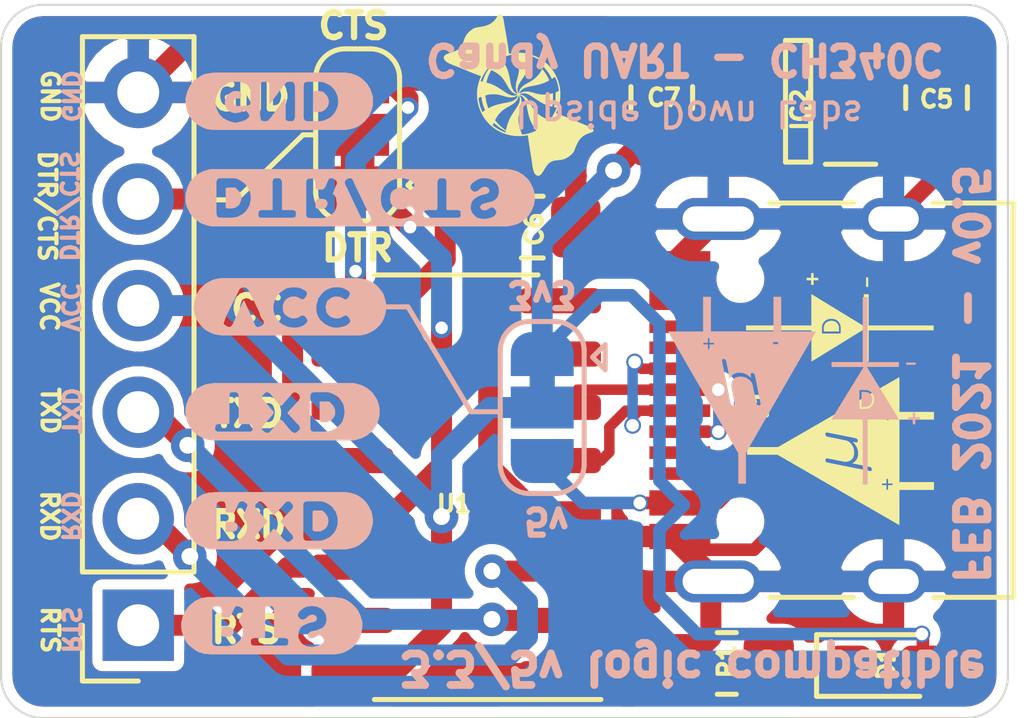
<source format=kicad_pcb>
(kicad_pcb (version 20171130) (host pcbnew 5.1.9-1.fc32)

  (general
    (thickness 1.6)
    (drawings 41)
    (tracks 152)
    (zones 0)
    (modules 20)
    (nets 26)
  )

  (page A4)
  (title_block
    (title "Candy UART")
    (date 2021-02-18)
    (rev v0.5)
    (company "Upside Down Labs")
    (comment 2 "Candy size UART bridge")
    (comment 3 "CH340C USB to UART Bridge")
    (comment 4 "Candy UART - CH340C")
  )

  (layers
    (0 F.Cu signal)
    (31 B.Cu signal)
    (32 B.Adhes user hide)
    (33 F.Adhes user hide)
    (34 B.Paste user hide)
    (35 F.Paste user hide)
    (36 B.SilkS user)
    (37 F.SilkS user)
    (38 B.Mask user hide)
    (39 F.Mask user)
    (40 Dwgs.User user hide)
    (41 Cmts.User user hide)
    (42 Eco1.User user hide)
    (43 Eco2.User user hide)
    (44 Edge.Cuts user)
    (45 Margin user hide)
    (46 B.CrtYd user hide)
    (47 F.CrtYd user)
    (48 B.Fab user hide)
    (49 F.Fab user hide)
  )

  (setup
    (last_trace_width 0.25)
    (user_trace_width 0.3)
    (user_trace_width 0.35)
    (user_trace_width 0.4)
    (user_trace_width 0.5)
    (user_trace_width 1)
    (trace_clearance 0.2)
    (zone_clearance 0.245)
    (zone_45_only no)
    (trace_min 0.2)
    (via_size 0.8)
    (via_drill 0.4)
    (via_min_size 0.4)
    (via_min_drill 0.3)
    (user_via 0.4 0.3)
    (uvia_size 0.3)
    (uvia_drill 0.1)
    (uvias_allowed no)
    (uvia_min_size 0.2)
    (uvia_min_drill 0.1)
    (edge_width 0.05)
    (segment_width 0.2)
    (pcb_text_width 0.3)
    (pcb_text_size 1.5 1.5)
    (mod_edge_width 0.12)
    (mod_text_size 0.6 0.6)
    (mod_text_width 0.15)
    (pad_size 1.524 1.524)
    (pad_drill 0.762)
    (pad_to_mask_clearance 0)
    (aux_axis_origin 0 0)
    (visible_elements FFFFFF7F)
    (pcbplotparams
      (layerselection 0x010fc_ffffffff)
      (usegerberextensions false)
      (usegerberattributes true)
      (usegerberadvancedattributes true)
      (creategerberjobfile true)
      (excludeedgelayer true)
      (linewidth 0.100000)
      (plotframeref false)
      (viasonmask false)
      (mode 1)
      (useauxorigin false)
      (hpglpennumber 1)
      (hpglpenspeed 20)
      (hpglpendiameter 15.000000)
      (psnegative false)
      (psa4output false)
      (plotreference true)
      (plotvalue true)
      (plotinvisibletext false)
      (padsonsilk false)
      (subtractmaskfromsilk false)
      (outputformat 1)
      (mirror false)
      (drillshape 1)
      (scaleselection 1)
      (outputdirectory ""))
  )

  (net 0 "")
  (net 1 GND)
  (net 2 +5V)
  (net 3 +3V3)
  (net 4 RXD)
  (net 5 CTS)
  (net 6 D+)
  (net 7 D-)
  (net 8 TXD)
  (net 9 DTR)
  (net 10 RTS)
  (net 11 "Net-(J2-Pad5)")
  (net 12 "Net-(D1-Pad1)")
  (net 13 "Net-(IC2-Pad4)")
  (net 14 V3)
  (net 15 "Net-(U1-Pad15)")
  (net 16 "Net-(U1-Pad12)")
  (net 17 "Net-(U1-Pad11)")
  (net 18 "Net-(U1-Pad10)")
  (net 19 "Net-(U1-Pad8)")
  (net 20 "Net-(U1-Pad7)")
  (net 21 VCC)
  (net 22 "Net-(J1-PadB8)")
  (net 23 "Net-(J1-PadA5)")
  (net 24 "Net-(J1-PadA8)")
  (net 25 "Net-(J1-PadB5)")

  (net_class Default "This is the default net class."
    (clearance 0.2)
    (trace_width 0.25)
    (via_dia 0.8)
    (via_drill 0.4)
    (uvia_dia 0.3)
    (uvia_drill 0.1)
    (add_net +3V3)
    (add_net +5V)
    (add_net CTS)
    (add_net D+)
    (add_net D-)
    (add_net DTR)
    (add_net GND)
    (add_net "Net-(D1-Pad1)")
    (add_net "Net-(IC2-Pad4)")
    (add_net "Net-(J1-PadA5)")
    (add_net "Net-(J1-PadA8)")
    (add_net "Net-(J1-PadB5)")
    (add_net "Net-(J1-PadB8)")
    (add_net "Net-(J2-Pad5)")
    (add_net "Net-(U1-Pad10)")
    (add_net "Net-(U1-Pad11)")
    (add_net "Net-(U1-Pad12)")
    (add_net "Net-(U1-Pad15)")
    (add_net "Net-(U1-Pad7)")
    (add_net "Net-(U1-Pad8)")
    (add_net RTS)
    (add_net RXD)
    (add_net TXD)
    (add_net V3)
    (add_net VCC)
  )

  (module Connector_USB:USB_C_Receptacle_HRO_TYPE-C-31-M-12 (layer F.Cu) (tedit 5D3C0721) (tstamp 602E839C)
    (at 183.225 73.425 90)
    (descr "USB Type-C receptacle for USB 2.0 and PD, http://www.krhro.com/uploads/soft/180320/1-1P320120243.pdf")
    (tags "usb usb-c 2.0 pd")
    (path /602E3FEE)
    (attr smd)
    (fp_text reference J1 (at -0.075 -2.15 90) (layer F.SilkS)
      (effects (font (size 0.4 0.4) (thickness 0.1)))
    )
    (fp_text value USB_C_Receptacle_USB2.0 (at 0 5.1 90) (layer F.Fab)
      (effects (font (size 1 1) (thickness 0.15)))
    )
    (fp_line (start -4.7 3.9) (end 4.7 3.9) (layer F.SilkS) (width 0.12))
    (fp_line (start -4.47 -3.65) (end 4.47 -3.65) (layer F.Fab) (width 0.1))
    (fp_line (start -4.47 -3.65) (end -4.47 3.65) (layer F.Fab) (width 0.1))
    (fp_line (start -4.47 3.65) (end 4.47 3.65) (layer F.Fab) (width 0.1))
    (fp_line (start 4.47 -3.65) (end 4.47 3.65) (layer F.Fab) (width 0.1))
    (fp_line (start -5.32 -5.27) (end 5.32 -5.27) (layer F.CrtYd) (width 0.05))
    (fp_line (start -5.32 4.15) (end 5.32 4.15) (layer F.CrtYd) (width 0.05))
    (fp_line (start -5.32 -5.27) (end -5.32 4.15) (layer F.CrtYd) (width 0.05))
    (fp_line (start 5.32 -5.27) (end 5.32 4.15) (layer F.CrtYd) (width 0.05))
    (fp_line (start 4.7 -1.9) (end 4.7 0.1) (layer F.SilkS) (width 0.12))
    (fp_line (start 4.7 2) (end 4.7 3.9) (layer F.SilkS) (width 0.12))
    (fp_line (start -4.7 -1.9) (end -4.7 0.1) (layer F.SilkS) (width 0.12))
    (fp_line (start -4.7 2) (end -4.7 3.9) (layer F.SilkS) (width 0.12))
    (fp_text user %R (at 0 0 90) (layer F.Fab)
      (effects (font (size 1 1) (thickness 0.15)))
    )
    (pad B1 smd rect (at 3.25 -4.045 90) (size 0.6 1.45) (layers F.Cu F.Paste F.Mask)
      (net 1 GND))
    (pad A9 smd rect (at 2.45 -4.045 90) (size 0.6 1.45) (layers F.Cu F.Paste F.Mask)
      (net 2 +5V))
    (pad B9 smd rect (at -2.45 -4.045 90) (size 0.6 1.45) (layers F.Cu F.Paste F.Mask)
      (net 2 +5V))
    (pad B12 smd rect (at -3.25 -4.045 90) (size 0.6 1.45) (layers F.Cu F.Paste F.Mask)
      (net 1 GND))
    (pad A1 smd rect (at -3.25 -4.045 90) (size 0.6 1.45) (layers F.Cu F.Paste F.Mask)
      (net 1 GND))
    (pad A4 smd rect (at -2.45 -4.045 90) (size 0.6 1.45) (layers F.Cu F.Paste F.Mask)
      (net 2 +5V))
    (pad B4 smd rect (at 2.45 -4.045 90) (size 0.6 1.45) (layers F.Cu F.Paste F.Mask)
      (net 2 +5V))
    (pad A12 smd rect (at 3.25 -4.045 90) (size 0.6 1.45) (layers F.Cu F.Paste F.Mask)
      (net 1 GND))
    (pad B8 smd rect (at -1.75 -4.045 90) (size 0.3 1.45) (layers F.Cu F.Paste F.Mask)
      (net 22 "Net-(J1-PadB8)"))
    (pad A5 smd rect (at -1.25 -4.045 90) (size 0.3 1.45) (layers F.Cu F.Paste F.Mask)
      (net 23 "Net-(J1-PadA5)"))
    (pad B7 smd rect (at -0.75 -4.045 90) (size 0.3 1.45) (layers F.Cu F.Paste F.Mask)
      (net 7 D-))
    (pad A7 smd rect (at 0.25 -4.045 90) (size 0.3 1.45) (layers F.Cu F.Paste F.Mask)
      (net 7 D-))
    (pad B6 smd rect (at 0.75 -4.045 90) (size 0.3 1.45) (layers F.Cu F.Paste F.Mask)
      (net 6 D+))
    (pad A8 smd rect (at 1.25 -4.045 90) (size 0.3 1.45) (layers F.Cu F.Paste F.Mask)
      (net 24 "Net-(J1-PadA8)"))
    (pad B5 smd rect (at 1.75 -4.045 90) (size 0.3 1.45) (layers F.Cu F.Paste F.Mask)
      (net 25 "Net-(J1-PadB5)"))
    (pad A6 smd rect (at -0.25 -4.045 90) (size 0.3 1.45) (layers F.Cu F.Paste F.Mask)
      (net 6 D+))
    (pad S1 thru_hole oval (at 4.32 -3.13 90) (size 1 2.1) (drill oval 0.6 1.7) (layers *.Cu *.Mask)
      (net 1 GND))
    (pad S1 thru_hole oval (at -4.32 -3.13 90) (size 1 2.1) (drill oval 0.6 1.7) (layers *.Cu *.Mask)
      (net 1 GND))
    (pad "" np_thru_hole circle (at -2.89 -2.6 90) (size 0.65 0.65) (drill 0.65) (layers *.Cu *.Mask))
    (pad S1 thru_hole oval (at -4.32 1.05 90) (size 1 1.6) (drill oval 0.6 1.2) (layers *.Cu *.Mask)
      (net 1 GND))
    (pad "" np_thru_hole circle (at 2.89 -2.6 90) (size 0.65 0.65) (drill 0.65) (layers *.Cu *.Mask))
    (pad S1 thru_hole oval (at 4.32 1.05 90) (size 1 1.6) (drill oval 0.6 1.2) (layers *.Cu *.Mask)
      (net 1 GND))
    (model ${KISYS3DMOD}/Connector_USB.3dshapes/USB_C_Receptacle_HRO_TYPE-C-31-M-12.wrl
      (at (xyz 0 0 0))
      (scale (xyz 1 1 1))
      (rotate (xyz 0 0 0))
    )
  )

  (module buzzard_labels (layer B.Cu) (tedit 601BD83) (tstamp 601BEB02)
    (at 167.6 71.2)
    (attr virtual)
    (fp_text reference "" (at 0 0) (layer B.SilkS)
      (effects (font (size 1.27 1.27) (thickness 0.15)) (justify mirror))
    )
    (fp_text value "" (at 0 0) (layer B.SilkS)
      (effects (font (size 1.27 1.27) (thickness 0.15)) (justify mirror))
    )
    (fp_poly (pts (xy 0.68 0.68) (xy 0.61 0.67) (xy 0.54 0.66) (xy 0.48 0.65)
      (xy 0.41 0.62) (xy 0.35 0.59) (xy 0.29 0.56) (xy 0.24 0.52)
      (xy 0.19 0.47) (xy 0.15 0.42) (xy 0.11 0.37) (xy 0.07 0.31)
      (xy 0.05 0.25) (xy 0.02 0.18) (xy 0.01 0.11) (xy 0 0.05)
      (xy 0 -0.02) (xy 0.01 -0.09) (xy 0.02 -0.15) (xy 0.04 -0.22)
      (xy 0.06 -0.28) (xy 0.09 -0.34) (xy 0.13 -0.4) (xy 0.17 -0.45)
      (xy 0.22 -0.5) (xy 0.27 -0.54) (xy 0.33 -0.58) (xy 0.39 -0.61)
      (xy 0.45 -0.64) (xy 0.52 -0.66) (xy 0.58 -0.67) (xy 0.65 -0.68)
      (xy 0.72 -0.68) (xy 3.9 -0.68) (xy 3.97 -0.67) (xy 4.04 -0.66)
      (xy 4.1 -0.65) (xy 4.17 -0.62) (xy 4.23 -0.59) (xy 4.28 -0.56)
      (xy 4.34 -0.52) (xy 4.39 -0.47) (xy 4.43 -0.42) (xy 4.47 -0.37)
      (xy 4.51 -0.31) (xy 4.53 -0.25) (xy 4.55 -0.18) (xy 4.57 -0.11)
      (xy 4.58 -0.05) (xy 4.58 0.02) (xy 4.57 0.09) (xy 4.56 0.15)
      (xy 4.54 0.22) (xy 4.52 0.28) (xy 4.49 0.34) (xy 4.45 0.4)
      (xy 4.41 0.45) (xy 4.36 0.5) (xy 4.31 0.54) (xy 4.25 0.58)
      (xy 4.19 0.61) (xy 4.13 0.64) (xy 4.06 0.66) (xy 4 0.67)
      (xy 3.93 0.68) (xy 3.86 0.68) (xy 0.68 0.68) (xy 0.79 0.47)
      (xy 0.85 0.49) (xy 0.9 0.45) (xy 0.93 0.41) (xy 1.17 -0.12)
      (xy 1.19 -0.15) (xy 1.47 0.47) (xy 1.53 0.49) (xy 1.64 0.44)
      (xy 1.67 0.39) (xy 1.66 0.33) (xy 1.93 0.22) (xy 1.96 0.28)
      (xy 2 0.33) (xy 2.05 0.38) (xy 2.1 0.42) (xy 2.17 0.45)
      (xy 2.23 0.48) (xy 2.3 0.49) (xy 2.36 0.5) (xy 2.43 0.5)
      (xy 2.49 0.49) (xy 2.56 0.47) (xy 2.62 0.44) (xy 2.67 0.4)
      (xy 2.71 0.34) (xy 2.69 0.28) (xy 2.94 0.2) (xy 2.97 0.26)
      (xy 3.01 0.32) (xy 3.06 0.36) (xy 3.11 0.41) (xy 3.17 0.44)
      (xy 3.23 0.47) (xy 3.3 0.49) (xy 3.36 0.5) (xy 3.43 0.5)
      (xy 3.49 0.49) (xy 3.57 0.47) (xy 3.63 0.45) (xy 3.68 0.41)
      (xy 3.73 0.36) (xy 3.72 0.3) (xy 3.68 0.24) (xy 3.63 0.2)
      (xy 3.58 0.21) (xy 3.51 0.25) (xy 3.45 0.27) (xy 3.38 0.27)
      (xy 3.32 0.26) (xy 3.25 0.23) (xy 3.2 0.18) (xy 3.16 0.13)
      (xy 3.15 0.06) (xy 3.14 -0.01) (xy 3.16 -0.08) (xy 3.18 -0.14)
      (xy 3.23 -0.18) (xy 3.29 -0.22) (xy 3.35 -0.24) (xy 3.42 -0.24)
      (xy 3.49 -0.23) (xy 3.53 -0.21) (xy 3.6 -0.17) (xy 3.64 -0.18)
      (xy 3.69 -0.23) (xy 3.72 -0.3) (xy 3.71 -0.36) (xy 3.65 -0.4)
      (xy 3.6 -0.43) (xy 3.53 -0.46) (xy 3.46 -0.47) (xy 3.4 -0.47)
      (xy 3.33 -0.47) (xy 3.26 -0.45) (xy 3.2 -0.43) (xy 3.14 -0.4)
      (xy 3.09 -0.36) (xy 3.04 -0.31) (xy 3 -0.26) (xy 2.96 -0.2)
      (xy 2.94 -0.14) (xy 2.92 -0.07) (xy 2.91 0) (xy 2.91 0.07)
      (xy 2.92 0.14) (xy 2.94 0.2) (xy 2.69 0.28) (xy 2.64 0.22)
      (xy 2.59 0.2) (xy 2.53 0.22) (xy 2.47 0.26) (xy 2.41 0.27)
      (xy 2.34 0.27) (xy 2.27 0.25) (xy 2.21 0.21) (xy 2.16 0.17)
      (xy 2.13 0.11) (xy 2.12 0.04) (xy 2.12 -0.03) (xy 2.14 -0.09)
      (xy 2.17 -0.15) (xy 2.23 -0.2) (xy 2.29 -0.23) (xy 2.35 -0.24)
      (xy 2.42 -0.24) (xy 2.49 -0.22) (xy 2.52 -0.2) (xy 2.59 -0.17)
      (xy 2.63 -0.19) (xy 2.68 -0.26) (xy 2.7 -0.32) (xy 2.67 -0.38)
      (xy 2.61 -0.41) (xy 2.56 -0.44) (xy 2.49 -0.46) (xy 2.42 -0.47)
      (xy 2.35 -0.47) (xy 2.29 -0.46) (xy 2.22 -0.45) (xy 2.16 -0.42)
      (xy 2.1 -0.38) (xy 2.05 -0.34) (xy 2 -0.3) (xy 1.96 -0.24)
      (xy 1.93 -0.18) (xy 1.91 -0.12) (xy 1.89 -0.05) (xy 1.89 0.02)
      (xy 1.89 0.09) (xy 1.91 0.16) (xy 1.93 0.22) (xy 1.66 0.33)
      (xy 1.63 0.26) (xy 1.3 -0.4) (xy 1.26 -0.45) (xy 1.19 -0.47)
      (xy 1.13 -0.46) (xy 1.08 -0.42) (xy 0.72 0.31) (xy 0.7 0.38)
      (xy 0.72 0.43) (xy 0.79 0.47) (xy 0.68 0.68)) (layer B.SilkS) (width 0.01))
  )

  (module Jumper:SolderJumper-3_P1.3mm_Bridged12_RoundedPad1.0x1.5mm (layer B.Cu) (tedit 5C745321) (tstamp 601BE27E)
    (at 175.9 73.6 270)
    (descr "SMD Solder 3-pad Jumper, 1x1.5mm rounded Pads, 0.3mm gap, pads 1-2 bridged with 1 copper strip")
    (tags "solder jumper open")
    (path /601C0192)
    (attr virtual)
    (fp_text reference JP2 (at 0 1.8 90) (layer B.SilkS) hide
      (effects (font (size 1 1) (thickness 0.15)) (justify mirror))
    )
    (fp_text value SolderJumper_3_Bridged12 (at 0 -1.9 90) (layer B.Fab)
      (effects (font (size 1 1) (thickness 0.15)) (justify mirror))
    )
    (fp_poly (pts (xy -0.9 0.3) (xy -0.4 0.3) (xy -0.4 -0.3) (xy -0.9 -0.3)) (layer B.Cu) (width 0))
    (fp_line (start 2.3 -1.25) (end -2.3 -1.25) (layer B.CrtYd) (width 0.05))
    (fp_line (start 2.3 -1.25) (end 2.3 1.25) (layer B.CrtYd) (width 0.05))
    (fp_line (start -2.3 1.25) (end -2.3 -1.25) (layer B.CrtYd) (width 0.05))
    (fp_line (start -2.3 1.25) (end 2.3 1.25) (layer B.CrtYd) (width 0.05))
    (fp_line (start -1.4 1) (end 1.4 1) (layer B.SilkS) (width 0.12))
    (fp_line (start 2.05 0.3) (end 2.05 -0.3) (layer B.SilkS) (width 0.12))
    (fp_line (start 1.4 -1) (end -1.4 -1) (layer B.SilkS) (width 0.12))
    (fp_line (start -2.05 -0.3) (end -2.05 0.3) (layer B.SilkS) (width 0.12))
    (fp_line (start -1.2 -1.2) (end -1.5 -1.5) (layer B.SilkS) (width 0.12))
    (fp_line (start -1.5 -1.5) (end -0.9 -1.5) (layer B.SilkS) (width 0.12))
    (fp_line (start -1.2 -1.2) (end -0.9 -1.5) (layer B.SilkS) (width 0.12))
    (fp_arc (start -1.35 0.3) (end -1.35 1) (angle 90) (layer B.SilkS) (width 0.12))
    (fp_arc (start -1.35 -0.3) (end -2.05 -0.3) (angle 90) (layer B.SilkS) (width 0.12))
    (fp_arc (start 1.35 -0.3) (end 1.35 -1) (angle 90) (layer B.SilkS) (width 0.12))
    (fp_arc (start 1.35 0.3) (end 2.05 0.3) (angle 90) (layer B.SilkS) (width 0.12))
    (pad 1 smd custom (at -1.3 0 270) (size 1 0.5) (layers B.Cu B.Mask)
      (net 3 +3V3) (zone_connect 2)
      (options (clearance outline) (anchor rect))
      (primitives
        (gr_circle (center 0 -0.25) (end 0.5 -0.25) (width 0))
        (gr_circle (center 0 0.25) (end 0.5 0.25) (width 0))
        (gr_poly (pts
           (xy 0.55 0.75) (xy 0 0.75) (xy 0 -0.75) (xy 0.55 -0.75)) (width 0))
      ))
    (pad 2 smd rect (at 0 0 270) (size 1 1.5) (layers B.Cu B.Mask)
      (net 21 VCC))
    (pad 3 smd custom (at 1.3 0 270) (size 1 0.5) (layers B.Cu B.Mask)
      (net 2 +5V) (zone_connect 2)
      (options (clearance outline) (anchor rect))
      (primitives
        (gr_circle (center 0 -0.25) (end 0.5 -0.25) (width 0))
        (gr_circle (center 0 0.25) (end 0.5 0.25) (width 0))
        (gr_poly (pts
           (xy -0.55 0.75) (xy 0 0.75) (xy 0 -0.75) (xy -0.55 -0.75)) (width 0))
      ))
  )

  (module udlabs:udlabs_6.0x4.5_LOGO_fs (layer F.Cu) (tedit 0) (tstamp 601C9B1A)
    (at 183 73.4 90)
    (fp_text reference G*** (at 0 0 90) (layer F.SilkS) hide
      (effects (font (size 1.524 1.524) (thickness 0.3)))
    )
    (fp_text value LOGO (at 0.75 0 90) (layer F.SilkS) hide
      (effects (font (size 1.524 1.524) (thickness 0.3)))
    )
    (fp_poly (pts (xy 1.675647 -0.384318) (xy 1.688182 -0.384122) (xy 1.699715 -0.38382) (xy 1.709624 -0.38343)
      (xy 1.717286 -0.382973) (xy 1.721504 -0.382555) (xy 1.742221 -0.378187) (xy 1.762593 -0.371057)
      (xy 1.781949 -0.3615) (xy 1.799621 -0.349851) (xy 1.81494 -0.336446) (xy 1.816322 -0.335016)
      (xy 1.82893 -0.319743) (xy 1.840182 -0.302088) (xy 1.849543 -0.282955) (xy 1.853844 -0.271687)
      (xy 1.858152 -0.255916) (xy 1.861204 -0.23798) (xy 1.862925 -0.218888) (xy 1.863241 -0.199648)
      (xy 1.862077 -0.181269) (xy 1.861061 -0.173614) (xy 1.855812 -0.1503) (xy 1.847731 -0.128376)
      (xy 1.837007 -0.108087) (xy 1.823829 -0.089677) (xy 1.808384 -0.073391) (xy 1.79086 -0.059472)
      (xy 1.771447 -0.048165) (xy 1.760773 -0.043441) (xy 1.75116 -0.039886) (xy 1.741668 -0.037011)
      (xy 1.731799 -0.034752) (xy 1.721052 -0.033047) (xy 1.70893 -0.031831) (xy 1.694932 -0.03104)
      (xy 1.678559 -0.030611) (xy 1.659313 -0.030481) (xy 1.659087 -0.03048) (xy 1.617133 -0.03048)
      (xy 1.617133 -0.384387) (xy 1.66273 -0.384387) (xy 1.675647 -0.384318)) (layer F.SilkS) (width 0.01))
    (fp_poly (pts (xy 2.887533 -0.74041) (xy 2.88798 -0.684954) (xy 2.943436 -0.684507) (xy 2.998893 -0.684061)
      (xy 2.998893 -0.635) (xy 2.887133 -0.635) (xy 2.887133 -0.524934) (xy 2.838026 -0.524934)
      (xy 2.838026 -0.635) (xy 2.72796 -0.635) (xy 2.72796 -0.68406) (xy 2.83718 -0.684954)
      (xy 2.837626 -0.74041) (xy 2.838072 -0.795867) (xy 2.887087 -0.795867) (xy 2.887533 -0.74041)) (layer F.SilkS) (width 0.01))
    (fp_poly (pts (xy 2.897293 0.66548) (xy 2.680546 0.66548) (xy 2.680546 0.62484) (xy 2.897293 0.62484)
      (xy 2.897293 0.66548)) (layer F.SilkS) (width 0.01))
    (fp_poly (pts (xy 1.7526 -0.68072) (xy 2.124286 -0.68072) (xy 2.159511 -0.680718) (xy 2.193831 -0.68071)
      (xy 2.227091 -0.680698) (xy 2.25914 -0.680681) (xy 2.289825 -0.680659) (xy 2.318992 -0.680634)
      (xy 2.346488 -0.680604) (xy 2.37216 -0.680571) (xy 2.395856 -0.680535) (xy 2.417421 -0.680496)
      (xy 2.436704 -0.680453) (xy 2.453552 -0.680408) (xy 2.46781 -0.680361) (xy 2.479327 -0.680311)
      (xy 2.487949 -0.680259) (xy 2.493522 -0.680206) (xy 2.495895 -0.680151) (xy 2.495973 -0.680139)
      (xy 2.4951 -0.67867) (xy 2.49252 -0.674403) (xy 2.488288 -0.667431) (xy 2.482463 -0.657849)
      (xy 2.475101 -0.645749) (xy 2.466258 -0.631225) (xy 2.455992 -0.614369) (xy 2.444359 -0.595275)
      (xy 2.431416 -0.574036) (xy 2.41722 -0.550745) (xy 2.401829 -0.525496) (xy 2.385298 -0.498382)
      (xy 2.367684 -0.469495) (xy 2.349045 -0.43893) (xy 2.329437 -0.406779) (xy 2.308917 -0.373136)
      (xy 2.287543 -0.338094) (xy 2.26537 -0.301746) (xy 2.242455 -0.264185) (xy 2.218856 -0.225505)
      (xy 2.194629 -0.185798) (xy 2.169831 -0.145159) (xy 2.14452 -0.10368) (xy 2.118751 -0.061454)
      (xy 2.114973 -0.055263) (xy 2.089141 -0.012935) (xy 2.063759 0.028661) (xy 2.038882 0.069432)
      (xy 2.014569 0.109285) (xy 1.990874 0.148125) (xy 1.967856 0.185861) (xy 1.945571 0.222398)
      (xy 1.924076 0.257643) (xy 1.903429 0.291504) (xy 1.883684 0.323886) (xy 1.864901 0.354697)
      (xy 1.847135 0.383843) (xy 1.830443 0.411232) (xy 1.814882 0.436769) (xy 1.800509 0.460361)
      (xy 1.787381 0.481916) (xy 1.775555 0.50134) (xy 1.765087 0.518539) (xy 1.756034 0.533421)
      (xy 1.748454 0.545893) (xy 1.742403 0.55586) (xy 1.737937 0.563229) (xy 1.735114 0.567909)
      (xy 1.733991 0.569804) (xy 1.733973 0.569842) (xy 1.735641 0.569918) (xy 1.740545 0.569992)
      (xy 1.748533 0.570064) (xy 1.759454 0.570133) (xy 1.773157 0.570199) (xy 1.789492 0.570262)
      (xy 1.808306 0.570322) (xy 1.829449 0.570377) (xy 1.85277 0.570429) (xy 1.878117 0.570476)
      (xy 1.905339 0.570518) (xy 1.934285 0.570555) (xy 1.964805 0.570587) (xy 1.996746 0.570613)
      (xy 2.029958 0.570632) (xy 2.06429 0.570646) (xy 2.09959 0.570652) (xy 2.114973 0.570653)
      (xy 2.495973 0.570653) (xy 2.495973 0.677333) (xy 1.7526 0.677333) (xy 1.7526 2.226733)
      (xy 1.645923 2.226733) (xy 1.645498 1.452456) (xy 1.645073 0.67818) (xy 1.272963 0.677752)
      (xy 0.900853 0.677325) (xy 0.900853 0.57066) (xy 1.285207 0.570233) (xy 1.669562 0.569806)
      (xy 1.137209 -0.296897) (xy 1.557846 -0.296897) (xy 1.557848 -0.272152) (xy 1.557859 -0.244408)
      (xy 1.557866 -0.213488) (xy 1.557866 -0.207517) (xy 1.557864 -0.17632) (xy 1.557862 -0.148329)
      (xy 1.557867 -0.123365) (xy 1.557887 -0.101247) (xy 1.557929 -0.081796) (xy 1.557999 -0.064831)
      (xy 1.558105 -0.050172) (xy 1.558255 -0.037639) (xy 1.558454 -0.027051) (xy 1.558711 -0.01823)
      (xy 1.559032 -0.010994) (xy 1.559425 -0.005164) (xy 1.559897 -0.00056) (xy 1.560455 0.002999)
      (xy 1.561105 0.005692) (xy 1.561856 0.007701) (xy 1.562714 0.009204) (xy 1.563687 0.010382)
      (xy 1.564781 0.011415) (xy 1.566004 0.012483) (xy 1.566607 0.013032) (xy 1.568951 0.015165)
      (xy 1.571214 0.016931) (xy 1.573723 0.018362) (xy 1.576804 0.019489) (xy 1.580784 0.020342)
      (xy 1.585988 0.020954) (xy 1.592743 0.021356) (xy 1.601376 0.021579) (xy 1.612212 0.021654)
      (xy 1.625578 0.021613) (xy 1.641801 0.021487) (xy 1.65354 0.021379) (xy 1.672212 0.02118)
      (xy 1.687845 0.020954) (xy 1.700787 0.020687) (xy 1.711384 0.020365) (xy 1.719985 0.019974)
      (xy 1.726937 0.0195) (xy 1.732586 0.018929) (xy 1.737282 0.018246) (xy 1.739053 0.017923)
      (xy 1.766546 0.01103) (xy 1.792201 0.00142) (xy 1.815892 -0.010799) (xy 1.837493 -0.02552)
      (xy 1.856877 -0.042635) (xy 1.873918 -0.062037) (xy 1.88849 -0.083617) (xy 1.900466 -0.10727)
      (xy 1.907362 -0.125376) (xy 1.911194 -0.137314) (xy 1.91413 -0.147703) (xy 1.916286 -0.15733)
      (xy 1.917775 -0.166982) (xy 1.918712 -0.177447) (xy 1.919211 -0.189511) (xy 1.919386 -0.203961)
      (xy 1.919393 -0.20828) (xy 1.919188 -0.225457) (xy 1.918498 -0.24004) (xy 1.917211 -0.252801)
      (xy 1.915214 -0.264513) (xy 1.912395 -0.275947) (xy 1.908641 -0.287877) (xy 1.90721 -0.291963)
      (xy 1.896758 -0.316406) (xy 1.883551 -0.339219) (xy 1.867828 -0.360166) (xy 1.849831 -0.379011)
      (xy 1.829798 -0.395514) (xy 1.807971 -0.409441) (xy 1.784588 -0.420554) (xy 1.772542 -0.42493)
      (xy 1.764995 -0.427357) (xy 1.75818 -0.42939) (xy 1.751708 -0.43107) (xy 1.745188 -0.432432)
      (xy 1.738229 -0.433516) (xy 1.73044 -0.434359) (xy 1.721431 -0.435) (xy 1.710811 -0.435475)
      (xy 1.698189 -0.435823) (xy 1.683174 -0.436082) (xy 1.665376 -0.43629) (xy 1.654386 -0.436395)
      (xy 1.579033 -0.437085) (xy 1.571291 -0.432131) (xy 1.569332 -0.430971) (xy 1.567572 -0.430012)
      (xy 1.566001 -0.429075) (xy 1.564609 -0.427984) (xy 1.563383 -0.42656) (xy 1.562314 -0.424625)
      (xy 1.561391 -0.422002) (xy 1.560604 -0.418514) (xy 1.559942 -0.413981) (xy 1.559394 -0.408228)
      (xy 1.558949 -0.401075) (xy 1.558597 -0.392345) (xy 1.558328 -0.38186) (xy 1.558131 -0.369443)
      (xy 1.557995 -0.354916) (xy 1.557909 -0.338101) (xy 1.557863 -0.318821) (xy 1.557846 -0.296897)
      (xy 1.137209 -0.296897) (xy 0.903014 -0.67818) (xy 1.274043 -0.679201) (xy 1.309243 -0.679299)
      (xy 1.34354 -0.679396) (xy 1.376782 -0.679493) (xy 1.408815 -0.679588) (xy 1.439485 -0.679682)
      (xy 1.468639 -0.679773) (xy 1.496124 -0.679861) (xy 1.521787 -0.679946) (xy 1.545473 -0.680027)
      (xy 1.567031 -0.680103) (xy 1.586305 -0.680174) (xy 1.603143 -0.68024) (xy 1.617392 -0.680299)
      (xy 1.628897 -0.680352) (xy 1.637507 -0.680398) (xy 1.643066 -0.680436) (xy 1.645423 -0.680466)
      (xy 1.645496 -0.680471) (xy 1.645524 -0.682163) (xy 1.645551 -0.687136) (xy 1.645578 -0.695284)
      (xy 1.645605 -0.706501) (xy 1.64563 -0.720681) (xy 1.645655 -0.737719) (xy 1.645679 -0.757508)
      (xy 1.645703 -0.779943) (xy 1.645725 -0.804918) (xy 1.645747 -0.832326) (xy 1.645767 -0.862062)
      (xy 1.645787 -0.894021) (xy 1.645805 -0.928096) (xy 1.645822 -0.964182) (xy 1.645839 -1.002172)
      (xy 1.645853 -1.04196) (xy 1.645867 -1.083442) (xy 1.645879 -1.126511) (xy 1.645889 -1.171061)
      (xy 1.645899 -1.216986) (xy 1.645906 -1.26418) (xy 1.645912 -1.312538) (xy 1.645916 -1.361954)
      (xy 1.645919 -1.412322) (xy 1.64592 -1.45796) (xy 1.64592 -2.2352) (xy 1.7526 -2.2352)
      (xy 1.7526 -0.68072)) (layer F.SilkS) (width 0.01))
    (fp_poly (pts (xy -1.146199 -1.47574) (xy 0.517545 1.4097) (xy 0.104679 1.410126) (xy -0.308187 1.410553)
      (xy -0.308187 2.2352) (xy -0.484294 2.2352) (xy -0.484294 1.410546) (xy -1.982894 1.410546)
      (xy -1.982894 2.2352) (xy -2.159 2.2352) (xy -2.159 1.411093) (xy -2.21107 1.409976)
      (xy -2.217843 1.409867) (xy -2.227817 1.409762) (xy -2.240808 1.40966) (xy -2.256632 1.409561)
      (xy -2.275103 1.409467) (xy -2.296037 1.409378) (xy -2.319249 1.409294) (xy -2.344554 1.409216)
      (xy -2.371768 1.409144) (xy -2.400706 1.409079) (xy -2.431182 1.409021) (xy -2.463012 1.408972)
      (xy -2.496012 1.40893) (xy -2.529997 1.408897) (xy -2.564781 1.408873) (xy -2.60018 1.40886)
      (xy -2.629324 1.408856) (xy -2.664284 1.408852) (xy -2.698337 1.408841) (xy -2.73133 1.408823)
      (xy -2.763107 1.408799) (xy -2.793515 1.408769) (xy -2.8224 1.408734) (xy -2.849607 1.408693)
      (xy -2.874982 1.408647) (xy -2.898371 1.408596) (xy -2.919621 1.408541) (xy -2.938576 1.408482)
      (xy -2.955083 1.408419) (xy -2.968987 1.408353) (xy -2.980134 1.408284) (xy -2.988371 1.408213)
      (xy -2.993542 1.408139) (xy -2.995495 1.408063) (xy -2.995507 1.408056) (xy -2.994666 1.406565)
      (xy -2.992166 1.402204) (xy -2.988043 1.395036) (xy -2.982335 1.385124) (xy -2.975076 1.372531)
      (xy -2.966303 1.35732) (xy -2.956053 1.339552) (xy -2.944362 1.319292) (xy -2.931266 1.296601)
      (xy -2.9168 1.271542) (xy -2.901002 1.244178) (xy -2.883908 1.214571) (xy -2.865553 1.182785)
      (xy -2.845974 1.148882) (xy -2.825207 1.112924) (xy -2.818128 1.100666) (xy -2.16408 1.100666)
      (xy -2.16408 1.14808) (xy -2.055707 1.14808) (xy -2.055707 1.256453) (xy -2.008294 1.256453)
      (xy -2.008294 1.14808) (xy -1.89992 1.14808) (xy -1.89992 1.105746) (xy -0.501227 1.105746)
      (xy -0.501227 1.16332) (xy -0.372534 1.16332) (xy -0.372534 1.105746) (xy -0.501227 1.105746)
      (xy -1.89992 1.105746) (xy -1.89992 1.100666) (xy -2.008294 1.100666) (xy -2.008294 0.992293)
      (xy -2.055707 0.992293) (xy -2.055707 1.100666) (xy -2.16408 1.100666) (xy -2.818128 1.100666)
      (xy -2.803289 1.074975) (xy -2.780255 1.035097) (xy -2.756142 0.993352) (xy -2.730986 0.949804)
      (xy -2.704823 0.904515) (xy -2.67769 0.857548) (xy -2.649622 0.808966) (xy -2.620656 0.75883)
      (xy -2.598029 0.719666) (xy -1.718727 0.719666) (xy -1.718395 0.726293) (xy -1.717564 0.732621)
      (xy -1.717011 0.735114) (xy -1.713817 0.741955) (xy -1.70847 0.748919) (xy -1.701974 0.754928)
      (xy -1.695336 0.758904) (xy -1.694576 0.759194) (xy -1.685319 0.761245) (xy -1.674508 0.761732)
      (xy -1.663597 0.760653) (xy -1.657658 0.759269) (xy -1.644962 0.753885) (xy -1.633219 0.745839)
      (xy -1.623199 0.73578) (xy -1.615672 0.724357) (xy -1.615234 0.723474) (xy -1.614265 0.720462)
      (xy -1.612664 0.714133) (xy -1.610434 0.704497) (xy -1.607577 0.691563) (xy -1.604095 0.675342)
      (xy -1.599991 0.655843) (xy -1.595265 0.633076) (xy -1.589921 0.607051) (xy -1.583961 0.577777)
      (xy -1.577386 0.545266) (xy -1.57029 0.509986) (xy -1.565088 0.484068) (xy -1.56006 0.459053)
      (xy -1.55525 0.435144) (xy -1.550696 0.412542) (xy -1.546441 0.391451) (xy -1.542526 0.372074)
      (xy -1.538991 0.354613) (xy -1.535878 0.339271) (xy -1.533228 0.326251) (xy -1.531081 0.315756)
      (xy -1.529479 0.307988) (xy -1.528463 0.303151) (xy -1.52808 0.301461) (xy -1.526949 0.30162)
      (xy -1.524637 0.304557) (xy -1.521366 0.309969) (xy -1.519801 0.312829) (xy -1.50519 0.336868)
      (xy -1.488426 0.358312) (xy -1.469491 0.377172) (xy -1.448367 0.393462) (xy -1.425037 0.407194)
      (xy -1.399482 0.418381) (xy -1.371685 0.427035) (xy -1.352526 0.431284) (xy -1.342062 0.432752)
      (xy -1.329025 0.433775) (xy -1.314202 0.434358) (xy -1.298376 0.434508) (xy -1.282332 0.434229)
      (xy -1.266855 0.433527) (xy -1.25273 0.432407) (xy -1.240742 0.430876) (xy -1.238497 0.430489)
      (xy -1.205412 0.423063) (xy -1.173919 0.413073) (xy -1.143727 0.400373) (xy -1.114549 0.384814)
      (xy -1.086095 0.366251) (xy -1.058076 0.344535) (xy -1.041595 0.330151) (xy -1.034042 0.323399)
      (xy -1.028681 0.318886) (xy -1.025303 0.316458) (xy -1.023701 0.315963) (xy -1.023567 0.316897)
      (xy -1.025243 0.324357) (xy -1.027128 0.333431) (xy -1.029106 0.343465) (xy -1.031057 0.353807)
      (xy -1.032861 0.363805) (xy -1.034401 0.372808) (xy -1.035556 0.380161) (xy -1.036209 0.385214)
      (xy -1.036311 0.38679) (xy -1.034922 0.398262) (xy -1.030709 0.408028) (xy -1.026763 0.41322)
      (xy -1.018494 0.419951) (xy -1.008283 0.424402) (xy -0.996757 0.426502) (xy -0.98454 0.426179)
      (xy -0.972258 0.423363) (xy -0.964735 0.42026) (xy -0.953772 0.4133) (xy -0.943703 0.403991)
      (xy -0.935479 0.393307) (xy -0.931765 0.386507) (xy -0.93108 0.38462) (xy -0.930144 0.381355)
      (xy -0.928933 0.376602) (xy -0.927424 0.370248) (xy -0.925594 0.362181) (xy -0.92342 0.352288)
      (xy -0.920877 0.340457) (xy -0.917944 0.326577) (xy -0.914597 0.310535) (xy -0.910812 0.292218)
      (xy -0.906567 0.271515) (xy -0.901837 0.248313) (xy -0.896601 0.222501) (xy -0.890834 0.193965)
      (xy -0.884513 0.162594) (xy -0.877616 0.128276) (xy -0.870118 0.090898) (xy -0.861997 0.050348)
      (xy -0.859043 0.03559) (xy -0.852343 0.002056) (xy -0.845822 -0.030659) (xy -0.839512 -0.062395)
      (xy -0.833445 -0.092992) (xy -0.827652 -0.122288) (xy -0.822163 -0.150126) (xy -0.81701 -0.176342)
      (xy -0.812225 -0.200779) (xy -0.807839 -0.223275) (xy -0.803883 -0.243671) (xy -0.800388 -0.261805)
      (xy -0.797385 -0.277518) (xy -0.794907 -0.29065) (xy -0.792983 -0.30104) (xy -0.791646 -0.308528)
      (xy -0.790926 -0.312955) (xy -0.790804 -0.314083) (xy -0.792181 -0.323669) (xy -0.795891 -0.333189)
      (xy -0.801354 -0.341359) (xy -0.804515 -0.344496) (xy -0.814397 -0.350738) (xy -0.825523 -0.354239)
      (xy -0.837388 -0.35516) (xy -0.849487 -0.353659) (xy -0.861313 -0.349895) (xy -0.872361 -0.344028)
      (xy -0.882126 -0.336217) (xy -0.8901 -0.326621) (xy -0.89562 -0.31583) (xy -0.896355 -0.313096)
      (xy -0.897704 -0.307243) (xy -0.899625 -0.298475) (xy -0.902076 -0.286994) (xy -0.905015 -0.273005)
      (xy -0.908401 -0.256711) (xy -0.912191 -0.238315) (xy -0.916344 -0.218021) (xy -0.920818 -0.196032)
      (xy -0.925571 -0.172553) (xy -0.930561 -0.147786) (xy -0.935745 -0.121935) (xy -0.941084 -0.095203)
      (xy -0.942889 -0.086134) (xy -0.950015 -0.050407) (xy -0.956636 -0.017385) (xy -0.962739 0.012873)
      (xy -0.968314 0.040308) (xy -0.973347 0.064861) (xy -0.977825 0.086473) (xy -0.981738 0.105084)
      (xy -0.985072 0.120637) (xy -0.987816 0.133071) (xy -0.989956 0.142328) (xy -0.991481 0.148349)
      (xy -0.992039 0.150215) (xy -1.000647 0.172585) (xy -1.010926 0.192874) (xy -1.023332 0.211809)
      (xy -1.038321 0.230115) (xy -1.049791 0.242146) (xy -1.073674 0.26368) (xy -1.099155 0.282268)
      (xy -1.126313 0.297951) (xy -1.155227 0.310771) (xy -1.185975 0.320768) (xy -1.213274 0.327012)
      (xy -1.226226 0.328939) (xy -1.241499 0.330379) (xy -1.25816 0.331312) (xy -1.275277 0.331716)
      (xy -1.291919 0.331571) (xy -1.307153 0.330855) (xy -1.320048 0.329547) (xy -1.320765 0.329444)
      (xy -1.338941 0.325939) (xy -1.357443 0.320866) (xy -1.375001 0.314618) (xy -1.389008 0.308285)
      (xy -1.408818 0.296258) (xy -1.426962 0.281449) (xy -1.443203 0.264148) (xy -1.457301 0.244644)
      (xy -1.469018 0.223226) (xy -1.478116 0.200185) (xy -1.478152 0.200074) (xy -1.481344 0.189702)
      (xy -1.483742 0.180433) (xy -1.485451 0.171475) (xy -1.486573 0.162035) (xy -1.487213 0.151318)
      (xy -1.487474 0.138533) (xy -1.48749 0.128693) (xy -1.487386 0.095673) (xy -1.447107 -0.104987)
      (xy -1.440838 -0.136214) (xy -1.435204 -0.164298) (xy -1.43018 -0.189415) (xy -1.425738 -0.211745)
      (xy -1.421854 -0.231463) (xy -1.4185 -0.248749) (xy -1.415651 -0.26378) (xy -1.413281 -0.276733)
      (xy -1.411363 -0.287787) (xy -1.409871 -0.297119) (xy -1.40878 -0.304906) (xy -1.408062 -0.311327)
      (xy -1.407692 -0.316559) (xy -1.407644 -0.32078) (xy -1.407892 -0.324168) (xy -1.408409 -0.3269)
      (xy -1.409169 -0.329154) (xy -1.410147 -0.331107) (xy -1.411315 -0.332939) (xy -1.412648 -0.334825)
      (xy -1.413186 -0.335584) (xy -1.421377 -0.344449) (xy -1.431427 -0.350741) (xy -1.442902 -0.354374)
      (xy -1.455369 -0.355268) (xy -1.468394 -0.353339) (xy -1.481406 -0.34857) (xy -1.489704 -0.343388)
      (xy -1.497892 -0.336217) (xy -1.505072 -0.328005) (xy -1.510345 -0.3197) (xy -1.511691 -0.316636)
      (xy -1.512364 -0.314068) (xy -1.51366 -0.308341) (xy -1.515548 -0.299613) (xy -1.517997 -0.28804)
      (xy -1.520976 -0.273777) (xy -1.524453 -0.25698) (xy -1.528397 -0.237805) (xy -1.532777 -0.21641)
      (xy -1.537563 -0.192948) (xy -1.542722 -0.167578) (xy -1.548223 -0.140454) (xy -1.554036 -0.111732)
      (xy -1.56013 -0.081569) (xy -1.566472 -0.050121) (xy -1.573033 -0.017543) (xy -1.57978 0.016007)
      (xy -1.586683 0.050375) (xy -1.59371 0.085405) (xy -1.60083 0.120939) (xy -1.608013 0.156823)
      (xy -1.615226 0.1929) (xy -1.622439 0.229014) (xy -1.629621 0.265009) (xy -1.63674 0.30073)
      (xy -1.643765 0.336019) (xy -1.650666 0.370721) (xy -1.65741 0.404681) (xy -1.663967 0.437741)
      (xy -1.670305 0.469746) (xy -1.676394 0.50054) (xy -1.682202 0.529967) (xy -1.687698 0.557871)
      (xy -1.692851 0.584096) (xy -1.697629 0.608486) (xy -1.702002 0.630884) (xy -1.705938 0.651136)
      (xy -1.709407 0.669084) (xy -1.712376 0.684572) (xy -1.714815 0.697446) (xy -1.716693 0.707548)
      (xy -1.717979 0.714723) (xy -1.71864 0.718814) (xy -1.718727 0.719666) (xy -2.598029 0.719666)
      (xy -2.590829 0.707205) (xy -2.560176 0.654152) (xy -2.528733 0.599735) (xy -2.496537 0.544015)
      (xy -2.463624 0.487057) (xy -2.43003 0.428921) (xy -2.395791 0.369672) (xy -2.360944 0.309371)
      (xy -2.325525 0.248082) (xy -2.28957 0.185867) (xy -2.253116 0.122789) (xy -2.216197 0.058911)
      (xy -2.178852 -0.005706) (xy -2.163828 -0.0317) (xy -2.126288 -0.096651) (xy -2.089151 -0.160907)
      (xy -2.052452 -0.224405) (xy -2.016229 -0.287081) (xy -1.980517 -0.348873) (xy -1.945354 -0.409717)
      (xy -1.910776 -0.46955) (xy -1.876819 -0.528309) (xy -1.84352 -0.58593) (xy -1.810915 -0.642351)
      (xy -1.779042 -0.697507) (xy -1.747936 -0.751336) (xy -1.717634 -0.803774) (xy -1.688173 -0.854758)
      (xy -1.659589 -0.904226) (xy -1.631919 -0.952113) (xy -1.605199 -0.998356) (xy -1.579467 -1.042893)
      (xy -1.554757 -1.08566) (xy -1.531108 -1.126593) (xy -1.508555 -1.16563) (xy -1.487135 -1.202707)
      (xy -1.466884 -1.237761) (xy -1.44784 -1.270728) (xy -1.430038 -1.301546) (xy -1.413516 -1.330151)
      (xy -1.398309 -1.356481) (xy -1.384455 -1.38047) (xy -1.371989 -1.402058) (xy -1.360949 -1.421179)
      (xy -1.351371 -1.437772) (xy -1.343291 -1.451772) (xy -1.336746 -1.463116) (xy -1.331773 -1.471742)
      (xy -1.328408 -1.477586) (xy -1.326687 -1.480584) (xy -1.326474 -1.480961) (xy -1.3208 -1.491262)
      (xy -1.3208 -2.211494) (xy -1.146387 -2.211494) (xy -1.146199 -1.47574)) (layer F.SilkS) (width 0.01))
  )

  (module udlabs:candy_4.6x4.6 (layer F.Cu) (tedit 0) (tstamp 601C9196)
    (at 175.3 66.1)
    (fp_text reference G*** (at 0 0) (layer F.SilkS) hide
      (effects (font (size 1.524 1.524) (thickness 0.3)))
    )
    (fp_text value LOGO (at 0.75 0) (layer F.SilkS) hide
      (effects (font (size 1.524 1.524) (thickness 0.3)))
    )
    (fp_poly (pts (xy -0.387277 -1.894074) (xy -0.377081 -1.886451) (xy -0.367356 -1.871232) (xy -0.364474 -1.865382)
      (xy -0.355011 -1.844007) (xy -0.346655 -1.821893) (xy -0.339118 -1.797867) (xy -0.332112 -1.770756)
      (xy -0.32535 -1.739383) (xy -0.318543 -1.702577) (xy -0.311402 -1.659161) (xy -0.307215 -1.63195)
      (xy -0.30335 -1.607345) (xy -0.298311 -1.576753) (xy -0.292497 -1.542506) (xy -0.286305 -1.506937)
      (xy -0.280134 -1.472379) (xy -0.277969 -1.460501) (xy -0.252312 -1.313355) (xy -0.228451 -1.161375)
      (xy -0.21205 -1.046714) (xy -0.207828 -1.016459) (xy -0.203884 -0.989025) (xy -0.200384 -0.965509)
      (xy -0.197496 -0.947007) (xy -0.195386 -0.934617) (xy -0.194221 -0.929433) (xy -0.194174 -0.929363)
      (xy -0.18951 -0.929381) (xy -0.178117 -0.930828) (xy -0.161567 -0.933467) (xy -0.141432 -0.937061)
      (xy -0.135239 -0.938231) (xy -0.101495 -0.943435) (xy -0.061719 -0.947541) (xy -0.018287 -0.950462)
      (xy 0.026427 -0.95211) (xy 0.070048 -0.952396) (xy 0.110202 -0.951233) (xy 0.144173 -0.948571)
      (xy 0.234593 -0.934239) (xy 0.322113 -0.912266) (xy 0.406348 -0.882985) (xy 0.486916 -0.846726)
      (xy 0.563432 -0.803819) (xy 0.635513 -0.754596) (xy 0.702776 -0.699385) (xy 0.764835 -0.638519)
      (xy 0.821309 -0.572328) (xy 0.871812 -0.501142) (xy 0.915962 -0.425292) (xy 0.953375 -0.345109)
      (xy 0.983667 -0.260922) (xy 0.996961 -0.213784) (xy 1.006066 -0.176856) (xy 1.013137 -0.144579)
      (xy 1.018411 -0.114921) (xy 1.022125 -0.085849) (xy 1.024514 -0.05533) (xy 1.025815 -0.021331)
      (xy 1.026265 0.018181) (xy 1.026254 0.0381) (xy 1.02606 0.072299) (xy 1.02564 0.099772)
      (xy 1.024873 0.122255) (xy 1.02364 0.141488) (xy 1.021819 0.15921) (xy 1.019292 0.177158)
      (xy 1.015938 0.197072) (xy 1.014841 0.2032) (xy 1.00184 0.26575) (xy 0.98573 0.32522)
      (xy 0.965595 0.384591) (xy 0.940519 0.446845) (xy 0.9387 0.451054) (xy 0.923918 0.485126)
      (xy 0.990067 0.510014) (xy 1.026524 0.523909) (xy 1.068279 0.540129) (xy 1.113887 0.558089)
      (xy 1.161906 0.577206) (xy 1.210891 0.596897) (xy 1.2594 0.616578) (xy 1.305988 0.635666)
      (xy 1.349212 0.653578) (xy 1.387629 0.669731) (xy 1.419795 0.68354) (xy 1.424007 0.68538)
      (xy 1.455199 0.698901) (xy 1.489178 0.713389) (xy 1.523341 0.727748) (xy 1.555085 0.740887)
      (xy 1.581807 0.751711) (xy 1.582757 0.752089) (xy 1.631462 0.771909) (xy 1.67297 0.789833)
      (xy 1.70821 0.806347) (xy 1.738109 0.821935) (xy 1.763597 0.837082) (xy 1.785602 0.852274)
      (xy 1.805052 0.867994) (xy 1.805659 0.868526) (xy 1.817177 0.882546) (xy 1.82024 0.896965)
      (xy 1.814851 0.9118) (xy 1.813703 0.913514) (xy 1.804714 0.922533) (xy 1.790278 0.931089)
      (xy 1.769441 0.939638) (xy 1.741248 0.948633) (xy 1.737783 0.949633) (xy 1.675618 0.97097)
      (xy 1.619901 0.997629) (xy 1.570332 1.029819) (xy 1.526609 1.06775) (xy 1.488432 1.111633)
      (xy 1.47189 1.13502) (xy 1.456217 1.160676) (xy 1.439031 1.192122) (xy 1.421434 1.227095)
      (xy 1.404525 1.263333) (xy 1.389407 1.298571) (xy 1.37839 1.327149) (xy 1.366399 1.359008)
      (xy 1.3554 1.384417) (xy 1.344371 1.405149) (xy 1.332288 1.422979) (xy 1.318131 1.43968)
      (xy 1.306912 1.451185) (xy 1.261706 1.492354) (xy 1.217173 1.52586) (xy 1.172116 1.552297)
      (xy 1.125338 1.572262) (xy 1.075644 1.586348) (xy 1.021835 1.595151) (xy 1.015999 1.595782)
      (xy 0.976515 1.599899) (xy 0.944349 1.603391) (xy 0.918398 1.606474) (xy 0.897556 1.609363)
      (xy 0.880718 1.612276) (xy 0.866778 1.615428) (xy 0.854632 1.619036) (xy 0.843173 1.623316)
      (xy 0.831297 1.628483) (xy 0.818713 1.634369) (xy 0.795367 1.646826) (xy 0.773461 1.66167)
      (xy 0.752297 1.679685) (xy 0.731176 1.701653) (xy 0.7094 1.728361) (xy 0.68627 1.76059)
      (xy 0.661089 1.799126) (xy 0.636958 1.838409) (xy 0.622863 1.861334) (xy 0.608486 1.883797)
      (xy 0.595092 1.903882) (xy 0.583947 1.919673) (xy 0.579 1.926126) (xy 0.55661 1.949749)
      (xy 0.534346 1.96499) (xy 0.511989 1.971928) (xy 0.489318 1.970641) (xy 0.471669 1.964172)
      (xy 0.453942 1.953359) (xy 0.438134 1.939108) (xy 0.424045 1.920853) (xy 0.411477 1.898029)
      (xy 0.40023 1.870072) (xy 0.390106 1.836416) (xy 0.380905 1.796496) (xy 0.372429 1.749747)
      (xy 0.364478 1.695603) (xy 0.357645 1.640416) (xy 0.354719 1.617456) (xy 0.350617 1.588594)
      (xy 0.345708 1.556253) (xy 0.34036 1.522857) (xy 0.334943 1.490829) (xy 0.334451 1.488016)
      (xy 0.320791 1.407713) (xy 0.306972 1.321683) (xy 0.293415 1.232647) (xy 0.280541 1.143326)
      (xy 0.274949 1.102783) (xy 0.271139 1.075104) (xy 0.267639 1.050364) (xy 0.264625 1.029751)
      (xy 0.262273 1.014453) (xy 0.260759 1.005661) (xy 0.260331 1.004007) (xy 0.255832 1.004111)
      (xy 0.245118 1.00564) (xy 0.23026 1.008284) (xy 0.225779 1.009154) (xy 0.190063 1.015695)
      (xy 0.157456 1.020386) (xy 0.125242 1.023468) (xy 0.090705 1.025186) (xy 0.051129 1.025784)
      (xy 0.040216 1.025787) (xy -0.052948 1.021546) (xy -0.143766 1.009299) (xy -0.231923 0.989177)
      (xy -0.317102 0.961315) (xy -0.398988 0.925845) (xy -0.477265 0.8829) (xy -0.551616 0.832613)
      (xy -0.621725 0.775117) (xy -0.625165 0.771795) (xy -0.585923 0.771795) (xy -0.56707 0.788243)
      (xy -0.550234 0.801734) (xy -0.527831 0.817965) (xy -0.501766 0.835693) (xy -0.473946 0.853673)
      (xy -0.446274 0.870664) (xy -0.420655 0.885421) (xy -0.406974 0.892731) (xy -0.388036 0.902103)
      (xy -0.366688 0.912091) (xy -0.344502 0.922027) (xy -0.323045 0.931243) (xy -0.30389 0.939071)
      (xy -0.288605 0.944841) (xy -0.278761 0.947887) (xy -0.276706 0.948192) (xy -0.2733 0.944462)
      (xy -0.270138 0.934918) (xy -0.26898 0.928828) (xy -0.267525 0.917142) (xy -0.267158 0.909668)
      (xy -0.267441 0.908381) (xy -0.271523 0.906096) (xy -0.28144 0.900735) (xy -0.295548 0.893182)
      (xy -0.306917 0.887129) (xy -0.380032 0.844258) (xy -0.450601 0.794556) (xy -0.51977 0.737216)
      (xy -0.521261 0.735883) (xy -0.534912 0.723833) (xy -0.546133 0.714243) (xy -0.553503 0.708307)
      (xy -0.555615 0.706966) (xy -0.558116 0.710565) (xy -0.563006 0.720152) (xy -0.569379 0.733918)
      (xy -0.57179 0.739381) (xy -0.585923 0.771795) (xy -0.625165 0.771795) (xy -0.673124 0.725495)
      (xy -0.733986 0.65656) (xy -0.737397 0.651897) (xy -0.529916 0.651897) (xy -0.512265 0.67414)
      (xy -0.483341 0.708545) (xy -0.450168 0.744608) (xy -0.415576 0.779342) (xy -0.389803 0.803261)
      (xy -0.375067 0.816023) (xy -0.357796 0.830413) (xy -0.339162 0.845522) (xy -0.320337 0.860438)
      (xy -0.302494 0.874252) (xy -0.286804 0.886053) (xy -0.274439 0.89493) (xy -0.266572 0.899973)
      (xy -0.264348 0.900715) (xy -0.262997 0.896418) (xy -0.260058 0.885438) (xy -0.255932 0.869326)
      (xy -0.251023 0.849627) (xy -0.249775 0.84455) (xy -0.233964 0.785627) (xy -0.216073 0.728878)
      (xy -0.19679 0.676313) (xy -0.182045 0.642096) (xy 0.02714 0.642096) (xy 0.028451 0.665504)
      (xy 0.029599 0.679418) (xy 0.033326 0.713265) (xy 0.038667 0.746998) (xy 0.045948 0.78188)
      (xy 0.055497 0.819174) (xy 0.067642 0.860143) (xy 0.08271 0.906051) (xy 0.101029 0.958159)
      (xy 0.104029 0.966456) (xy 0.116003 0.999463) (xy 0.139493 0.996712) (xy 0.152688 0.994894)
      (xy 0.171758 0.991916) (xy 0.194251 0.988175) (xy 0.217721 0.984068) (xy 0.220133 0.983633)
      (xy 0.26466 0.973979) (xy 0.312812 0.960755) (xy 0.361132 0.945036) (xy 0.406165 0.927897)
      (xy 0.42364 0.920366) (xy 0.439415 0.913228) (xy 0.452008 0.907441) (xy 0.459606 0.903843)
      (xy 0.460976 0.903118) (xy 0.459554 0.899303) (xy 0.454365 0.890067) (xy 0.446348 0.877026)
      (xy 0.441187 0.868995) (xy 0.401329 0.805112) (xy 0.366062 0.742965) (xy 0.336032 0.683756)
      (xy 0.311884 0.628687) (xy 0.311344 0.62733) (xy 0.302221 0.601673) (xy 0.292282 0.568942)
      (xy 0.281856 0.530453) (xy 0.271268 0.487522) (xy 0.260846 0.441464) (xy 0.250917 0.393595)
      (xy 0.243433 0.35424) (xy 0.238026 0.325623) (xy 0.232288 0.297102) (xy 0.226665 0.270764)
      (xy 0.221602 0.248698) (xy 0.217716 0.23359) (xy 0.200466 0.183921) (xy 0.178986 0.141552)
      (xy 0.153233 0.106423) (xy 0.123162 0.078477) (xy 0.088729 0.057652) (xy 0.087277 0.056974)
      (xy 0.072076 0.050187) (xy 0.059644 0.045071) (xy 0.052105 0.042486) (xy 0.05113 0.042333)
      (xy 0.050845 0.045532) (xy 0.054491 0.053885) (xy 0.060655 0.064558) (xy 0.078317 0.095873)
      (xy 0.091548 0.127248) (xy 0.100376 0.159647) (xy 0.104831 0.194036) (xy 0.104942 0.23138)
      (xy 0.100736 0.272642) (xy 0.092243 0.318788) (xy 0.07949 0.370783) (xy 0.070688 0.402166)
      (xy 0.062033 0.432253) (xy 0.055342 0.456481) (xy 0.050085 0.477084) (xy 0.045732 0.496294)
      (xy 0.041752 0.516343) (xy 0.037613 0.539465) (xy 0.036473 0.5461) (xy 0.031677 0.5758)
      (xy 0.028615 0.599917) (xy 0.027148 0.621125) (xy 0.02714 0.642096) (xy -0.182045 0.642096)
      (xy -0.176806 0.629941) (xy -0.174165 0.624416) (xy -0.160445 0.597728) (xy -0.142997 0.566299)
      (xy -0.12308 0.532227) (xy -0.101954 0.497612) (xy -0.08088 0.464553) (xy -0.061118 0.43515)
      (xy -0.057285 0.429683) (xy -0.025964 0.384459) (xy 0.000087 0.344723) (xy 0.021301 0.309701)
      (xy 0.038108 0.27862) (xy 0.05094 0.250707) (xy 0.060228 0.225189) (xy 0.063803 0.212596)
      (xy 0.070815 0.170259) (xy 0.070099 0.129185) (xy 0.061742 0.090347) (xy 0.05002 0.062312)
      (xy 0.040734 0.04445) (xy 0.037694 0.061426) (xy 0.02826 0.096776) (xy 0.012985 0.133516)
      (xy -0.006682 0.168726) (xy -0.029296 0.199488) (xy -0.03268 0.203346) (xy -0.043576 0.214955)
      (xy -0.055038 0.225922) (xy -0.067887 0.236801) (xy -0.082946 0.248142) (xy -0.101036 0.260501)
      (xy -0.122981 0.274428) (xy -0.149602 0.290476) (xy -0.181722 0.3092) (xy -0.220163 0.33115)
      (xy -0.237067 0.340716) (xy -0.3002 0.379914) (xy -0.356044 0.422313) (xy -0.405443 0.468759)
      (xy -0.44924 0.520102) (xy -0.48828 0.57719) (xy -0.509945 0.614873) (xy -0.529916 0.651897)
      (xy -0.737397 0.651897) (xy -0.78752 0.583389) (xy -0.833712 0.506012) (xy -0.872547 0.424459)
      (xy -0.904012 0.33876) (xy -0.928093 0.248943) (xy -0.944558 0.156633) (xy -0.947681 0.125061)
      (xy -0.947832 0.121892) (xy -0.922867 0.121892) (xy -0.921713 0.13939) (xy -0.918494 0.163275)
      (xy -0.913572 0.191824) (xy -0.90731 0.223312) (xy -0.900071 0.256015) (xy -0.892218 0.288211)
      (xy -0.884114 0.318174) (xy -0.876122 0.344182) (xy -0.875971 0.344635) (xy -0.870222 0.360915)
      (xy -0.863069 0.37983) (xy -0.855161 0.399818) (xy -0.847149 0.419318) (xy -0.839685 0.436767)
      (xy -0.83342 0.450605) (xy -0.829004 0.459269) (xy -0.827287 0.461433) (xy -0.823315 0.459273)
      (xy -0.813922 0.45348) (xy -0.800759 0.445081) (xy -0.792871 0.439961) (xy -0.778343 0.430421)
      (xy -0.766728 0.42269) (xy -0.759691 0.417881) (xy -0.758395 0.416905) (xy -0.75924 0.412585)
      (xy -0.76283 0.402343) (xy -0.7685 0.388006) (xy -0.771781 0.380169) (xy -0.788931 0.336237)
      (xy -0.80477 0.288656) (xy -0.818643 0.239835) (xy -0.829898 0.192181) (xy -0.837883 0.148099)
      (xy -0.840642 0.126271) (xy -0.842569 0.111137) (xy -0.844785 0.099112) (xy -0.846673 0.093123)
      (xy -0.851877 0.092019) (xy -0.862504 0.093933) (xy -0.876427 0.098062) (xy -0.891514 0.103602)
      (xy -0.905635 0.109749) (xy -0.916661 0.115698) (xy -0.922462 0.120645) (xy -0.922867 0.121892)
      (xy -0.947832 0.121892) (xy -0.949482 0.087431) (xy -0.949868 0.056368) (xy -0.757767 0.056368)
      (xy -0.757767 0.071032) (xy -0.756962 0.084452) (xy -0.754744 0.104202) (xy -0.75141 0.128322)
      (xy -0.747257 0.15485) (xy -0.742579 0.181823) (xy -0.737675 0.207281) (xy -0.735891 0.215793)
      (xy -0.731892 0.232647) (xy -0.726488 0.253008) (xy -0.720129 0.275431) (xy -0.713265 0.298475)
      (xy -0.706346 0.320697) (xy -0.699822 0.340653) (xy -0.694144 0.356901) (xy -0.689761 0.367998)
      (xy -0.687124 0.3725) (xy -0.686989 0.372533) (xy -0.682325 0.370718) (xy -0.671817 0.365807)
      (xy -0.657138 0.358601) (xy -0.643761 0.351846) (xy -0.604966 0.333123) (xy -0.565435 0.316365)
      (xy -0.523977 0.301217) (xy -0.479402 0.28732) (xy -0.430518 0.274319) (xy -0.376135 0.261855)
      (xy -0.315063 0.249572) (xy -0.282601 0.243559) (xy -0.237603 0.235036) (xy -0.199678 0.226935)
      (xy -0.167467 0.218884) (xy -0.139615 0.210512) (xy -0.114762 0.201445) (xy -0.091553 0.191311)
      (xy -0.090705 0.190909) (xy -0.065506 0.176677) (xy -0.040511 0.158564) (xy -0.017822 0.138381)
      (xy 0.00046 0.117942) (xy 0.009526 0.104426) (xy 0.016872 0.090289) (xy 0.023691 0.075483)
      (xy 0.029127 0.062103) (xy 0.032324 0.052241) (xy 0.03256 0.048082) (xy 0.0284 0.049257)
      (xy 0.019062 0.053926) (xy 0.006544 0.061088) (xy 0.006179 0.061307) (xy -0.038652 0.083595)
      (xy -0.085348 0.097636) (xy -0.133736 0.103391) (xy -0.179291 0.101374) (xy -0.197821 0.099)
      (xy -0.214598 0.096382) (xy -0.231358 0.093129) (xy -0.249833 0.088846) (xy -0.271758 0.083143)
      (xy -0.298867 0.075627) (xy -0.321142 0.069282) (xy -0.36614 0.056759) (xy -0.404843 0.046918)
      (xy -0.438887 0.039478) (xy -0.469908 0.03416) (xy -0.499542 0.030681) (xy -0.529425 0.028761)
      (xy -0.560917 0.028121) (xy -0.591508 0.028306) (xy -0.617034 0.029291) (xy -0.640143 0.031395)
      (xy -0.663482 0.034938) (xy -0.6897 0.040241) (xy -0.720725 0.04745) (xy -0.757767 0.056368)
      (xy -0.949868 0.056368) (xy -0.949997 0.046045) (xy -0.949262 0.003202) (xy -0.947314 -0.038798)
      (xy -0.944188 -0.077654) (xy -0.940411 -0.10795) (xy -0.924531 -0.191616) (xy -0.90924 -0.248126)
      (xy -0.7366 -0.248126) (xy -0.732727 -0.244803) (xy -0.722093 -0.240116) (xy -0.706174 -0.234657)
      (xy -0.693561 -0.230937) (xy -0.656348 -0.219888) (xy -0.621186 -0.207881) (xy -0.58701 -0.194368)
      (xy -0.552755 -0.178801) (xy -0.517358 -0.16063) (xy -0.479754 -0.139308) (xy -0.438878 -0.114286)
      (xy -0.393667 -0.085015) (xy -0.343054 -0.050947) (xy -0.339457 -0.048489) (xy -0.299375 -0.021416)
      (xy -0.26499 0.000976) (xy -0.235319 0.01921) (xy -0.209382 0.033811) (xy -0.186198 0.045302)
      (xy -0.164784 0.054208) (xy -0.144161 0.061052) (xy -0.125188 0.065946) (xy -0.095698 0.069688)
      (xy -0.063116 0.06897) (xy -0.031394 0.064024) (xy -0.015536 0.059514) (xy -0.000394 0.053928)
      (xy 0.013279 0.048261) (xy 0.019163 0.045465) (xy 0.030892 0.03932) (xy 0.017276 0.035983)
      (xy 0.0381 0.035983) (xy 0.040216 0.0381) (xy 0.042333 0.035983) (xy 0.040216 0.033866)
      (xy 0.0381 0.035983) (xy 0.017276 0.035983) (xy 0.000603 0.031897) (xy -0.032247 0.021539)
      (xy -0.06529 0.007039) (xy -0.095002 -0.009958) (xy -0.106511 -0.018108) (xy -0.126313 -0.034689)
      (xy -0.145264 -0.053699) (xy -0.164083 -0.076105) (xy -0.183491 -0.102874) (xy -0.204208 -0.134972)
      (xy -0.226955 -0.173367) (xy -0.241927 -0.199922) (xy -0.273024 -0.253754) (xy -0.302734 -0.300461)
      (xy -0.331931 -0.341075) (xy -0.361485 -0.37663) (xy -0.392268 -0.40816) (xy -0.425152 -0.436699)
      (xy -0.461008 -0.463281) (xy -0.467968 -0.46802) (xy -0.493614 -0.484699) (xy -0.519381 -0.500429)
      (xy -0.544213 -0.514665) (xy -0.567054 -0.526862) (xy -0.586847 -0.536474) (xy -0.602536 -0.542957)
      (xy -0.613065 -0.545765) (xy -0.617081 -0.544978) (xy -0.623003 -0.535928) (xy -0.631518 -0.52077)
      (xy -0.641811 -0.501147) (xy -0.653065 -0.478701) (xy -0.664464 -0.455074) (xy -0.675192 -0.431909)
      (xy -0.684435 -0.410848) (xy -0.688024 -0.402167) (xy -0.695284 -0.38321) (xy -0.703222 -0.360937)
      (xy -0.711331 -0.336963) (xy -0.719099 -0.312903) (xy -0.72602 -0.290369) (xy -0.731583 -0.270976)
      (xy -0.735279 -0.256338) (xy -0.7366 -0.248126) (xy -0.90924 -0.248126) (xy -0.903536 -0.269205)
      (xy -0.900059 -0.278719) (xy -0.87125 -0.278719) (xy -0.870875 -0.276797) (xy -0.865883 -0.274631)
      (xy -0.855511 -0.271358) (xy -0.842628 -0.267773) (xy -0.830105 -0.264673) (xy -0.82081 -0.262857)
      (xy -0.820585 -0.262827) (xy -0.818175 -0.266418) (xy -0.814038 -0.276347) (xy -0.808878 -0.290839)
      (xy -0.80605 -0.299509) (xy -0.785528 -0.357314) (xy -0.760808 -0.415293) (xy -0.733132 -0.470819)
      (xy -0.703739 -0.521265) (xy -0.695121 -0.534494) (xy -0.685459 -0.548996) (xy -0.677452 -0.561141)
      (xy -0.672397 -0.568958) (xy -0.671539 -0.570351) (xy -0.672755 -0.575597) (xy -0.682017 -0.581074)
      (xy -0.682388 -0.581227) (xy -0.690348 -0.584091) (xy -0.696082 -0.583903) (xy -0.701985 -0.579579)
      (xy -0.710451 -0.570031) (xy -0.712528 -0.567559) (xy -0.727499 -0.548343) (xy -0.745054 -0.523611)
      (xy -0.763901 -0.495377) (xy -0.782753 -0.465655) (xy -0.800318 -0.436456) (xy -0.815307 -0.409796)
      (xy -0.822547 -0.395817) (xy -0.835277 -0.36943) (xy -0.846784 -0.344261) (xy -0.856601 -0.321457)
      (xy -0.864262 -0.302166) (xy -0.869301 -0.287537) (xy -0.87125 -0.278719) (xy -0.900059 -0.278719)
      (xy -0.877528 -0.340358) (xy -0.867258 -0.363679) (xy -0.860222 -0.379229) (xy -0.854941 -0.391494)
      (xy -0.852146 -0.398747) (xy -0.851923 -0.399969) (xy -0.856171 -0.40168) (xy -0.86591 -0.405327)
      (xy -0.874184 -0.408357) (xy -0.91395 -0.423083) (xy -0.959559 -0.440437) (xy -1.009419 -0.459783)
      (xy -1.061942 -0.480482) (xy -1.115537 -0.501896) (xy -1.168616 -0.523387) (xy -1.219589 -0.544318)
      (xy -1.266866 -0.56405) (xy -1.308858 -0.581946) (xy -1.333501 -0.592704) (xy -1.353137 -0.601019)
      (xy -1.377782 -0.610912) (xy -1.404438 -0.621207) (xy -1.430107 -0.630728) (xy -1.432814 -0.631703)
      (xy -1.491649 -0.653345) (xy -1.542769 -0.673349) (xy -1.586692 -0.692043) (xy -1.623936 -0.709758)
      (xy -1.655019 -0.726824) (xy -1.68046 -0.743571) (xy -1.700778 -0.760329) (xy -1.716491 -0.777428)
      (xy -1.728118 -0.795198) (xy -1.736177 -0.813969) (xy -1.737019 -0.817021) (xy -0.375978 -0.817021)
      (xy -0.338106 -0.756703) (xy -0.314259 -0.717063) (xy -0.291025 -0.675329) (xy -0.269299 -0.633299)
      (xy -0.249977 -0.59277) (xy -0.233955 -0.555539) (xy -0.22263 -0.524934) (xy -0.213658 -0.495344)
      (xy -0.203928 -0.458875) (xy -0.193796 -0.417041) (xy -0.183617 -0.371357) (xy -0.173749 -0.323336)
      (xy -0.167372 -0.289984) (xy -0.161509 -0.258577) (xy -0.15675 -0.233832) (xy -0.152721 -0.214076)
      (xy -0.14905 -0.197632) (xy -0.145365 -0.182826) (xy -0.141294 -0.167984) (xy -0.136854 -0.152747)
      (xy -0.119343 -0.104093) (xy -0.097764 -0.062777) (xy -0.071987 -0.028641) (xy -0.041886 -0.001529)
      (xy -0.00733 0.018718) (xy 0.00909 0.025409) (xy 0.021516 0.029851) (xy 0.030125 0.032875)
      (xy 0.032665 0.033713) (xy 0.031044 0.030646) (xy 0.025901 0.022589) (xy 0.020917 0.015104)
      (xy -0.000728 -0.023346) (xy -0.015409 -0.064653) (xy -0.018207 -0.080434) (xy 0.007425 -0.080434)
      (xy 0.008989 -0.051108) (xy 0.014221 -0.024712) (xy 0.024027 0.003075) (xy 0.025885 0.007482)
      (xy 0.03152 0.018772) (xy 0.035873 0.022402) (xy 0.039462 0.018137) (xy 0.042802 0.00574)
      (xy 0.044058 -0.000844) (xy 0.04963 -0.021414) (xy 0.059114 -0.045776) (xy 0.071202 -0.071058)
      (xy 0.084588 -0.094383) (xy 0.090841 -0.103693) (xy 0.106406 -0.123568) (xy 0.124282 -0.142394)
      (xy 0.145424 -0.160894) (xy 0.170787 -0.179789) (xy 0.201326 -0.199801) (xy 0.237998 -0.221651)
      (xy 0.272827 -0.241178) (xy 0.297838 -0.254932) (xy 0.317116 -0.265658) (xy 0.332348 -0.274403)
      (xy 0.345221 -0.282216) (xy 0.357421 -0.290145) (xy 0.370635 -0.299238) (xy 0.386552 -0.310542)
      (xy 0.40005 -0.320222) (xy 0.454014 -0.364101) (xy 0.503187 -0.414673) (xy 0.547003 -0.471296)
      (xy 0.580852 -0.525924) (xy 0.589223 -0.540517) (xy 0.596205 -0.551777) (xy 0.600726 -0.558014)
      (xy 0.601662 -0.558733) (xy 0.605792 -0.555463) (xy 0.613718 -0.546365) (xy 0.62454 -0.532654)
      (xy 0.637357 -0.515547) (xy 0.651268 -0.496259) (xy 0.665372 -0.476006) (xy 0.678768 -0.456004)
      (xy 0.685356 -0.445789) (xy 0.69608 -0.428278) (xy 0.707953 -0.40788) (xy 0.720233 -0.385988)
      (xy 0.73218 -0.363997) (xy 0.743051 -0.343301) (xy 0.752104 -0.325296) (xy 0.7586 -0.311376)
      (xy 0.761795 -0.302935) (xy 0.762 -0.301642) (xy 0.758351 -0.298201) (xy 0.748318 -0.292041)
      (xy 0.733264 -0.283847) (xy 0.714554 -0.274307) (xy 0.693555 -0.264106) (xy 0.671632 -0.253932)
      (xy 0.65015 -0.244471) (xy 0.639233 -0.239908) (xy 0.605827 -0.22736) (xy 0.568183 -0.21537)
      (xy 0.525447 -0.203719) (xy 0.476769 -0.192192) (xy 0.421295 -0.180571) (xy 0.36195 -0.169323)
      (xy 0.310898 -0.159471) (xy 0.267324 -0.149741) (xy 0.230247 -0.139826) (xy 0.198691 -0.129421)
      (xy 0.171675 -0.118217) (xy 0.148222 -0.105909) (xy 0.136771 -0.098747) (xy 0.102988 -0.071969)
      (xy 0.076212 -0.040815) (xy 0.055737 -0.004409) (xy 0.050199 0.009021) (xy 0.041962 0.030699)
      (xy 0.055906 0.021369) (xy 0.077589 0.008712) (xy 0.103947 -0.003938) (xy 0.131338 -0.014996)
      (xy 0.15612 -0.022877) (xy 0.159516 -0.023717) (xy 0.178743 -0.027224) (xy 0.200076 -0.02888)
      (xy 0.226162 -0.028846) (xy 0.237066 -0.028458) (xy 0.259998 -0.026968) (xy 0.282821 -0.024273)
      (xy 0.307005 -0.020063) (xy 0.334021 -0.014026) (xy 0.365339 -0.005851) (xy 0.402429 0.004773)
      (xy 0.422797 0.010859) (xy 0.492749 0.029354) (xy 0.558819 0.041209) (xy 0.622314 0.046475)
      (xy 0.684542 0.045203) (xy 0.746811 0.037442) (xy 0.802178 0.025414) (xy 0.820859 0.020822)
      (xy 0.836361 0.017427) (xy 0.846964 0.015577) (xy 0.8509 0.015524) (xy 0.851463 0.020156)
      (xy 0.851961 0.032119) (xy 0.852374 0.050275) (xy 0.852681 0.073489) (xy 0.852863 0.100624)
      (xy 0.852903 0.128411) (xy 0.852704 0.16767) (xy 0.852157 0.199734) (xy 0.851202 0.22587)
      (xy 0.849778 0.247344) (xy 0.847825 0.265424) (xy 0.845754 0.278786) (xy 0.842485 0.296144)
      (xy 0.839498 0.310152) (xy 0.837227 0.318854) (xy 0.836436 0.320674) (xy 0.831342 0.320684)
      (xy 0.819671 0.318332) (xy 0.802843 0.314042) (xy 0.782275 0.308239) (xy 0.759386 0.30135)
      (xy 0.735593 0.293798) (xy 0.712316 0.28601) (xy 0.690971 0.27841) (xy 0.675216 0.272339)
      (xy 0.652888 0.262925) (xy 0.630954 0.252812) (xy 0.608453 0.241444) (xy 0.584425 0.228266)
      (xy 0.55791 0.21272) (xy 0.527949 0.194253) (xy 0.49358 0.172306) (xy 0.453845 0.146325)
      (xy 0.427566 0.128926) (xy 0.398076 0.109479) (xy 0.369463 0.090882) (xy 0.342844 0.073842)
      (xy 0.319336 0.059064) (xy 0.300057 0.047254) (xy 0.286123 0.039119) (xy 0.281516 0.036653)
      (xy 0.237385 0.018247) (xy 0.193707 0.007499) (xy 0.151148 0.00444) (xy 0.110376 0.0091)
      (xy 0.07206 0.02151) (xy 0.061383 0.026625) (xy 0.04445 0.035383) (xy 0.070451 0.040755)
      (xy 0.117548 0.05469) (xy 0.161029 0.076265) (xy 0.200812 0.105421) (xy 0.236815 0.142103)
      (xy 0.25587 0.166719) (xy 0.263854 0.178789) (xy 0.274839 0.196591) (xy 0.287803 0.218406)
      (xy 0.301724 0.242515) (xy 0.314911 0.265992) (xy 0.32969 0.292654) (xy 0.341418 0.313551)
      (xy 0.351147 0.330326) (xy 0.359927 0.344622) (xy 0.368812 0.358078) (xy 0.378851 0.372339)
      (xy 0.391097 0.389046) (xy 0.406601 0.409841) (xy 0.409527 0.413755) (xy 0.445376 0.456792)
      (xy 0.486329 0.496506) (xy 0.533381 0.533734) (xy 0.587523 0.569312) (xy 0.6096 0.582252)
      (xy 0.620421 0.588088) (xy 0.636184 0.596165) (xy 0.65548 0.605805) (xy 0.676904 0.616331)
      (xy 0.699047 0.627064) (xy 0.720503 0.637326) (xy 0.739865 0.646439) (xy 0.755725 0.653725)
      (xy 0.766677 0.658506) (xy 0.77116 0.660106) (xy 0.77492 0.657162) (xy 0.782416 0.649081)
      (xy 0.792217 0.637432) (xy 0.795158 0.633773) (xy 0.823405 0.59559) (xy 0.851984 0.552063)
      (xy 0.879582 0.505505) (xy 0.904886 0.45823) (xy 0.926583 0.412552) (xy 0.941456 0.376036)
      (xy 0.951873 0.34779) (xy 0.92285 0.342603) (xy 0.907599 0.33959) (xy 0.89546 0.336667)
      (xy 0.889049 0.334464) (xy 0.889035 0.334455) (xy 0.887359 0.330005) (xy 0.888434 0.319789)
      (xy 0.892388 0.302925) (xy 0.894894 0.293805) (xy 0.905703 0.251222) (xy 0.91366 0.209236)
      (xy 0.919035 0.165646) (xy 0.922096 0.118252) (xy 0.923111 0.064854) (xy 0.923113 0.062868)
      (xy 0.923141 -0.011848) (xy 0.961104 -0.025916) (xy 0.999066 -0.039983) (xy 0.999041 -0.054917)
      (xy 0.997621 -0.077489) (xy 0.993693 -0.106232) (xy 0.987664 -0.13937) (xy 0.979937 -0.175125)
      (xy 0.97092 -0.211718) (xy 0.961015 -0.247373) (xy 0.95063 -0.28031) (xy 0.942567 -0.302684)
      (xy 0.930942 -0.332398) (xy 0.92182 -0.354794) (xy 0.914898 -0.370542) (xy 0.909872 -0.380313)
      (xy 0.906442 -0.384777) (xy 0.90533 -0.385234) (xy 0.900395 -0.383068) (xy 0.890113 -0.377237)
      (xy 0.876201 -0.368744) (xy 0.866481 -0.362564) (xy 0.83134 -0.339894) (xy 0.809433 -0.382982)
      (xy 0.782873 -0.431144) (xy 0.751989 -0.479332) (xy 0.715905 -0.528792) (xy 0.673746 -0.580768)
      (xy 0.654458 -0.603143) (xy 0.6337 -0.626851) (xy 0.64882 -0.661601) (xy 0.656341 -0.679944)
      (xy 0.66012 -0.692139) (xy 0.66049 -0.69946) (xy 0.65933 -0.701906) (xy 0.652225 -0.708601)
      (xy 0.639494 -0.718828) (xy 0.622623 -0.731521) (xy 0.603095 -0.745615) (xy 0.582396 -0.760045)
      (xy 0.562012 -0.773745) (xy 0.543425 -0.785652) (xy 0.537633 -0.789191) (xy 0.494823 -0.813547)
      (xy 0.451802 -0.835001) (xy 0.404884 -0.855363) (xy 0.3937 -0.859865) (xy 0.375142 -0.867282)
      (xy 0.362966 -0.871473) (xy 0.355537 -0.871946) (xy 0.351223 -0.868208) (xy 0.348391 -0.859765)
      (xy 0.345408 -0.846125) (xy 0.345209 -0.845224) (xy 0.34172 -0.836928) (xy 0.337431 -0.835541)
      (xy 0.306915 -0.848685) (xy 0.272156 -0.862286) (xy 0.236069 -0.875294) (xy 0.20157 -0.88666)
      (xy 0.171575 -0.895336) (xy 0.170209 -0.89569) (xy 0.149259 -0.900983) (xy 0.13107 -0.905397)
      (xy 0.117305 -0.908541) (xy 0.109628 -0.910027) (xy 0.108826 -0.910093) (xy 0.110293 -0.908611)
      (xy 0.118254 -0.904661) (xy 0.131326 -0.898891) (xy 0.143933 -0.893643) (xy 0.194629 -0.871966)
      (xy 0.242145 -0.849608) (xy 0.284919 -0.827351) (xy 0.321394 -0.805975) (xy 0.329516 -0.800748)
      (xy 0.331468 -0.797773) (xy 0.331747 -0.791624) (xy 0.330165 -0.781085) (xy 0.326536 -0.764941)
      (xy 0.320674 -0.741975) (xy 0.320247 -0.740352) (xy 0.309215 -0.700235) (xy 0.297932 -0.66323)
      (xy 0.285908 -0.628364) (xy 0.272652 -0.59466) (xy 0.257675 -0.561145) (xy 0.240486 -0.526842)
      (xy 0.220596 -0.490778) (xy 0.197514 -0.451976) (xy 0.170751 -0.409463) (xy 0.139815 -0.362262)
      (xy 0.104217 -0.309399) (xy 0.101913 -0.306013) (xy 0.074345 -0.264186) (xy 0.052202 -0.227411)
      (xy 0.035044 -0.194634) (xy 0.022428 -0.164801) (xy 0.013915 -0.13686) (xy 0.009063 -0.109757)
      (xy 0.00743 -0.082438) (xy 0.007425 -0.080434) (xy -0.018207 -0.080434) (xy -0.023432 -0.109897)
      (xy -0.025264 -0.148167) (xy -0.025015 -0.166314) (xy -0.024105 -0.183144) (xy -0.02228 -0.199987)
      (xy -0.019285 -0.21817) (xy -0.014865 -0.239022) (xy -0.008764 -0.263872) (xy -0.000728 -0.294048)
      (xy 0.009498 -0.330879) (xy 0.010498 -0.334434) (xy 0.026242 -0.393989) (xy 0.038042 -0.447542)
      (xy 0.045961 -0.496546) (xy 0.050061 -0.542459) (xy 0.050406 -0.586734) (xy 0.047058 -0.630828)
      (xy 0.040081 -0.676196) (xy 0.029537 -0.724293) (xy 0.027688 -0.731689) (xy 0.021526 -0.754057)
      (xy 0.013252 -0.781366) (xy 0.003643 -0.811288) (xy -0.006524 -0.841494) (xy -0.016473 -0.869659)
      (xy -0.025426 -0.893453) (xy -0.030192 -0.90512) (xy -0.033262 -0.912284) (xy 0.093133 -0.912284)
      (xy 0.09525 -0.910167) (xy 0.097366 -0.912284) (xy 0.09525 -0.9144) (xy 0.093133 -0.912284)
      (xy -0.033262 -0.912284) (xy -0.038324 -0.924091) (xy -0.070408 -0.921379) (xy -0.10038 -0.917745)
      (xy -0.135636 -0.911691) (xy -0.173534 -0.903776) (xy -0.211435 -0.894559) (xy -0.246697 -0.884602)
      (xy -0.252842 -0.882685) (xy -0.28066 -0.873014) (xy -0.303834 -0.862753) (xy -0.326103 -0.85013)
      (xy -0.338172 -0.842309) (xy -0.375978 -0.817021) (xy -1.737019 -0.817021) (xy -1.739805 -0.827119)
      (xy -1.742029 -0.848272) (xy -1.737781 -0.8664) (xy -1.726359 -0.883727) (xy -1.719732 -0.890824)
      (xy -1.708969 -0.90011) (xy -1.695088 -0.909235) (xy -1.677209 -0.918591) (xy -1.654455 -0.928569)
      (xy -1.625946 -0.939562) (xy -1.590805 -0.951961) (xy -1.558028 -0.962925) (xy -1.518362 -0.976298)
      (xy -1.485554 -0.988204) (xy -1.458252 -0.999258) (xy -1.435107 -1.010077) (xy -1.41477 -1.021276)
      (xy -1.395891 -1.033472) (xy -1.382855 -1.042906) (xy -1.36282 -1.059282) (xy -1.345388 -1.076742)
      (xy -1.329879 -1.096426) (xy -1.315614 -1.119475) (xy -1.301912 -1.147029) (xy -1.288094 -1.180228)
      (xy -1.27348 -1.220213) (xy -1.268469 -1.234791) (xy -1.259469 -1.260459) (xy -1.249979 -1.286101)
      (xy -1.240876 -1.309444) (xy -1.233036 -1.328212) (xy -1.229688 -1.335534) (xy -1.208658 -1.372577)
      (xy -1.181479 -1.408638) (xy -1.147526 -1.444414) (xy -1.10617 -1.480602) (xy -1.082699 -1.498934)
      (xy -1.059139 -1.515994) (xy -1.038173 -1.529123) (xy -1.017745 -1.539126) (xy -0.995795 -1.546811)
      (xy -0.970266 -1.552982) (xy -0.9391 -1.558448) (xy -0.925717 -1.560454) (xy -0.873401 -1.568493)
      (xy -0.828285 -1.576456) (xy -0.789114 -1.584673) (xy -0.754632 -1.593477) (xy -0.723583 -1.603199)
      (xy -0.694712 -1.614172) (xy -0.666761 -1.626726) (xy -0.657454 -1.631308) (xy -0.613265 -1.656619)
      (xy -0.574283 -1.686036) (xy -0.541056 -1.717972) (xy -0.530923 -1.729025) (xy -0.521521 -1.74012)
      (xy -0.512043 -1.752412) (xy -0.501679 -1.767054) (xy -0.489622 -1.785199) (xy -0.475064 -1.808001)
      (xy -0.457194 -1.836614) (xy -0.451749 -1.8454) (xy -0.438398 -1.865548) (xy -0.427114 -1.879167)
      (xy -0.41677 -1.887566) (xy -0.414243 -1.888982) (xy -0.399234 -1.894714) (xy -0.387277 -1.894074)) (layer F.SilkS) (width 0.01))
  )

  (module udlabs:udlabs_6.0x4.5_LOGO_fs (layer B.Cu) (tedit 0) (tstamp 601C7C8B)
    (at 181.9 73.2)
    (fp_text reference G*** (at 0 0 180) (layer B.SilkS) hide
      (effects (font (size 1.524 1.524) (thickness 0.3)) (justify mirror))
    )
    (fp_text value LOGO (at 0.75 0 180) (layer B.SilkS) hide
      (effects (font (size 1.524 1.524) (thickness 0.3)) (justify mirror))
    )
    (fp_poly (pts (xy 1.675647 0.384318) (xy 1.688182 0.384122) (xy 1.699715 0.38382) (xy 1.709624 0.38343)
      (xy 1.717286 0.382973) (xy 1.721504 0.382555) (xy 1.742221 0.378187) (xy 1.762593 0.371057)
      (xy 1.781949 0.3615) (xy 1.799621 0.349851) (xy 1.81494 0.336446) (xy 1.816322 0.335016)
      (xy 1.82893 0.319743) (xy 1.840182 0.302088) (xy 1.849543 0.282955) (xy 1.853844 0.271687)
      (xy 1.858152 0.255916) (xy 1.861204 0.23798) (xy 1.862925 0.218888) (xy 1.863241 0.199648)
      (xy 1.862077 0.181269) (xy 1.861061 0.173614) (xy 1.855812 0.1503) (xy 1.847731 0.128376)
      (xy 1.837007 0.108087) (xy 1.823829 0.089677) (xy 1.808384 0.073391) (xy 1.79086 0.059472)
      (xy 1.771447 0.048165) (xy 1.760773 0.043441) (xy 1.75116 0.039886) (xy 1.741668 0.037011)
      (xy 1.731799 0.034752) (xy 1.721052 0.033047) (xy 1.70893 0.031831) (xy 1.694932 0.03104)
      (xy 1.678559 0.030611) (xy 1.659313 0.030481) (xy 1.659087 0.03048) (xy 1.617133 0.03048)
      (xy 1.617133 0.384387) (xy 1.66273 0.384387) (xy 1.675647 0.384318)) (layer B.SilkS) (width 0.01))
    (fp_poly (pts (xy 2.887533 0.74041) (xy 2.88798 0.684954) (xy 2.943436 0.684507) (xy 2.998893 0.684061)
      (xy 2.998893 0.635) (xy 2.887133 0.635) (xy 2.887133 0.524934) (xy 2.838026 0.524934)
      (xy 2.838026 0.635) (xy 2.72796 0.635) (xy 2.72796 0.68406) (xy 2.83718 0.684954)
      (xy 2.837626 0.74041) (xy 2.838072 0.795867) (xy 2.887087 0.795867) (xy 2.887533 0.74041)) (layer B.SilkS) (width 0.01))
    (fp_poly (pts (xy 2.897293 -0.66548) (xy 2.680546 -0.66548) (xy 2.680546 -0.62484) (xy 2.897293 -0.62484)
      (xy 2.897293 -0.66548)) (layer B.SilkS) (width 0.01))
    (fp_poly (pts (xy 1.7526 0.68072) (xy 2.124286 0.68072) (xy 2.159511 0.680718) (xy 2.193831 0.68071)
      (xy 2.227091 0.680698) (xy 2.25914 0.680681) (xy 2.289825 0.680659) (xy 2.318992 0.680634)
      (xy 2.346488 0.680604) (xy 2.37216 0.680571) (xy 2.395856 0.680535) (xy 2.417421 0.680496)
      (xy 2.436704 0.680453) (xy 2.453552 0.680408) (xy 2.46781 0.680361) (xy 2.479327 0.680311)
      (xy 2.487949 0.680259) (xy 2.493522 0.680206) (xy 2.495895 0.680151) (xy 2.495973 0.680139)
      (xy 2.4951 0.67867) (xy 2.49252 0.674403) (xy 2.488288 0.667431) (xy 2.482463 0.657849)
      (xy 2.475101 0.645749) (xy 2.466258 0.631225) (xy 2.455992 0.614369) (xy 2.444359 0.595275)
      (xy 2.431416 0.574036) (xy 2.41722 0.550745) (xy 2.401829 0.525496) (xy 2.385298 0.498382)
      (xy 2.367684 0.469495) (xy 2.349045 0.43893) (xy 2.329437 0.406779) (xy 2.308917 0.373136)
      (xy 2.287543 0.338094) (xy 2.26537 0.301746) (xy 2.242455 0.264185) (xy 2.218856 0.225505)
      (xy 2.194629 0.185798) (xy 2.169831 0.145159) (xy 2.14452 0.10368) (xy 2.118751 0.061454)
      (xy 2.114973 0.055263) (xy 2.089141 0.012935) (xy 2.063759 -0.028661) (xy 2.038882 -0.069432)
      (xy 2.014569 -0.109285) (xy 1.990874 -0.148125) (xy 1.967856 -0.185861) (xy 1.945571 -0.222398)
      (xy 1.924076 -0.257643) (xy 1.903429 -0.291504) (xy 1.883684 -0.323886) (xy 1.864901 -0.354697)
      (xy 1.847135 -0.383843) (xy 1.830443 -0.411232) (xy 1.814882 -0.436769) (xy 1.800509 -0.460361)
      (xy 1.787381 -0.481916) (xy 1.775555 -0.50134) (xy 1.765087 -0.518539) (xy 1.756034 -0.533421)
      (xy 1.748454 -0.545893) (xy 1.742403 -0.55586) (xy 1.737937 -0.563229) (xy 1.735114 -0.567909)
      (xy 1.733991 -0.569804) (xy 1.733973 -0.569842) (xy 1.735641 -0.569918) (xy 1.740545 -0.569992)
      (xy 1.748533 -0.570064) (xy 1.759454 -0.570133) (xy 1.773157 -0.570199) (xy 1.789492 -0.570262)
      (xy 1.808306 -0.570322) (xy 1.829449 -0.570377) (xy 1.85277 -0.570429) (xy 1.878117 -0.570476)
      (xy 1.905339 -0.570518) (xy 1.934285 -0.570555) (xy 1.964805 -0.570587) (xy 1.996746 -0.570613)
      (xy 2.029958 -0.570632) (xy 2.06429 -0.570646) (xy 2.09959 -0.570652) (xy 2.114973 -0.570653)
      (xy 2.495973 -0.570653) (xy 2.495973 -0.677333) (xy 1.7526 -0.677333) (xy 1.7526 -2.226733)
      (xy 1.645923 -2.226733) (xy 1.645498 -1.452456) (xy 1.645073 -0.67818) (xy 1.272963 -0.677752)
      (xy 0.900853 -0.677325) (xy 0.900853 -0.57066) (xy 1.285207 -0.570233) (xy 1.669562 -0.569806)
      (xy 1.137209 0.296897) (xy 1.557846 0.296897) (xy 1.557848 0.272152) (xy 1.557859 0.244408)
      (xy 1.557866 0.213488) (xy 1.557866 0.207517) (xy 1.557864 0.17632) (xy 1.557862 0.148329)
      (xy 1.557867 0.123365) (xy 1.557887 0.101247) (xy 1.557929 0.081796) (xy 1.557999 0.064831)
      (xy 1.558105 0.050172) (xy 1.558255 0.037639) (xy 1.558454 0.027051) (xy 1.558711 0.01823)
      (xy 1.559032 0.010994) (xy 1.559425 0.005164) (xy 1.559897 0.00056) (xy 1.560455 -0.002999)
      (xy 1.561105 -0.005692) (xy 1.561856 -0.007701) (xy 1.562714 -0.009204) (xy 1.563687 -0.010382)
      (xy 1.564781 -0.011415) (xy 1.566004 -0.012483) (xy 1.566607 -0.013032) (xy 1.568951 -0.015165)
      (xy 1.571214 -0.016931) (xy 1.573723 -0.018362) (xy 1.576804 -0.019489) (xy 1.580784 -0.020342)
      (xy 1.585988 -0.020954) (xy 1.592743 -0.021356) (xy 1.601376 -0.021579) (xy 1.612212 -0.021654)
      (xy 1.625578 -0.021613) (xy 1.641801 -0.021487) (xy 1.65354 -0.021379) (xy 1.672212 -0.02118)
      (xy 1.687845 -0.020954) (xy 1.700787 -0.020687) (xy 1.711384 -0.020365) (xy 1.719985 -0.019974)
      (xy 1.726937 -0.0195) (xy 1.732586 -0.018929) (xy 1.737282 -0.018246) (xy 1.739053 -0.017923)
      (xy 1.766546 -0.01103) (xy 1.792201 -0.00142) (xy 1.815892 0.010799) (xy 1.837493 0.02552)
      (xy 1.856877 0.042635) (xy 1.873918 0.062037) (xy 1.88849 0.083617) (xy 1.900466 0.10727)
      (xy 1.907362 0.125376) (xy 1.911194 0.137314) (xy 1.91413 0.147703) (xy 1.916286 0.15733)
      (xy 1.917775 0.166982) (xy 1.918712 0.177447) (xy 1.919211 0.189511) (xy 1.919386 0.203961)
      (xy 1.919393 0.20828) (xy 1.919188 0.225457) (xy 1.918498 0.24004) (xy 1.917211 0.252801)
      (xy 1.915214 0.264513) (xy 1.912395 0.275947) (xy 1.908641 0.287877) (xy 1.90721 0.291963)
      (xy 1.896758 0.316406) (xy 1.883551 0.339219) (xy 1.867828 0.360166) (xy 1.849831 0.379011)
      (xy 1.829798 0.395514) (xy 1.807971 0.409441) (xy 1.784588 0.420554) (xy 1.772542 0.42493)
      (xy 1.764995 0.427357) (xy 1.75818 0.42939) (xy 1.751708 0.43107) (xy 1.745188 0.432432)
      (xy 1.738229 0.433516) (xy 1.73044 0.434359) (xy 1.721431 0.435) (xy 1.710811 0.435475)
      (xy 1.698189 0.435823) (xy 1.683174 0.436082) (xy 1.665376 0.43629) (xy 1.654386 0.436395)
      (xy 1.579033 0.437085) (xy 1.571291 0.432131) (xy 1.569332 0.430971) (xy 1.567572 0.430012)
      (xy 1.566001 0.429075) (xy 1.564609 0.427984) (xy 1.563383 0.42656) (xy 1.562314 0.424625)
      (xy 1.561391 0.422002) (xy 1.560604 0.418514) (xy 1.559942 0.413981) (xy 1.559394 0.408228)
      (xy 1.558949 0.401075) (xy 1.558597 0.392345) (xy 1.558328 0.38186) (xy 1.558131 0.369443)
      (xy 1.557995 0.354916) (xy 1.557909 0.338101) (xy 1.557863 0.318821) (xy 1.557846 0.296897)
      (xy 1.137209 0.296897) (xy 0.903014 0.67818) (xy 1.274043 0.679201) (xy 1.309243 0.679299)
      (xy 1.34354 0.679396) (xy 1.376782 0.679493) (xy 1.408815 0.679588) (xy 1.439485 0.679682)
      (xy 1.468639 0.679773) (xy 1.496124 0.679861) (xy 1.521787 0.679946) (xy 1.545473 0.680027)
      (xy 1.567031 0.680103) (xy 1.586305 0.680174) (xy 1.603143 0.68024) (xy 1.617392 0.680299)
      (xy 1.628897 0.680352) (xy 1.637507 0.680398) (xy 1.643066 0.680436) (xy 1.645423 0.680466)
      (xy 1.645496 0.680471) (xy 1.645524 0.682163) (xy 1.645551 0.687136) (xy 1.645578 0.695284)
      (xy 1.645605 0.706501) (xy 1.64563 0.720681) (xy 1.645655 0.737719) (xy 1.645679 0.757508)
      (xy 1.645703 0.779943) (xy 1.645725 0.804918) (xy 1.645747 0.832326) (xy 1.645767 0.862062)
      (xy 1.645787 0.894021) (xy 1.645805 0.928096) (xy 1.645822 0.964182) (xy 1.645839 1.002172)
      (xy 1.645853 1.04196) (xy 1.645867 1.083442) (xy 1.645879 1.126511) (xy 1.645889 1.171061)
      (xy 1.645899 1.216986) (xy 1.645906 1.26418) (xy 1.645912 1.312538) (xy 1.645916 1.361954)
      (xy 1.645919 1.412322) (xy 1.64592 1.45796) (xy 1.64592 2.2352) (xy 1.7526 2.2352)
      (xy 1.7526 0.68072)) (layer B.SilkS) (width 0.01))
    (fp_poly (pts (xy -1.146199 1.47574) (xy 0.517545 -1.4097) (xy 0.104679 -1.410126) (xy -0.308187 -1.410553)
      (xy -0.308187 -2.2352) (xy -0.484294 -2.2352) (xy -0.484294 -1.410546) (xy -1.982894 -1.410546)
      (xy -1.982894 -2.2352) (xy -2.159 -2.2352) (xy -2.159 -1.411093) (xy -2.21107 -1.409976)
      (xy -2.217843 -1.409867) (xy -2.227817 -1.409762) (xy -2.240808 -1.40966) (xy -2.256632 -1.409561)
      (xy -2.275103 -1.409467) (xy -2.296037 -1.409378) (xy -2.319249 -1.409294) (xy -2.344554 -1.409216)
      (xy -2.371768 -1.409144) (xy -2.400706 -1.409079) (xy -2.431182 -1.409021) (xy -2.463012 -1.408972)
      (xy -2.496012 -1.40893) (xy -2.529997 -1.408897) (xy -2.564781 -1.408873) (xy -2.60018 -1.40886)
      (xy -2.629324 -1.408856) (xy -2.664284 -1.408852) (xy -2.698337 -1.408841) (xy -2.73133 -1.408823)
      (xy -2.763107 -1.408799) (xy -2.793515 -1.408769) (xy -2.8224 -1.408734) (xy -2.849607 -1.408693)
      (xy -2.874982 -1.408647) (xy -2.898371 -1.408596) (xy -2.919621 -1.408541) (xy -2.938576 -1.408482)
      (xy -2.955083 -1.408419) (xy -2.968987 -1.408353) (xy -2.980134 -1.408284) (xy -2.988371 -1.408213)
      (xy -2.993542 -1.408139) (xy -2.995495 -1.408063) (xy -2.995507 -1.408056) (xy -2.994666 -1.406565)
      (xy -2.992166 -1.402204) (xy -2.988043 -1.395036) (xy -2.982335 -1.385124) (xy -2.975076 -1.372531)
      (xy -2.966303 -1.35732) (xy -2.956053 -1.339552) (xy -2.944362 -1.319292) (xy -2.931266 -1.296601)
      (xy -2.9168 -1.271542) (xy -2.901002 -1.244178) (xy -2.883908 -1.214571) (xy -2.865553 -1.182785)
      (xy -2.845974 -1.148882) (xy -2.825207 -1.112924) (xy -2.818128 -1.100666) (xy -2.16408 -1.100666)
      (xy -2.16408 -1.14808) (xy -2.055707 -1.14808) (xy -2.055707 -1.256453) (xy -2.008294 -1.256453)
      (xy -2.008294 -1.14808) (xy -1.89992 -1.14808) (xy -1.89992 -1.105746) (xy -0.501227 -1.105746)
      (xy -0.501227 -1.16332) (xy -0.372534 -1.16332) (xy -0.372534 -1.105746) (xy -0.501227 -1.105746)
      (xy -1.89992 -1.105746) (xy -1.89992 -1.100666) (xy -2.008294 -1.100666) (xy -2.008294 -0.992293)
      (xy -2.055707 -0.992293) (xy -2.055707 -1.100666) (xy -2.16408 -1.100666) (xy -2.818128 -1.100666)
      (xy -2.803289 -1.074975) (xy -2.780255 -1.035097) (xy -2.756142 -0.993352) (xy -2.730986 -0.949804)
      (xy -2.704823 -0.904515) (xy -2.67769 -0.857548) (xy -2.649622 -0.808966) (xy -2.620656 -0.75883)
      (xy -2.598029 -0.719666) (xy -1.718727 -0.719666) (xy -1.718395 -0.726293) (xy -1.717564 -0.732621)
      (xy -1.717011 -0.735114) (xy -1.713817 -0.741955) (xy -1.70847 -0.748919) (xy -1.701974 -0.754928)
      (xy -1.695336 -0.758904) (xy -1.694576 -0.759194) (xy -1.685319 -0.761245) (xy -1.674508 -0.761732)
      (xy -1.663597 -0.760653) (xy -1.657658 -0.759269) (xy -1.644962 -0.753885) (xy -1.633219 -0.745839)
      (xy -1.623199 -0.73578) (xy -1.615672 -0.724357) (xy -1.615234 -0.723474) (xy -1.614265 -0.720462)
      (xy -1.612664 -0.714133) (xy -1.610434 -0.704497) (xy -1.607577 -0.691563) (xy -1.604095 -0.675342)
      (xy -1.599991 -0.655843) (xy -1.595265 -0.633076) (xy -1.589921 -0.607051) (xy -1.583961 -0.577777)
      (xy -1.577386 -0.545266) (xy -1.57029 -0.509986) (xy -1.565088 -0.484068) (xy -1.56006 -0.459053)
      (xy -1.55525 -0.435144) (xy -1.550696 -0.412542) (xy -1.546441 -0.391451) (xy -1.542526 -0.372074)
      (xy -1.538991 -0.354613) (xy -1.535878 -0.339271) (xy -1.533228 -0.326251) (xy -1.531081 -0.315756)
      (xy -1.529479 -0.307988) (xy -1.528463 -0.303151) (xy -1.52808 -0.301461) (xy -1.526949 -0.30162)
      (xy -1.524637 -0.304557) (xy -1.521366 -0.309969) (xy -1.519801 -0.312829) (xy -1.50519 -0.336868)
      (xy -1.488426 -0.358312) (xy -1.469491 -0.377172) (xy -1.448367 -0.393462) (xy -1.425037 -0.407194)
      (xy -1.399482 -0.418381) (xy -1.371685 -0.427035) (xy -1.352526 -0.431284) (xy -1.342062 -0.432752)
      (xy -1.329025 -0.433775) (xy -1.314202 -0.434358) (xy -1.298376 -0.434508) (xy -1.282332 -0.434229)
      (xy -1.266855 -0.433527) (xy -1.25273 -0.432407) (xy -1.240742 -0.430876) (xy -1.238497 -0.430489)
      (xy -1.205412 -0.423063) (xy -1.173919 -0.413073) (xy -1.143727 -0.400373) (xy -1.114549 -0.384814)
      (xy -1.086095 -0.366251) (xy -1.058076 -0.344535) (xy -1.041595 -0.330151) (xy -1.034042 -0.323399)
      (xy -1.028681 -0.318886) (xy -1.025303 -0.316458) (xy -1.023701 -0.315963) (xy -1.023567 -0.316897)
      (xy -1.025243 -0.324357) (xy -1.027128 -0.333431) (xy -1.029106 -0.343465) (xy -1.031057 -0.353807)
      (xy -1.032861 -0.363805) (xy -1.034401 -0.372808) (xy -1.035556 -0.380161) (xy -1.036209 -0.385214)
      (xy -1.036311 -0.38679) (xy -1.034922 -0.398262) (xy -1.030709 -0.408028) (xy -1.026763 -0.41322)
      (xy -1.018494 -0.419951) (xy -1.008283 -0.424402) (xy -0.996757 -0.426502) (xy -0.98454 -0.426179)
      (xy -0.972258 -0.423363) (xy -0.964735 -0.42026) (xy -0.953772 -0.4133) (xy -0.943703 -0.403991)
      (xy -0.935479 -0.393307) (xy -0.931765 -0.386507) (xy -0.93108 -0.38462) (xy -0.930144 -0.381355)
      (xy -0.928933 -0.376602) (xy -0.927424 -0.370248) (xy -0.925594 -0.362181) (xy -0.92342 -0.352288)
      (xy -0.920877 -0.340457) (xy -0.917944 -0.326577) (xy -0.914597 -0.310535) (xy -0.910812 -0.292218)
      (xy -0.906567 -0.271515) (xy -0.901837 -0.248313) (xy -0.896601 -0.222501) (xy -0.890834 -0.193965)
      (xy -0.884513 -0.162594) (xy -0.877616 -0.128276) (xy -0.870118 -0.090898) (xy -0.861997 -0.050348)
      (xy -0.859043 -0.03559) (xy -0.852343 -0.002056) (xy -0.845822 0.030659) (xy -0.839512 0.062395)
      (xy -0.833445 0.092992) (xy -0.827652 0.122288) (xy -0.822163 0.150126) (xy -0.81701 0.176342)
      (xy -0.812225 0.200779) (xy -0.807839 0.223275) (xy -0.803883 0.243671) (xy -0.800388 0.261805)
      (xy -0.797385 0.277518) (xy -0.794907 0.29065) (xy -0.792983 0.30104) (xy -0.791646 0.308528)
      (xy -0.790926 0.312955) (xy -0.790804 0.314083) (xy -0.792181 0.323669) (xy -0.795891 0.333189)
      (xy -0.801354 0.341359) (xy -0.804515 0.344496) (xy -0.814397 0.350738) (xy -0.825523 0.354239)
      (xy -0.837388 0.35516) (xy -0.849487 0.353659) (xy -0.861313 0.349895) (xy -0.872361 0.344028)
      (xy -0.882126 0.336217) (xy -0.8901 0.326621) (xy -0.89562 0.31583) (xy -0.896355 0.313096)
      (xy -0.897704 0.307243) (xy -0.899625 0.298475) (xy -0.902076 0.286994) (xy -0.905015 0.273005)
      (xy -0.908401 0.256711) (xy -0.912191 0.238315) (xy -0.916344 0.218021) (xy -0.920818 0.196032)
      (xy -0.925571 0.172553) (xy -0.930561 0.147786) (xy -0.935745 0.121935) (xy -0.941084 0.095203)
      (xy -0.942889 0.086134) (xy -0.950015 0.050407) (xy -0.956636 0.017385) (xy -0.962739 -0.012873)
      (xy -0.968314 -0.040308) (xy -0.973347 -0.064861) (xy -0.977825 -0.086473) (xy -0.981738 -0.105084)
      (xy -0.985072 -0.120637) (xy -0.987816 -0.133071) (xy -0.989956 -0.142328) (xy -0.991481 -0.148349)
      (xy -0.992039 -0.150215) (xy -1.000647 -0.172585) (xy -1.010926 -0.192874) (xy -1.023332 -0.211809)
      (xy -1.038321 -0.230115) (xy -1.049791 -0.242146) (xy -1.073674 -0.26368) (xy -1.099155 -0.282268)
      (xy -1.126313 -0.297951) (xy -1.155227 -0.310771) (xy -1.185975 -0.320768) (xy -1.213274 -0.327012)
      (xy -1.226226 -0.328939) (xy -1.241499 -0.330379) (xy -1.25816 -0.331312) (xy -1.275277 -0.331716)
      (xy -1.291919 -0.331571) (xy -1.307153 -0.330855) (xy -1.320048 -0.329547) (xy -1.320765 -0.329444)
      (xy -1.338941 -0.325939) (xy -1.357443 -0.320866) (xy -1.375001 -0.314618) (xy -1.389008 -0.308285)
      (xy -1.408818 -0.296258) (xy -1.426962 -0.281449) (xy -1.443203 -0.264148) (xy -1.457301 -0.244644)
      (xy -1.469018 -0.223226) (xy -1.478116 -0.200185) (xy -1.478152 -0.200074) (xy -1.481344 -0.189702)
      (xy -1.483742 -0.180433) (xy -1.485451 -0.171475) (xy -1.486573 -0.162035) (xy -1.487213 -0.151318)
      (xy -1.487474 -0.138533) (xy -1.48749 -0.128693) (xy -1.487386 -0.095673) (xy -1.447107 0.104987)
      (xy -1.440838 0.136214) (xy -1.435204 0.164298) (xy -1.43018 0.189415) (xy -1.425738 0.211745)
      (xy -1.421854 0.231463) (xy -1.4185 0.248749) (xy -1.415651 0.26378) (xy -1.413281 0.276733)
      (xy -1.411363 0.287787) (xy -1.409871 0.297119) (xy -1.40878 0.304906) (xy -1.408062 0.311327)
      (xy -1.407692 0.316559) (xy -1.407644 0.32078) (xy -1.407892 0.324168) (xy -1.408409 0.3269)
      (xy -1.409169 0.329154) (xy -1.410147 0.331107) (xy -1.411315 0.332939) (xy -1.412648 0.334825)
      (xy -1.413186 0.335584) (xy -1.421377 0.344449) (xy -1.431427 0.350741) (xy -1.442902 0.354374)
      (xy -1.455369 0.355268) (xy -1.468394 0.353339) (xy -1.481406 0.34857) (xy -1.489704 0.343388)
      (xy -1.497892 0.336217) (xy -1.505072 0.328005) (xy -1.510345 0.3197) (xy -1.511691 0.316636)
      (xy -1.512364 0.314068) (xy -1.51366 0.308341) (xy -1.515548 0.299613) (xy -1.517997 0.28804)
      (xy -1.520976 0.273777) (xy -1.524453 0.25698) (xy -1.528397 0.237805) (xy -1.532777 0.21641)
      (xy -1.537563 0.192948) (xy -1.542722 0.167578) (xy -1.548223 0.140454) (xy -1.554036 0.111732)
      (xy -1.56013 0.081569) (xy -1.566472 0.050121) (xy -1.573033 0.017543) (xy -1.57978 -0.016007)
      (xy -1.586683 -0.050375) (xy -1.59371 -0.085405) (xy -1.60083 -0.120939) (xy -1.608013 -0.156823)
      (xy -1.615226 -0.1929) (xy -1.622439 -0.229014) (xy -1.629621 -0.265009) (xy -1.63674 -0.30073)
      (xy -1.643765 -0.336019) (xy -1.650666 -0.370721) (xy -1.65741 -0.404681) (xy -1.663967 -0.437741)
      (xy -1.670305 -0.469746) (xy -1.676394 -0.50054) (xy -1.682202 -0.529967) (xy -1.687698 -0.557871)
      (xy -1.692851 -0.584096) (xy -1.697629 -0.608486) (xy -1.702002 -0.630884) (xy -1.705938 -0.651136)
      (xy -1.709407 -0.669084) (xy -1.712376 -0.684572) (xy -1.714815 -0.697446) (xy -1.716693 -0.707548)
      (xy -1.717979 -0.714723) (xy -1.71864 -0.718814) (xy -1.718727 -0.719666) (xy -2.598029 -0.719666)
      (xy -2.590829 -0.707205) (xy -2.560176 -0.654152) (xy -2.528733 -0.599735) (xy -2.496537 -0.544015)
      (xy -2.463624 -0.487057) (xy -2.43003 -0.428921) (xy -2.395791 -0.369672) (xy -2.360944 -0.309371)
      (xy -2.325525 -0.248082) (xy -2.28957 -0.185867) (xy -2.253116 -0.122789) (xy -2.216197 -0.058911)
      (xy -2.178852 0.005706) (xy -2.163828 0.0317) (xy -2.126288 0.096651) (xy -2.089151 0.160907)
      (xy -2.052452 0.224405) (xy -2.016229 0.287081) (xy -1.980517 0.348873) (xy -1.945354 0.409717)
      (xy -1.910776 0.46955) (xy -1.876819 0.528309) (xy -1.84352 0.58593) (xy -1.810915 0.642351)
      (xy -1.779042 0.697507) (xy -1.747936 0.751336) (xy -1.717634 0.803774) (xy -1.688173 0.854758)
      (xy -1.659589 0.904226) (xy -1.631919 0.952113) (xy -1.605199 0.998356) (xy -1.579467 1.042893)
      (xy -1.554757 1.08566) (xy -1.531108 1.126593) (xy -1.508555 1.16563) (xy -1.487135 1.202707)
      (xy -1.466884 1.237761) (xy -1.44784 1.270728) (xy -1.430038 1.301546) (xy -1.413516 1.330151)
      (xy -1.398309 1.356481) (xy -1.384455 1.38047) (xy -1.371989 1.402058) (xy -1.360949 1.421179)
      (xy -1.351371 1.437772) (xy -1.343291 1.451772) (xy -1.336746 1.463116) (xy -1.331773 1.471742)
      (xy -1.328408 1.477586) (xy -1.326687 1.480584) (xy -1.326474 1.480961) (xy -1.3208 1.491262)
      (xy -1.3208 2.211494) (xy -1.146387 2.211494) (xy -1.146199 1.47574)) (layer B.SilkS) (width 0.01))
  )

  (module buzzard_labels (layer B.Cu) (tedit 601BC23) (tstamp 601C74B5)
    (at 167.4 68.6)
    (attr virtual)
    (fp_text reference "" (at 0 0) (layer B.SilkS)
      (effects (font (size 1.27 1.27) (thickness 0.15)) (justify mirror))
    )
    (fp_text value "" (at 0 0) (layer B.SilkS)
      (effects (font (size 1.27 1.27) (thickness 0.15)) (justify mirror))
    )
    (fp_poly (pts (xy 3.14 0.03) (xy 3.28 0.03) (xy 3.34 0.05) (xy 3.38 0.11)
      (xy 3.37 0.18) (xy 3.34 0.23) (xy 3.28 0.26) (xy 3.14 0.26)
      (xy 3.1 0.23) (xy 3.1 0.09) (xy 3.14 0.03)) (layer B.SilkS) (width 0.01))
    (fp_poly (pts (xy 1.18 -0.24) (xy 1.23 -0.19) (xy 1.28 -0.14) (xy 1.31 -0.09)
      (xy 1.33 -0.02) (xy 1.32 0.05) (xy 1.3 0.11) (xy 1.27 0.17)
      (xy 1.22 0.21) (xy 1.16 0.24) (xy 1.09 0.25) (xy 1.02 0.25)
      (xy 0.96 0.24) (xy 0.96 -0.23) (xy 1.02 -0.24) (xy 1.15 -0.24)
      (xy 1.18 -0.24)) (layer B.SilkS) (width 0.01))
    (fp_poly (pts (xy 0.64 0.68) (xy 0.57 0.67) (xy 0.5 0.65) (xy 0.44 0.63)
      (xy 0.38 0.61) (xy 0.32 0.57) (xy 0.26 0.53) (xy 0.21 0.49)
      (xy 0.16 0.44) (xy 0.12 0.39) (xy 0.09 0.33) (xy 0.06 0.27)
      (xy 0.03 0.21) (xy 0.01 0.14) (xy 0 0.07) (xy 0 0.01)
      (xy 0 -0.06) (xy 0.01 -0.13) (xy 0.03 -0.19) (xy 0.05 -0.26)
      (xy 0.08 -0.32) (xy 0.11 -0.38) (xy 0.15 -0.43) (xy 0.2 -0.48)
      (xy 0.25 -0.53) (xy 0.3 -0.57) (xy 0.36 -0.6) (xy 0.42 -0.63)
      (xy 0.49 -0.65) (xy 0.55 -0.67) (xy 0.62 -0.68) (xy 0.69 -0.68)
      (xy 7.66 -0.68) (xy 7.73 -0.67) (xy 7.79 -0.66) (xy 7.86 -0.64)
      (xy 7.92 -0.62) (xy 7.98 -0.58) (xy 8.04 -0.55) (xy 8.09 -0.5)
      (xy 8.14 -0.46) (xy 8.18 -0.41) (xy 8.22 -0.35) (xy 8.25 -0.29)
      (xy 8.28 -0.23) (xy 8.3 -0.16) (xy 8.31 -0.1) (xy 8.32 -0.03)
      (xy 8.32 0.04) (xy 8.31 0.11) (xy 8.3 0.17) (xy 8.27 0.24)
      (xy 8.25 0.3) (xy 8.21 0.36) (xy 8.18 0.41) (xy 8.13 0.47)
      (xy 8.08 0.51) (xy 8.03 0.55) (xy 7.97 0.59) (xy 7.91 0.62)
      (xy 7.85 0.64) (xy 7.78 0.66) (xy 7.72 0.67) (xy 7.65 0.68)
      (xy 7.58 0.68) (xy 0.68 0.68) (xy 0.77 0.47) (xy 0.89 0.48)
      (xy 1.1 0.48) (xy 1.16 0.47) (xy 1.23 0.46) (xy 1.29 0.43)
      (xy 1.35 0.4) (xy 1.4 0.36) (xy 1.45 0.31) (xy 1.49 0.25)
      (xy 1.52 0.2) (xy 1.74 0.32) (xy 1.73 0.39) (xy 1.74 0.46)
      (xy 1.8 0.48) (xy 1.82 0.48) (xy 2.5 0.48) (xy 2.57 0.48)
      (xy 2.63 0.45) (xy 2.63 0.39) (xy 2.87 0.37) (xy 2.87 0.43)
      (xy 2.91 0.48) (xy 2.99 0.49) (xy 3.26 0.49) (xy 3.32 0.48)
      (xy 3.38 0.46) (xy 3.44 0.43) (xy 3.5 0.39) (xy 3.55 0.34)
      (xy 3.58 0.28) (xy 3.6 0.22) (xy 3.61 0.15) (xy 3.6 0.08)
      (xy 3.59 0.01) (xy 3.56 -0.05) (xy 3.51 -0.1) (xy 3.53 -0.14)
      (xy 3.58 -0.27) (xy 3.61 -0.33) (xy 3.61 -0.39) (xy 3.79 -0.38)
      (xy 3.8 -0.32) (xy 4.21 0.54) (xy 4.25 0.6) (xy 4.3 0.62)
      (xy 4.38 0.59) (xy 4.43 0.54) (xy 4.42 0.49) (xy 4.39 0.42)
      (xy 4.7 0.25) (xy 4.74 0.31) (xy 4.78 0.36) (xy 4.83 0.4)
      (xy 4.89 0.44) (xy 4.96 0.47) (xy 5.02 0.49) (xy 5.09 0.5)
      (xy 5.15 0.5) (xy 5.22 0.49) (xy 5.29 0.48) (xy 5.35 0.45)
      (xy 5.41 0.42) (xy 5.46 0.37) (xy 5.46 0.31) (xy 5.66 0.34)
      (xy 5.66 0.4) (xy 5.68 0.46) (xy 5.74 0.48) (xy 5.77 0.48)
      (xy 6.44 0.48) (xy 6.52 0.48) (xy 6.56 0.44) (xy 6.56 0.37)
      (xy 6.8 0.3) (xy 6.83 0.36) (xy 6.87 0.41) (xy 6.92 0.46)
      (xy 6.97 0.49) (xy 7.04 0.5) (xy 7.12 0.51) (xy 7.19 0.5)
      (xy 7.25 0.49) (xy 7.32 0.46) (xy 7.37 0.43) (xy 7.41 0.37)
      (xy 7.41 0.32) (xy 7.36 0.25) (xy 7.3 0.22) (xy 7.25 0.24)
      (xy 7.19 0.28) (xy 7.12 0.3) (xy 7.06 0.28) (xy 7.02 0.23)
      (xy 7.05 0.17) (xy 7.11 0.14) (xy 7.24 0.11) (xy 7.31 0.09)
      (xy 7.37 0.06) (xy 7.42 0.01) (xy 7.45 -0.04) (xy 7.47 -0.11)
      (xy 7.47 -0.18) (xy 7.46 -0.25) (xy 7.44 -0.31) (xy 7.4 -0.37)
      (xy 7.35 -0.41) (xy 7.29 -0.44) (xy 7.22 -0.46) (xy 7.16 -0.47)
      (xy 7.09 -0.47) (xy 7.02 -0.46) (xy 6.96 -0.44) (xy 6.9 -0.4)
      (xy 6.84 -0.36) (xy 6.81 -0.33) (xy 6.78 -0.26) (xy 6.79 -0.21)
      (xy 6.85 -0.15) (xy 6.91 -0.14) (xy 6.96 -0.16) (xy 7.02 -0.21)
      (xy 7.08 -0.25) (xy 7.15 -0.26) (xy 7.21 -0.23) (xy 7.24 -0.18)
      (xy 7.22 -0.12) (xy 7.16 -0.09) (xy 7.1 -0.08) (xy 7.03 -0.06)
      (xy 6.96 -0.03) (xy 6.91 0) (xy 6.86 0.04) (xy 6.82 0.1)
      (xy 6.8 0.16) (xy 6.79 0.23) (xy 6.8 0.3) (xy 6.56 0.37)
      (xy 6.55 0.31) (xy 6.49 0.29) (xy 6.28 0.29) (xy 6.22 0.28)
      (xy 6.22 -0.33) (xy 6.22 -0.4) (xy 6.19 -0.46) (xy 6.13 -0.47)
      (xy 6.06 -0.47) (xy 6.01 -0.43) (xy 6 -0.37) (xy 6 0.24)
      (xy 5.98 0.29) (xy 5.78 0.29) (xy 5.71 0.3) (xy 5.66 0.33)
      (xy 5.46 0.31) (xy 5.42 0.24) (xy 5.37 0.2) (xy 5.32 0.2)
      (xy 5.26 0.24) (xy 5.2 0.27) (xy 5.12 0.27) (xy 5.06 0.26)
      (xy 5 0.23) (xy 4.94 0.19) (xy 4.9 0.14) (xy 4.88 0.07)
      (xy 4.88 0) (xy 4.89 -0.07) (xy 4.91 -0.13) (xy 4.96 -0.18)
      (xy 5.02 -0.21) (xy 5.08 -0.24) (xy 5.14 -0.24) (xy 5.21 -0.23)
      (xy 5.32 -0.18) (xy 5.37 -0.18) (xy 5.42 -0.22) (xy 5.46 -0.29)
      (xy 5.45 -0.35) (xy 5.39 -0.4) (xy 5.34 -0.43) (xy 5.27 -0.45)
      (xy 5.2 -0.47) (xy 5.14 -0.47) (xy 5.07 -0.47) (xy 5.01 -0.45)
      (xy 4.94 -0.43) (xy 4.88 -0.4) (xy 4.83 -0.36) (xy 4.78 -0.32)
      (xy 4.73 -0.27) (xy 4.7 -0.21) (xy 4.67 -0.14) (xy 4.66 -0.08)
      (xy 4.65 -0.01) (xy 4.65 0.06) (xy 4.66 0.13) (xy 4.67 0.19)
      (xy 4.7 0.25) (xy 4.39 0.42) (xy 4.01 -0.37) (xy 3.99 -0.42)
      (xy 3.95 -0.47) (xy 3.89 -0.47) (xy 3.82 -0.43) (xy 3.79 -0.38)
      (xy 3.61 -0.39) (xy 3.57 -0.43) (xy 3.5 -0.47) (xy 3.44 -0.47)
      (xy 3.4 -0.43) (xy 3.32 -0.25) (xy 3.27 -0.2) (xy 3.13 -0.2)
      (xy 3.1 -0.24) (xy 3.1 -0.38) (xy 3.08 -0.44) (xy 3.03 -0.46)
      (xy 2.94 -0.46) (xy 2.89 -0.44) (xy 2.87 -0.38) (xy 2.87 0.37)
      (xy 2.63 0.38) (xy 2.63 0.32) (xy 2.57 0.29) (xy 2.5 0.29)
      (xy 2.3 0.29) (xy 2.3 -0.39) (xy 2.27 -0.45) (xy 2.22 -0.47)
      (xy 2.14 -0.47) (xy 2.09 -0.45) (xy 2.07 -0.39) (xy 2.07 0.23)
      (xy 2.07 0.29) (xy 1.86 0.29) (xy 1.79 0.29) (xy 1.74 0.32)
      (xy 1.52 0.19) (xy 1.54 0.13) (xy 1.55 0.07) (xy 1.56 0)
      (xy 1.55 -0.07) (xy 1.54 -0.14) (xy 1.51 -0.2) (xy 1.48 -0.26)
      (xy 1.44 -0.31) (xy 1.39 -0.36) (xy 1.33 -0.4) (xy 1.28 -0.43)
      (xy 1.21 -0.46) (xy 1.15 -0.47) (xy 1.08 -0.47) (xy 0.88 -0.47)
      (xy 0.8 -0.47) (xy 0.75 -0.44) (xy 0.73 -0.38) (xy 0.73 0.36)
      (xy 0.74 0.43) (xy 0.77 0.47) (xy 0.68 0.68) (xy 0.64 0.68)) (layer B.SilkS) (width 0.01))
  )

  (module buzzard_labels (layer B.Cu) (tedit 601BC21) (tstamp 601C72A4)
    (at 167.4 73.7)
    (attr virtual)
    (fp_text reference "" (at 0 0) (layer B.SilkS)
      (effects (font (size 1.27 1.27) (thickness 0.15)) (justify mirror))
    )
    (fp_text value "" (at 0 0) (layer B.SilkS)
      (effects (font (size 1.27 1.27) (thickness 0.15)) (justify mirror))
    )
    (fp_poly (pts (xy 3.43 -0.23) (xy 3.48 -0.18) (xy 3.52 -0.13) (xy 3.55 -0.07)
      (xy 3.56 0) (xy 3.56 0.07) (xy 3.53 0.13) (xy 3.49 0.18)
      (xy 3.44 0.22) (xy 3.37 0.24) (xy 3.31 0.25) (xy 3.24 0.25)
      (xy 3.2 0.22) (xy 3.2 -0.18) (xy 3.2 -0.24) (xy 3.41 -0.24)
      (xy 3.43 -0.23)) (layer B.SilkS) (width 0.01))
    (fp_poly (pts (xy 0.65 0.68) (xy 0.58 0.67) (xy 0.51 0.66) (xy 0.45 0.64)
      (xy 0.39 0.61) (xy 0.33 0.58) (xy 0.27 0.54) (xy 0.22 0.5)
      (xy 0.17 0.45) (xy 0.13 0.4) (xy 0.09 0.34) (xy 0.06 0.28)
      (xy 0.04 0.22) (xy 0.02 0.15) (xy 0.01 0.09) (xy 0 0.02)
      (xy 0 -0.05) (xy 0.01 -0.12) (xy 0.02 -0.18) (xy 0.05 -0.25)
      (xy 0.07 -0.31) (xy 0.11 -0.37) (xy 0.15 -0.42) (xy 0.19 -0.47)
      (xy 0.24 -0.52) (xy 0.29 -0.56) (xy 0.35 -0.59) (xy 0.41 -0.62)
      (xy 0.48 -0.65) (xy 0.54 -0.66) (xy 0.61 -0.67) (xy 0.68 -0.68)
      (xy 3.92 -0.68) (xy 3.99 -0.68) (xy 4.06 -0.67) (xy 4.12 -0.65)
      (xy 4.19 -0.63) (xy 4.25 -0.6) (xy 4.31 -0.57) (xy 4.36 -0.53)
      (xy 4.41 -0.49) (xy 4.46 -0.44) (xy 4.5 -0.38) (xy 4.54 -0.32)
      (xy 4.57 -0.26) (xy 4.59 -0.2) (xy 4.61 -0.13) (xy 4.62 -0.07)
      (xy 4.62 0) (xy 4.62 0.07) (xy 4.61 0.13) (xy 4.59 0.2)
      (xy 4.57 0.26) (xy 4.54 0.32) (xy 4.5 0.38) (xy 4.46 0.44)
      (xy 4.41 0.49) (xy 4.36 0.53) (xy 4.31 0.57) (xy 4.25 0.6)
      (xy 4.19 0.63) (xy 4.12 0.65) (xy 4.06 0.67) (xy 3.99 0.68)
      (xy 3.92 0.68) (xy 0.68 0.68) (xy 0.75 0.48) (xy 0.85 0.48)
      (xy 1.53 0.48) (xy 1.59 0.46) (xy 1.6 0.4) (xy 1.81 0.38)
      (xy 1.82 0.43) (xy 1.87 0.48) (xy 1.93 0.51) (xy 1.99 0.5)
      (xy 2.04 0.45) (xy 2.26 0.19) (xy 2.31 0.22) (xy 2.48 0.43)
      (xy 2.53 0.48) (xy 2.59 0.51) (xy 2.64 0.5) (xy 2.71 0.44)
      (xy 2.73 0.39) (xy 2.97 0.39) (xy 2.98 0.45) (xy 3.03 0.48)
      (xy 3.08 0.48) (xy 3.35 0.48) (xy 3.42 0.47) (xy 3.48 0.45)
      (xy 3.54 0.42) (xy 3.6 0.39) (xy 3.65 0.34) (xy 3.7 0.29)
      (xy 3.74 0.24) (xy 3.76 0.18) (xy 3.78 0.11) (xy 3.79 0.04)
      (xy 3.79 -0.03) (xy 3.78 -0.09) (xy 3.77 -0.16) (xy 3.74 -0.22)
      (xy 3.7 -0.27) (xy 3.66 -0.33) (xy 3.61 -0.37) (xy 3.55 -0.41)
      (xy 3.49 -0.44) (xy 3.43 -0.46) (xy 3.36 -0.47) (xy 3.29 -0.47)
      (xy 3.09 -0.47) (xy 3.01 -0.46) (xy 2.98 -0.43) (xy 2.97 -0.36)
      (xy 2.97 0.39) (xy 2.73 0.39) (xy 2.71 0.33) (xy 2.66 0.28)
      (xy 2.43 0.03) (xy 2.47 -0.02) (xy 2.7 -0.27) (xy 2.73 -0.33)
      (xy 2.72 -0.39) (xy 2.66 -0.45) (xy 2.6 -0.47) (xy 2.55 -0.45)
      (xy 2.28 -0.14) (xy 2.23 -0.18) (xy 2.01 -0.44) (xy 1.95 -0.47)
      (xy 1.9 -0.46) (xy 1.84 -0.4) (xy 1.81 -0.35) (xy 1.83 -0.3)
      (xy 1.88 -0.24) (xy 2.1 0.01) (xy 2.08 0.06) (xy 1.85 0.32)
      (xy 1.81 0.37) (xy 1.61 0.4) (xy 1.6 0.33) (xy 1.56 0.3)
      (xy 1.48 0.29) (xy 1.28 0.29) (xy 1.27 0.24) (xy 1.27 -0.38)
      (xy 1.25 -0.44) (xy 1.2 -0.47) (xy 1.13 -0.47) (xy 1.06 -0.46)
      (xy 1.04 -0.4) (xy 1.04 0.28) (xy 0.98 0.29) (xy 0.78 0.29)
      (xy 0.72 0.31) (xy 0.7 0.37) (xy 0.7 0.44) (xy 0.75 0.48)
      (xy 0.68 0.68) (xy 0.65 0.68)) (layer B.SilkS) (width 0.01))
  )

  (module buzzard_labels (layer B.Cu) (tedit 601BC21) (tstamp 601C70B5)
    (at 167.4 76.3)
    (attr virtual)
    (fp_text reference "" (at 0 0) (layer B.SilkS)
      (effects (font (size 1.27 1.27) (thickness 0.15)) (justify mirror))
    )
    (fp_text value "" (at 0 0) (layer B.SilkS)
      (effects (font (size 1.27 1.27) (thickness 0.15)) (justify mirror))
    )
    (fp_poly (pts (xy 3.27 -0.23) (xy 3.32 -0.18) (xy 3.36 -0.13) (xy 3.39 -0.07)
      (xy 3.4 0) (xy 3.39 0.07) (xy 3.37 0.13) (xy 3.33 0.18)
      (xy 3.27 0.22) (xy 3.21 0.25) (xy 3.14 0.25) (xy 3.07 0.25)
      (xy 3.03 0.22) (xy 3.03 -0.18) (xy 3.04 -0.24) (xy 3.25 -0.24)
      (xy 3.27 -0.23)) (layer B.SilkS) (width 0.01))
    (fp_poly (pts (xy 0.97 0.03) (xy 1.11 0.03) (xy 1.17 0.04) (xy 1.22 0.08)
      (xy 1.24 0.15) (xy 1.22 0.21) (xy 1.16 0.25) (xy 1.1 0.26)
      (xy 0.96 0.26) (xy 0.96 0.19) (xy 0.96 0.06) (xy 0.97 0.03)) (layer B.SilkS) (width 0.01))
    (fp_poly (pts (xy 0.64 0.68) (xy 0.57 0.67) (xy 0.51 0.66) (xy 0.44 0.63)
      (xy 0.38 0.61) (xy 0.32 0.58) (xy 0.26 0.54) (xy 0.21 0.49)
      (xy 0.17 0.44) (xy 0.12 0.39) (xy 0.09 0.33) (xy 0.06 0.27)
      (xy 0.03 0.21) (xy 0.02 0.14) (xy 0 0.08) (xy 0 0.01)
      (xy 0 -0.06) (xy 0.01 -0.12) (xy 0.03 -0.19) (xy 0.05 -0.25)
      (xy 0.08 -0.32) (xy 0.11 -0.37) (xy 0.15 -0.43) (xy 0.2 -0.48)
      (xy 0.25 -0.52) (xy 0.3 -0.56) (xy 0.36 -0.6) (xy 0.42 -0.63)
      (xy 0.49 -0.65) (xy 0.55 -0.67) (xy 0.62 -0.67) (xy 0.69 -0.68)
      (xy 3.73 -0.68) (xy 3.8 -0.68) (xy 3.87 -0.67) (xy 3.93 -0.66)
      (xy 4 -0.64) (xy 4.06 -0.62) (xy 4.12 -0.59) (xy 4.18 -0.55)
      (xy 4.23 -0.51) (xy 4.28 -0.46) (xy 4.32 -0.41) (xy 4.36 -0.35)
      (xy 4.39 -0.29) (xy 4.42 -0.23) (xy 4.44 -0.16) (xy 4.45 -0.1)
      (xy 4.46 -0.03) (xy 4.46 0.04) (xy 4.45 0.11) (xy 4.43 0.17)
      (xy 4.41 0.24) (xy 4.39 0.3) (xy 4.35 0.36) (xy 4.32 0.41)
      (xy 4.27 0.46) (xy 4.22 0.51) (xy 4.17 0.55) (xy 4.11 0.59)
      (xy 4.05 0.62) (xy 3.99 0.64) (xy 3.92 0.66) (xy 3.86 0.67)
      (xy 3.79 0.68) (xy 0.68 0.68) (xy 0.75 0.46) (xy 0.8 0.49)
      (xy 0.88 0.49) (xy 1.15 0.49) (xy 1.21 0.47) (xy 1.28 0.45)
      (xy 1.34 0.41) (xy 1.39 0.36) (xy 1.43 0.31) (xy 1.45 0.25)
      (xy 1.47 0.18) (xy 1.47 0.11) (xy 1.46 0.04) (xy 1.43 -0.02)
      (xy 1.39 -0.07) (xy 1.38 -0.12) (xy 1.43 -0.24) (xy 1.48 -0.37)
      (xy 1.65 -0.35) (xy 1.67 -0.3) (xy 1.72 -0.24) (xy 1.94 0.01)
      (xy 1.91 0.06) (xy 1.69 0.32) (xy 1.65 0.38) (xy 1.66 0.43)
      (xy 1.72 0.49) (xy 1.77 0.51) (xy 1.83 0.5) (xy 1.88 0.45)
      (xy 2.1 0.19) (xy 2.15 0.23) (xy 2.32 0.43) (xy 2.38 0.48)
      (xy 2.43 0.51) (xy 2.48 0.5) (xy 2.55 0.44) (xy 2.57 0.39)
      (xy 2.8 0.39) (xy 2.82 0.45) (xy 2.86 0.48) (xy 2.92 0.48)
      (xy 3.19 0.48) (xy 3.26 0.47) (xy 3.32 0.45) (xy 3.38 0.42)
      (xy 3.44 0.39) (xy 3.49 0.34) (xy 3.54 0.29) (xy 3.57 0.24)
      (xy 3.6 0.18) (xy 3.62 0.11) (xy 3.63 0.04) (xy 3.63 -0.03)
      (xy 3.62 -0.09) (xy 3.6 -0.16) (xy 3.58 -0.22) (xy 3.54 -0.27)
      (xy 3.5 -0.33) (xy 3.44 -0.38) (xy 3.39 -0.41) (xy 3.33 -0.44)
      (xy 3.27 -0.46) (xy 3.2 -0.47) (xy 3.13 -0.47) (xy 2.93 -0.47)
      (xy 2.85 -0.46) (xy 2.81 -0.43) (xy 2.8 -0.36) (xy 2.8 0.39)
      (xy 2.57 0.39) (xy 2.54 0.33) (xy 2.49 0.28) (xy 2.27 0.02)
      (xy 2.3 -0.03) (xy 2.54 -0.28) (xy 2.57 -0.34) (xy 2.55 -0.39)
      (xy 2.5 -0.45) (xy 2.44 -0.47) (xy 2.39 -0.45) (xy 2.11 -0.14)
      (xy 2.07 -0.18) (xy 1.89 -0.39) (xy 1.84 -0.44) (xy 1.79 -0.47)
      (xy 1.74 -0.46) (xy 1.67 -0.4) (xy 1.65 -0.35) (xy 1.48 -0.37)
      (xy 1.46 -0.41) (xy 1.39 -0.46) (xy 1.33 -0.47) (xy 1.27 -0.44)
      (xy 1.2 -0.29) (xy 1.16 -0.2) (xy 1.02 -0.2) (xy 0.96 -0.21)
      (xy 0.96 -0.35) (xy 0.95 -0.41) (xy 0.92 -0.46) (xy 0.84 -0.47)
      (xy 0.77 -0.45) (xy 0.74 -0.41) (xy 0.73 -0.34) (xy 0.73 0.41)
      (xy 0.75 0.46) (xy 0.68 0.68) (xy 0.64 0.68)) (layer B.SilkS) (width 0.01))
  )

  (module buzzard_labels (layer B.Cu) (tedit 601BC03) (tstamp 601C6EBF)
    (at 167.3 78.8)
    (attr virtual)
    (fp_text reference "" (at 0 0) (layer B.SilkS)
      (effects (font (size 1.27 1.27) (thickness 0.15)) (justify mirror))
    )
    (fp_text value "" (at 0 0) (layer B.SilkS)
      (effects (font (size 1.27 1.27) (thickness 0.15)) (justify mirror))
    )
    (fp_poly (pts (xy 0.99 0.03) (xy 1.13 0.03) (xy 1.19 0.05) (xy 1.23 0.09)
      (xy 1.24 0.17) (xy 1.21 0.22) (xy 1.15 0.26) (xy 1.08 0.26)
      (xy 1.01 0.26) (xy 0.96 0.24) (xy 0.96 0.04) (xy 0.99 0.03)) (layer B.SilkS) (width 0.01))
    (fp_poly (pts (xy 0.62 0.67) (xy 0.55 0.67) (xy 0.49 0.65) (xy 0.42 0.63)
      (xy 0.36 0.6) (xy 0.3 0.56) (xy 0.25 0.52) (xy 0.2 0.48)
      (xy 0.15 0.43) (xy 0.11 0.37) (xy 0.08 0.31) (xy 0.05 0.25)
      (xy 0.03 0.19) (xy 0.01 0.12) (xy 0 0.06) (xy 0 -0.01)
      (xy 0 -0.08) (xy 0.02 -0.15) (xy 0.03 -0.21) (xy 0.06 -0.27)
      (xy 0.09 -0.34) (xy 0.13 -0.39) (xy 0.17 -0.45) (xy 0.21 -0.49)
      (xy 0.27 -0.54) (xy 0.32 -0.58) (xy 0.38 -0.61) (xy 0.44 -0.64)
      (xy 0.51 -0.66) (xy 0.58 -0.67) (xy 0.64 -0.68) (xy 0.71 -0.68)
      (xy 3.63 -0.68) (xy 3.69 -0.67) (xy 3.76 -0.66) (xy 3.83 -0.65)
      (xy 3.89 -0.63) (xy 3.95 -0.6) (xy 4.01 -0.56) (xy 4.06 -0.52)
      (xy 4.11 -0.47) (xy 4.16 -0.42) (xy 4.2 -0.37) (xy 4.23 -0.31)
      (xy 4.26 -0.25) (xy 4.28 -0.18) (xy 4.3 -0.12) (xy 4.31 -0.05)
      (xy 4.31 0.02) (xy 4.3 0.08) (xy 4.29 0.15) (xy 4.27 0.22)
      (xy 4.25 0.28) (xy 4.22 0.34) (xy 4.18 0.4) (xy 4.14 0.45)
      (xy 4.09 0.5) (xy 4.04 0.54) (xy 3.98 0.58) (xy 3.92 0.61)
      (xy 3.86 0.64) (xy 3.79 0.66) (xy 3.73 0.67) (xy 3.66 0.68)
      (xy 3.59 0.68) (xy 0.68 0.68) (xy 0.76 0.47) (xy 0.82 0.49)
      (xy 1.1 0.49) (xy 1.17 0.48) (xy 1.23 0.47) (xy 1.29 0.44)
      (xy 1.35 0.4) (xy 1.4 0.35) (xy 1.43 0.29) (xy 1.65 0.35)
      (xy 1.65 0.42) (xy 1.68 0.47) (xy 1.76 0.48) (xy 2.44 0.48)
      (xy 2.51 0.48) (xy 2.55 0.43) (xy 2.55 0.36) (xy 2.79 0.3)
      (xy 2.82 0.36) (xy 2.86 0.42) (xy 2.91 0.46) (xy 2.97 0.49)
      (xy 3.03 0.5) (xy 3.11 0.51) (xy 3.18 0.5) (xy 3.24 0.49)
      (xy 3.31 0.46) (xy 3.36 0.43) (xy 3.41 0.37) (xy 3.39 0.32)
      (xy 3.35 0.25) (xy 3.29 0.22) (xy 3.23 0.24) (xy 3.18 0.28)
      (xy 3.11 0.3) (xy 3.04 0.28) (xy 3.01 0.22) (xy 3.04 0.17)
      (xy 3.1 0.14) (xy 3.24 0.11) (xy 3.3 0.08) (xy 3.36 0.06)
      (xy 3.41 0.01) (xy 3.44 -0.05) (xy 3.46 -0.11) (xy 3.46 -0.19)
      (xy 3.45 -0.25) (xy 3.42 -0.31) (xy 3.38 -0.37) (xy 3.33 -0.41)
      (xy 3.27 -0.44) (xy 3.21 -0.46) (xy 3.14 -0.47) (xy 3.07 -0.47)
      (xy 3.01 -0.46) (xy 2.94 -0.44) (xy 2.88 -0.4) (xy 2.83 -0.36)
      (xy 2.8 -0.33) (xy 2.77 -0.26) (xy 2.78 -0.21) (xy 2.84 -0.15)
      (xy 2.9 -0.14) (xy 2.95 -0.16) (xy 3.01 -0.21) (xy 3.07 -0.25)
      (xy 3.14 -0.26) (xy 3.2 -0.23) (xy 3.23 -0.18) (xy 3.21 -0.12)
      (xy 3.15 -0.09) (xy 3.09 -0.08) (xy 3.02 -0.06) (xy 2.95 -0.03)
      (xy 2.89 0) (xy 2.84 0.04) (xy 2.81 0.1) (xy 2.79 0.16)
      (xy 2.78 0.23) (xy 2.79 0.3) (xy 2.55 0.36) (xy 2.53 0.31)
      (xy 2.46 0.29) (xy 2.26 0.29) (xy 2.21 0.27) (xy 2.21 -0.34)
      (xy 2.21 -0.41) (xy 2.17 -0.46) (xy 2.11 -0.47) (xy 2.04 -0.47)
      (xy 1.99 -0.42) (xy 1.99 -0.35) (xy 1.99 0.26) (xy 1.96 0.29)
      (xy 1.76 0.29) (xy 1.69 0.3) (xy 1.65 0.34) (xy 1.44 0.29)
      (xy 1.46 0.23) (xy 1.47 0.16) (xy 1.47 0.09) (xy 1.45 0.02)
      (xy 1.42 -0.03) (xy 1.38 -0.09) (xy 1.38 -0.13) (xy 1.44 -0.26)
      (xy 1.46 -0.31) (xy 1.48 -0.37) (xy 1.45 -0.42) (xy 1.38 -0.46)
      (xy 1.31 -0.47) (xy 1.27 -0.44) (xy 1.19 -0.27) (xy 1.14 -0.2)
      (xy 1.01 -0.2) (xy 0.96 -0.22) (xy 0.96 -0.36) (xy 0.95 -0.43)
      (xy 0.91 -0.46) (xy 0.82 -0.47) (xy 0.76 -0.45) (xy 0.73 -0.4)
      (xy 0.73 -0.33) (xy 0.73 0.42) (xy 0.76 0.47) (xy 0.68 0.68)
      (xy 0.62 0.67)) (layer B.SilkS) (width 0.01))
  )

  (module buzzard_labels (layer B.Cu) (tedit 601BBFE) (tstamp 601C6A59)
    (at 167.4 66.3)
    (attr virtual)
    (fp_text reference "" (at 0 0) (layer B.SilkS)
      (effects (font (size 1.27 1.27) (thickness 0.15)) (justify mirror))
    )
    (fp_text value "" (at 0 0) (layer B.SilkS)
      (effects (font (size 1.27 1.27) (thickness 0.15)) (justify mirror))
    )
    (fp_poly (pts (xy 3.28 -0.22) (xy 3.33 -0.17) (xy 3.37 -0.12) (xy 3.4 -0.06)
      (xy 3.41 0.01) (xy 3.4 0.08) (xy 3.37 0.14) (xy 3.33 0.19)
      (xy 3.27 0.23) (xy 3.21 0.25) (xy 3.14 0.25) (xy 3.07 0.25)
      (xy 3.04 0.21) (xy 3.04 -0.19) (xy 3.06 -0.24) (xy 3.19 -0.24)
      (xy 3.28 -0.22)) (layer B.SilkS) (width 0.01))
    (fp_poly (pts (xy 0.65 0.68) (xy 0.58 0.67) (xy 0.51 0.66) (xy 0.45 0.64)
      (xy 0.39 0.61) (xy 0.33 0.58) (xy 0.27 0.54) (xy 0.22 0.5)
      (xy 0.17 0.45) (xy 0.13 0.4) (xy 0.09 0.34) (xy 0.06 0.28)
      (xy 0.04 0.22) (xy 0.02 0.15) (xy 0.01 0.08) (xy 0 0.02)
      (xy 0 -0.05) (xy 0.01 -0.12) (xy 0.03 -0.18) (xy 0.05 -0.25)
      (xy 0.08 -0.31) (xy 0.11 -0.37) (xy 0.15 -0.42) (xy 0.19 -0.48)
      (xy 0.24 -0.52) (xy 0.3 -0.56) (xy 0.36 -0.6) (xy 0.42 -0.63)
      (xy 0.48 -0.65) (xy 0.55 -0.66) (xy 0.61 -0.67) (xy 0.68 -0.68)
      (xy 3.73 -0.68) (xy 3.8 -0.68) (xy 3.87 -0.67) (xy 3.94 -0.66)
      (xy 4 -0.64) (xy 4.06 -0.62) (xy 4.12 -0.59) (xy 4.18 -0.55)
      (xy 4.23 -0.51) (xy 4.28 -0.46) (xy 4.33 -0.41) (xy 4.36 -0.35)
      (xy 4.4 -0.29) (xy 4.42 -0.23) (xy 4.44 -0.17) (xy 4.46 -0.1)
      (xy 4.46 -0.03) (xy 4.46 0.04) (xy 4.46 0.1) (xy 4.44 0.17)
      (xy 4.42 0.23) (xy 4.39 0.3) (xy 4.36 0.36) (xy 4.32 0.41)
      (xy 4.28 0.46) (xy 4.23 0.51) (xy 4.18 0.55) (xy 4.12 0.59)
      (xy 4.06 0.62) (xy 4 0.64) (xy 3.93 0.66) (xy 3.86 0.67)
      (xy 3.8 0.68) (xy 0.68 0.68) (xy 0.9 0.41) (xy 0.96 0.44)
      (xy 1.02 0.47) (xy 1.08 0.49) (xy 1.15 0.51) (xy 1.21 0.51)
      (xy 1.28 0.5) (xy 1.34 0.48) (xy 1.41 0.46) (xy 1.47 0.42)
      (xy 1.52 0.37) (xy 1.52 0.32) (xy 1.47 0.25) (xy 1.42 0.21)
      (xy 1.37 0.22) (xy 1.3 0.26) (xy 1.24 0.27) (xy 1.17 0.28)
      (xy 1.1 0.26) (xy 1.04 0.23) (xy 0.99 0.18) (xy 0.96 0.13)
      (xy 0.94 0.06) (xy 0.94 -0.01) (xy 0.96 -0.08) (xy 0.99 -0.13)
      (xy 1.04 -0.18) (xy 1.1 -0.22) (xy 1.16 -0.24) (xy 1.23 -0.24)
      (xy 1.29 -0.23) (xy 1.32 -0.18) (xy 1.32 -0.11) (xy 1.29 -0.07)
      (xy 1.22 -0.07) (xy 1.16 -0.06) (xy 1.14 0) (xy 1.14 0.07)
      (xy 1.19 0.11) (xy 1.26 0.12) (xy 1.46 0.11) (xy 1.53 0.09)
      (xy 1.55 0.04) (xy 1.55 -0.04) (xy 1.55 -0.24) (xy 1.55 -0.3)
      (xy 1.77 -0.35) (xy 1.77 0.33) (xy 1.78 0.4) (xy 1.8 0.46)
      (xy 1.86 0.48) (xy 1.93 0.48) (xy 1.98 0.45) (xy 2.04 0.38)
      (xy 2.24 0.11) (xy 2.36 -0.06) (xy 2.38 -0.05) (xy 2.38 0.36)
      (xy 2.38 0.43) (xy 2.4 0.46) (xy 2.46 0.48) (xy 2.54 0.48)
      (xy 2.59 0.45) (xy 2.61 0.38) (xy 2.61 -0.37) (xy 2.81 -0.35)
      (xy 2.81 0.4) (xy 2.83 0.45) (xy 2.88 0.48) (xy 2.93 0.48)
      (xy 3.2 0.48) (xy 3.26 0.47) (xy 3.33 0.45) (xy 3.39 0.42)
      (xy 3.45 0.39) (xy 3.5 0.34) (xy 3.55 0.29) (xy 3.58 0.23)
      (xy 3.61 0.17) (xy 3.63 0.11) (xy 3.64 0.04) (xy 3.64 -0.03)
      (xy 3.63 -0.1) (xy 3.61 -0.16) (xy 3.58 -0.22) (xy 3.55 -0.28)
      (xy 3.5 -0.33) (xy 3.45 -0.38) (xy 3.39 -0.41) (xy 3.33 -0.44)
      (xy 3.27 -0.46) (xy 3.2 -0.47) (xy 3.13 -0.47) (xy 2.93 -0.47)
      (xy 2.85 -0.46) (xy 2.82 -0.43) (xy 2.81 -0.36) (xy 2.61 -0.37)
      (xy 2.59 -0.43) (xy 2.55 -0.47) (xy 2.47 -0.47) (xy 2.41 -0.46)
      (xy 2.35 -0.4) (xy 2.02 0.04) (xy 2 0.06) (xy 2 -0.41)
      (xy 1.97 -0.46) (xy 1.89 -0.47) (xy 1.81 -0.46) (xy 1.78 -0.42)
      (xy 1.77 -0.35) (xy 1.55 -0.31) (xy 1.51 -0.36) (xy 1.47 -0.4)
      (xy 1.41 -0.43) (xy 1.35 -0.45) (xy 1.28 -0.47) (xy 1.2 -0.47)
      (xy 1.13 -0.47) (xy 1.07 -0.46) (xy 1.01 -0.44) (xy 0.95 -0.4)
      (xy 0.89 -0.36) (xy 0.84 -0.32) (xy 0.8 -0.26) (xy 0.76 -0.2)
      (xy 0.74 -0.14) (xy 0.72 -0.08) (xy 0.71 -0.01) (xy 0.71 0.06)
      (xy 0.72 0.13) (xy 0.74 0.19) (xy 0.77 0.25) (xy 0.8 0.31)
      (xy 0.85 0.36) (xy 0.9 0.41) (xy 0.68 0.68) (xy 0.65 0.68)) (layer B.SilkS) (width 0.01))
  )

  (module Package_SO:SOIC-16_3.9x9.9mm_P1.27mm (layer F.Cu) (tedit 5D9F72B1) (tstamp 601C1BAC)
    (at 173.85 75.5 180)
    (descr "SOIC, 16 Pin (JEDEC MS-012AC, https://www.analog.com/media/en/package-pcb-resources/package/pkg_pdf/soic_narrow-r/r_16.pdf), generated with kicad-footprint-generator ipc_gullwing_generator.py")
    (tags "SOIC SO")
    (path /601BB8EE)
    (attr smd)
    (fp_text reference U1 (at 0.05 -0.4) (layer F.SilkS)
      (effects (font (size 0.4 0.4) (thickness 0.1)))
    )
    (fp_text value CH340C (at 0 5.9) (layer F.Fab)
      (effects (font (size 1 1) (thickness 0.15)))
    )
    (fp_line (start 3.7 -5.2) (end -3.7 -5.2) (layer F.CrtYd) (width 0.05))
    (fp_line (start 3.7 5.2) (end 3.7 -5.2) (layer F.CrtYd) (width 0.05))
    (fp_line (start -3.7 5.2) (end 3.7 5.2) (layer F.CrtYd) (width 0.05))
    (fp_line (start -3.7 -5.2) (end -3.7 5.2) (layer F.CrtYd) (width 0.05))
    (fp_line (start -1.95 -3.975) (end -0.975 -4.95) (layer F.Fab) (width 0.15))
    (fp_line (start -1.95 4.95) (end -1.95 -3.975) (layer F.Fab) (width 0.15))
    (fp_line (start 1.95 4.95) (end -1.95 4.95) (layer F.Fab) (width 0.15))
    (fp_line (start 1.95 -4.95) (end 1.95 4.95) (layer F.Fab) (width 0.15))
    (fp_line (start -0.975 -4.95) (end 1.95 -4.95) (layer F.Fab) (width 0.15))
    (fp_line (start 0 -5.06) (end -3.45 -5.06) (layer F.SilkS) (width 0.12))
    (fp_line (start 0 -5.06) (end 1.95 -5.06) (layer F.SilkS) (width 0.12))
    (fp_line (start 0 5.06) (end -1.95 5.06) (layer F.SilkS) (width 0.12))
    (fp_line (start 0 5.06) (end 1.95 5.06) (layer F.SilkS) (width 0.12))
    (fp_text user %R (at 0 0) (layer F.Fab)
      (effects (font (size 1 1) (thickness 0.15)))
    )
    (pad 16 smd roundrect (at 2.475 -4.445 180) (size 1.95 0.6) (layers F.Cu F.Paste F.Mask) (roundrect_rratio 0.25)
      (net 21 VCC))
    (pad 15 smd roundrect (at 2.475 -3.175 180) (size 1.95 0.6) (layers F.Cu F.Paste F.Mask) (roundrect_rratio 0.25)
      (net 15 "Net-(U1-Pad15)"))
    (pad 14 smd roundrect (at 2.475 -1.905 180) (size 1.95 0.6) (layers F.Cu F.Paste F.Mask) (roundrect_rratio 0.25)
      (net 10 RTS))
    (pad 13 smd roundrect (at 2.475 -0.635 180) (size 1.95 0.6) (layers F.Cu F.Paste F.Mask) (roundrect_rratio 0.25)
      (net 9 DTR))
    (pad 12 smd roundrect (at 2.475 0.635 180) (size 1.95 0.6) (layers F.Cu F.Paste F.Mask) (roundrect_rratio 0.25)
      (net 16 "Net-(U1-Pad12)"))
    (pad 11 smd roundrect (at 2.475 1.905 180) (size 1.95 0.6) (layers F.Cu F.Paste F.Mask) (roundrect_rratio 0.25)
      (net 17 "Net-(U1-Pad11)"))
    (pad 10 smd roundrect (at 2.475 3.175 180) (size 1.95 0.6) (layers F.Cu F.Paste F.Mask) (roundrect_rratio 0.25)
      (net 18 "Net-(U1-Pad10)"))
    (pad 9 smd roundrect (at 2.475 4.445 180) (size 1.95 0.6) (layers F.Cu F.Paste F.Mask) (roundrect_rratio 0.25)
      (net 5 CTS))
    (pad 8 smd roundrect (at -2.475 4.445 180) (size 1.95 0.6) (layers F.Cu F.Paste F.Mask) (roundrect_rratio 0.25)
      (net 19 "Net-(U1-Pad8)"))
    (pad 7 smd roundrect (at -2.475 3.175 180) (size 1.95 0.6) (layers F.Cu F.Paste F.Mask) (roundrect_rratio 0.25)
      (net 20 "Net-(U1-Pad7)"))
    (pad 6 smd roundrect (at -2.475 1.905 180) (size 1.95 0.6) (layers F.Cu F.Paste F.Mask) (roundrect_rratio 0.25)
      (net 7 D-))
    (pad 5 smd roundrect (at -2.475 0.635 180) (size 1.95 0.6) (layers F.Cu F.Paste F.Mask) (roundrect_rratio 0.25)
      (net 6 D+))
    (pad 4 smd roundrect (at -2.475 -0.635 180) (size 1.95 0.6) (layers F.Cu F.Paste F.Mask) (roundrect_rratio 0.25)
      (net 14 V3))
    (pad 3 smd roundrect (at -2.475 -1.905 180) (size 1.95 0.6) (layers F.Cu F.Paste F.Mask) (roundrect_rratio 0.25)
      (net 4 RXD))
    (pad 2 smd roundrect (at -2.475 -3.175 180) (size 1.95 0.6) (layers F.Cu F.Paste F.Mask) (roundrect_rratio 0.25)
      (net 8 TXD))
    (pad 1 smd roundrect (at -2.475 -4.445 180) (size 1.95 0.6) (layers F.Cu F.Paste F.Mask) (roundrect_rratio 0.25)
      (net 1 GND))
    (model ${KISYS3DMOD}/Package_SO.3dshapes/SOIC-16_3.9x9.9mm_P1.27mm.wrl
      (at (xyz 0 0 0))
      (scale (xyz 1 1 1))
      (rotate (xyz 0 0 0))
    )
  )

  (module Capacitor_SMD:C_0805_2012Metric_Pad1.18x1.45mm_HandSolder (layer F.Cu) (tedit 5F68FEEF) (tstamp 601C1A6C)
    (at 178.75 66.2125 90)
    (descr "Capacitor SMD 0805 (2012 Metric), square (rectangular) end terminal, IPC_7351 nominal with elongated pad for handsoldering. (Body size source: IPC-SM-782 page 76, https://www.pcb-3d.com/wordpress/wp-content/uploads/ipc-sm-782a_amendment_1_and_2.pdf, https://docs.google.com/spreadsheets/d/1BsfQQcO9C6DZCsRaXUlFlo91Tg2WpOkGARC1WS5S8t0/edit?usp=sharing), generated with kicad-footprint-generator")
    (tags "capacitor handsolder")
    (path /601D40D9)
    (attr smd)
    (fp_text reference C7 (at 0 0.05 180) (layer F.SilkS)
      (effects (font (size 0.4 0.4) (thickness 0.1)))
    )
    (fp_text value 10u (at 0 1.68 90) (layer F.Fab)
      (effects (font (size 1 1) (thickness 0.15)))
    )
    (fp_line (start 1.88 0.98) (end -1.88 0.98) (layer F.CrtYd) (width 0.05))
    (fp_line (start 1.88 -0.98) (end 1.88 0.98) (layer F.CrtYd) (width 0.05))
    (fp_line (start -1.88 -0.98) (end 1.88 -0.98) (layer F.CrtYd) (width 0.05))
    (fp_line (start -1.88 0.98) (end -1.88 -0.98) (layer F.CrtYd) (width 0.05))
    (fp_line (start -0.261252 0.735) (end 0.261252 0.735) (layer F.SilkS) (width 0.12))
    (fp_line (start -0.261252 -0.735) (end 0.261252 -0.735) (layer F.SilkS) (width 0.12))
    (fp_line (start 1 0.625) (end -1 0.625) (layer F.Fab) (width 0.15))
    (fp_line (start 1 -0.625) (end 1 0.625) (layer F.Fab) (width 0.15))
    (fp_line (start -1 -0.625) (end 1 -0.625) (layer F.Fab) (width 0.15))
    (fp_line (start -1 0.625) (end -1 -0.625) (layer F.Fab) (width 0.15))
    (fp_text user %R (at 0 0 90) (layer F.Fab)
      (effects (font (size 1 1) (thickness 0.15)))
    )
    (pad 2 smd roundrect (at 1.0375 0 90) (size 1.175 1.45) (layers F.Cu F.Paste F.Mask) (roundrect_rratio 0.212766)
      (net 1 GND))
    (pad 1 smd roundrect (at -1.0375 0 90) (size 1.175 1.45) (layers F.Cu F.Paste F.Mask) (roundrect_rratio 0.212766)
      (net 3 +3V3))
    (model ${KISYS3DMOD}/Capacitor_SMD.3dshapes/C_0805_2012Metric.wrl
      (at (xyz 0 0 0))
      (scale (xyz 1 1 1))
      (rotate (xyz 0 0 0))
    )
  )

  (module Capacitor_SMD:C_0805_2012Metric_Pad1.18x1.45mm_HandSolder (layer F.Cu) (tedit 5F68FEEF) (tstamp 601C1A5B)
    (at 175.6625 69.3)
    (descr "Capacitor SMD 0805 (2012 Metric), square (rectangular) end terminal, IPC_7351 nominal with elongated pad for handsoldering. (Body size source: IPC-SM-782 page 76, https://www.pcb-3d.com/wordpress/wp-content/uploads/ipc-sm-782a_amendment_1_and_2.pdf, https://docs.google.com/spreadsheets/d/1BsfQQcO9C6DZCsRaXUlFlo91Tg2WpOkGARC1WS5S8t0/edit?usp=sharing), generated with kicad-footprint-generator")
    (tags "capacitor handsolder")
    (path /601D2719)
    (attr smd)
    (fp_text reference C6 (at 0.05 0.05 90) (layer F.SilkS)
      (effects (font (size 0.4 0.4) (thickness 0.1)))
    )
    (fp_text value 100n (at 0 1.68) (layer F.Fab)
      (effects (font (size 1 1) (thickness 0.15)))
    )
    (fp_line (start 1.88 0.98) (end -1.88 0.98) (layer F.CrtYd) (width 0.05))
    (fp_line (start 1.88 -0.98) (end 1.88 0.98) (layer F.CrtYd) (width 0.05))
    (fp_line (start -1.88 -0.98) (end 1.88 -0.98) (layer F.CrtYd) (width 0.05))
    (fp_line (start -1.88 0.98) (end -1.88 -0.98) (layer F.CrtYd) (width 0.05))
    (fp_line (start -0.261252 0.735) (end 0.261252 0.735) (layer F.SilkS) (width 0.12))
    (fp_line (start -0.261252 -0.735) (end 0.261252 -0.735) (layer F.SilkS) (width 0.12))
    (fp_line (start 1 0.625) (end -1 0.625) (layer F.Fab) (width 0.15))
    (fp_line (start 1 -0.625) (end 1 0.625) (layer F.Fab) (width 0.15))
    (fp_line (start -1 -0.625) (end 1 -0.625) (layer F.Fab) (width 0.15))
    (fp_line (start -1 0.625) (end -1 -0.625) (layer F.Fab) (width 0.15))
    (fp_text user %R (at 0 0) (layer F.Fab)
      (effects (font (size 1 1) (thickness 0.15)))
    )
    (pad 2 smd roundrect (at 1.0375 0) (size 1.175 1.45) (layers F.Cu F.Paste F.Mask) (roundrect_rratio 0.212766)
      (net 1 GND))
    (pad 1 smd roundrect (at -1.0375 0) (size 1.175 1.45) (layers F.Cu F.Paste F.Mask) (roundrect_rratio 0.212766)
      (net 14 V3))
    (model ${KISYS3DMOD}/Capacitor_SMD.3dshapes/C_0805_2012Metric.wrl
      (at (xyz 0 0 0))
      (scale (xyz 1 1 1))
      (rotate (xyz 0 0 0))
    )
  )

  (module LED_SMD:LED_0603_1608Metric_Pad1.05x0.95mm_HandSolder (layer F.Cu) (tedit 5F68FEF1) (tstamp 60123E83)
    (at 184.1 79.75)
    (descr "LED SMD 0603 (1608 Metric), square (rectangular) end terminal, IPC_7351 nominal, (Body size source: http://www.tortai-tech.com/upload/download/2011102023233369053.pdf), generated with kicad-footprint-generator")
    (tags "LED handsolder")
    (path /601FBFA9)
    (attr smd)
    (fp_text reference D1 (at 0 -0.05 90) (layer F.SilkS)
      (effects (font (size 0.4 0.4) (thickness 0.1)))
    )
    (fp_text value LED (at 0 1.43) (layer F.Fab)
      (effects (font (size 1 1) (thickness 0.15)))
    )
    (fp_line (start 0.8 -0.4) (end -0.5 -0.4) (layer F.Fab) (width 0.15))
    (fp_line (start -0.5 -0.4) (end -0.8 -0.1) (layer F.Fab) (width 0.15))
    (fp_line (start -0.8 -0.1) (end -0.8 0.4) (layer F.Fab) (width 0.15))
    (fp_line (start -0.8 0.4) (end 0.8 0.4) (layer F.Fab) (width 0.15))
    (fp_line (start 0.8 0.4) (end 0.8 -0.4) (layer F.Fab) (width 0.15))
    (fp_line (start 0.8 -0.735) (end -1.66 -0.735) (layer F.SilkS) (width 0.12))
    (fp_line (start -1.66 -0.735) (end -1.66 0.735) (layer F.SilkS) (width 0.12))
    (fp_line (start -1.66 0.735) (end 0.8 0.735) (layer F.SilkS) (width 0.12))
    (fp_line (start -1.65 0.73) (end -1.65 -0.73) (layer F.CrtYd) (width 0.05))
    (fp_line (start -1.65 -0.73) (end 1.65 -0.73) (layer F.CrtYd) (width 0.05))
    (fp_line (start 1.65 -0.73) (end 1.65 0.73) (layer F.CrtYd) (width 0.05))
    (fp_line (start 1.65 0.73) (end -1.65 0.73) (layer F.CrtYd) (width 0.05))
    (fp_text user %R (at 0 0) (layer F.Fab)
      (effects (font (size 1 1) (thickness 0.15)))
    )
    (pad 2 smd roundrect (at 0.875 0) (size 1.05 0.95) (layers F.Cu F.Paste F.Mask) (roundrect_rratio 0.25)
      (net 3 +3V3))
    (pad 1 smd roundrect (at -0.875 0) (size 1.05 0.95) (layers F.Cu F.Paste F.Mask) (roundrect_rratio 0.25)
      (net 12 "Net-(D1-Pad1)"))
    (model ${KISYS3DMOD}/LED_SMD.3dshapes/LED_0603_1608Metric.wrl
      (at (xyz 0 0 0))
      (scale (xyz 1 1 1))
      (rotate (xyz 0 0 0))
    )
  )

  (module Capacitor_SMD:C_0805_2012Metric_Pad1.18x1.45mm_HandSolder (layer F.Cu) (tedit 5F68FEEF) (tstamp 60127820)
    (at 185.3 66.2125 270)
    (descr "Capacitor SMD 0805 (2012 Metric), square (rectangular) end terminal, IPC_7351 nominal with elongated pad for handsoldering. (Body size source: IPC-SM-782 page 76, https://www.pcb-3d.com/wordpress/wp-content/uploads/ipc-sm-782a_amendment_1_and_2.pdf, https://docs.google.com/spreadsheets/d/1BsfQQcO9C6DZCsRaXUlFlo91Tg2WpOkGARC1WS5S8t0/edit?usp=sharing), generated with kicad-footprint-generator")
    (tags "capacitor handsolder")
    (path /6023CB57)
    (attr smd)
    (fp_text reference C5 (at 0.0375 0) (layer F.SilkS)
      (effects (font (size 0.4 0.4) (thickness 0.1)))
    )
    (fp_text value 10u (at 0 1.68 90) (layer F.Fab)
      (effects (font (size 1 1) (thickness 0.15)))
    )
    (fp_line (start -1 0.625) (end -1 -0.625) (layer F.Fab) (width 0.15))
    (fp_line (start -1 -0.625) (end 1 -0.625) (layer F.Fab) (width 0.15))
    (fp_line (start 1 -0.625) (end 1 0.625) (layer F.Fab) (width 0.15))
    (fp_line (start 1 0.625) (end -1 0.625) (layer F.Fab) (width 0.15))
    (fp_line (start -0.261252 -0.735) (end 0.261252 -0.735) (layer F.SilkS) (width 0.12))
    (fp_line (start -0.261252 0.735) (end 0.261252 0.735) (layer F.SilkS) (width 0.12))
    (fp_line (start -1.88 0.98) (end -1.88 -0.98) (layer F.CrtYd) (width 0.05))
    (fp_line (start -1.88 -0.98) (end 1.88 -0.98) (layer F.CrtYd) (width 0.05))
    (fp_line (start 1.88 -0.98) (end 1.88 0.98) (layer F.CrtYd) (width 0.05))
    (fp_line (start 1.88 0.98) (end -1.88 0.98) (layer F.CrtYd) (width 0.05))
    (fp_text user %R (at 0 0 90) (layer F.Fab)
      (effects (font (size 1 1) (thickness 0.15)))
    )
    (pad 2 smd roundrect (at 1.0375 0 270) (size 1.175 1.45) (layers F.Cu F.Paste F.Mask) (roundrect_rratio 0.212766)
      (net 1 GND))
    (pad 1 smd roundrect (at -1.0375 0 270) (size 1.175 1.45) (layers F.Cu F.Paste F.Mask) (roundrect_rratio 0.212766)
      (net 2 +5V))
    (model ${KISYS3DMOD}/Capacitor_SMD.3dshapes/C_0805_2012Metric.wrl
      (at (xyz 0 0 0))
      (scale (xyz 1 1 1))
      (rotate (xyz 0 0 0))
    )
  )

  (module Resistor_SMD:R_0805_2012Metric_Pad1.20x1.40mm_HandSolder (layer F.Cu) (tedit 5F68FEEE) (tstamp 60123F8F)
    (at 180.3 79.7 180)
    (descr "Resistor SMD 0805 (2012 Metric), square (rectangular) end terminal, IPC_7351 nominal with elongated pad for handsoldering. (Body size source: IPC-SM-782 page 72, https://www.pcb-3d.com/wordpress/wp-content/uploads/ipc-sm-782a_amendment_1_and_2.pdf), generated with kicad-footprint-generator")
    (tags "resistor handsolder")
    (path /601FCACA)
    (attr smd)
    (fp_text reference R1 (at 0 0.05 90) (layer F.SilkS)
      (effects (font (size 0.4 0.4) (thickness 0.1)))
    )
    (fp_text value 1k (at 0 1.65) (layer F.Fab)
      (effects (font (size 1 1) (thickness 0.15)))
    )
    (fp_line (start -1 0.625) (end -1 -0.625) (layer F.Fab) (width 0.15))
    (fp_line (start -1 -0.625) (end 1 -0.625) (layer F.Fab) (width 0.15))
    (fp_line (start 1 -0.625) (end 1 0.625) (layer F.Fab) (width 0.15))
    (fp_line (start 1 0.625) (end -1 0.625) (layer F.Fab) (width 0.15))
    (fp_line (start -0.227064 -0.735) (end 0.227064 -0.735) (layer F.SilkS) (width 0.12))
    (fp_line (start -0.227064 0.735) (end 0.227064 0.735) (layer F.SilkS) (width 0.12))
    (fp_line (start -1.85 0.95) (end -1.85 -0.95) (layer F.CrtYd) (width 0.05))
    (fp_line (start -1.85 -0.95) (end 1.85 -0.95) (layer F.CrtYd) (width 0.05))
    (fp_line (start 1.85 -0.95) (end 1.85 0.95) (layer F.CrtYd) (width 0.05))
    (fp_line (start 1.85 0.95) (end -1.85 0.95) (layer F.CrtYd) (width 0.05))
    (fp_text user %R (at 0 0) (layer F.Fab)
      (effects (font (size 1 1) (thickness 0.15)))
    )
    (pad 2 smd roundrect (at 1 0 180) (size 1.2 1.4) (layers F.Cu F.Paste F.Mask) (roundrect_rratio 0.208333)
      (net 1 GND))
    (pad 1 smd roundrect (at -1 0 180) (size 1.2 1.4) (layers F.Cu F.Paste F.Mask) (roundrect_rratio 0.208333)
      (net 12 "Net-(D1-Pad1)"))
    (model ${KISYS3DMOD}/Resistor_SMD.3dshapes/R_0805_2012Metric.wrl
      (at (xyz 0 0 0))
      (scale (xyz 1 1 1))
      (rotate (xyz 0 0 0))
    )
  )

  (module udlabs:TLV74033PDBVR (layer F.Cu) (tedit 60119BD3) (tstamp 60123EF9)
    (at 182 66.3 180)
    (descr DBV0005A_3)
    (tags "Integrated Circuit")
    (path /601DA473)
    (attr smd)
    (fp_text reference IC2 (at -0.05 -0.2 90) (layer F.SilkS)
      (effects (font (size 0.4 0.4) (thickness 0.1)))
    )
    (fp_text value TLV74033PDBVR (at 0 0) (layer F.SilkS) hide
      (effects (font (size 0.4 0.4) (thickness 0.1)))
    )
    (fp_line (start -1.85 -1.5) (end -0.65 -1.5) (layer F.SilkS) (width 0.12))
    (fp_line (start -0.3 1.45) (end -0.3 -1.45) (layer F.SilkS) (width 0.12))
    (fp_line (start 0.3 1.45) (end -0.3 1.45) (layer F.SilkS) (width 0.12))
    (fp_line (start 0.3 -1.45) (end 0.3 1.45) (layer F.SilkS) (width 0.12))
    (fp_line (start -0.3 -1.45) (end 0.3 -1.45) (layer F.SilkS) (width 0.12))
    (fp_line (start -0.8 -0.5) (end 0.15 -1.45) (layer F.Fab) (width 0.15))
    (fp_line (start -0.8 1.45) (end -0.8 -1.45) (layer F.Fab) (width 0.15))
    (fp_line (start 0.8 1.45) (end -0.8 1.45) (layer F.Fab) (width 0.15))
    (fp_line (start 0.8 -1.45) (end 0.8 1.45) (layer F.Fab) (width 0.15))
    (fp_line (start -0.8 -1.45) (end 0.8 -1.45) (layer F.Fab) (width 0.15))
    (fp_line (start -2.1 1.775) (end -2.1 -1.775) (layer F.CrtYd) (width 0.05))
    (fp_line (start 2.1 1.775) (end -2.1 1.775) (layer F.CrtYd) (width 0.05))
    (fp_line (start 2.1 -1.775) (end 2.1 1.775) (layer F.CrtYd) (width 0.05))
    (fp_line (start -2.1 -1.775) (end 2.1 -1.775) (layer F.CrtYd) (width 0.05))
    (fp_text user %R (at 0 0) (layer F.Fab)
      (effects (font (size 1 1) (thickness 0.15)))
    )
    (pad 1 smd rect (at -1.25 -0.95 270) (size 0.6 1.2) (layers F.Cu F.Paste F.Mask)
      (net 2 +5V))
    (pad 2 smd rect (at -1.25 0 270) (size 0.6 1.2) (layers F.Cu F.Paste F.Mask)
      (net 1 GND))
    (pad 3 smd rect (at -1.25 0.95 270) (size 0.6 1.2) (layers F.Cu F.Paste F.Mask)
      (net 2 +5V))
    (pad 4 smd rect (at 1.25 0.95 270) (size 0.6 1.2) (layers F.Cu F.Paste F.Mask)
      (net 13 "Net-(IC2-Pad4)"))
    (pad 5 smd rect (at 1.25 -0.95 270) (size 0.6 1.2) (layers F.Cu F.Paste F.Mask)
      (net 3 +3V3))
    (model /home/lorforlinux/KiCAD/3D/TLV74033PDBVR.STEP
      (at (xyz 0 0 0))
      (scale (xyz 1 1 1))
      (rotate (xyz -90 0 0))
    )
  )

  (module Jumper:SolderJumper-3_P1.3mm_Bridged12_RoundedPad1.0x1.5mm (layer F.Cu) (tedit 5C745321) (tstamp 601233B6)
    (at 171.5 67.1 90)
    (descr "SMD Solder 3-pad Jumper, 1x1.5mm rounded Pads, 0.3mm gap, pads 1-2 bridged with 1 copper strip")
    (tags "solder jumper open")
    (path /6016F77A)
    (attr virtual)
    (fp_text reference JP1 (at 0 1.56 90) (layer F.SilkS) hide
      (effects (font (size 0.4 0.4) (thickness 0.1)))
    )
    (fp_text value SolderJumper_3_Bridged12 (at 0 1.9 90) (layer F.Fab)
      (effects (font (size 1 1) (thickness 0.15)))
    )
    (fp_line (start -1.2 1.2) (end -0.9 1.5) (layer F.SilkS) (width 0.12))
    (fp_line (start -1.5 1.5) (end -0.9 1.5) (layer F.SilkS) (width 0.12))
    (fp_line (start -1.2 1.2) (end -1.5 1.5) (layer F.SilkS) (width 0.12))
    (fp_line (start -2.05 0.3) (end -2.05 -0.3) (layer F.SilkS) (width 0.12))
    (fp_line (start 1.4 1) (end -1.4 1) (layer F.SilkS) (width 0.12))
    (fp_line (start 2.05 -0.3) (end 2.05 0.3) (layer F.SilkS) (width 0.12))
    (fp_line (start -1.4 -1) (end 1.4 -1) (layer F.SilkS) (width 0.12))
    (fp_line (start -2.3 -1.25) (end 2.3 -1.25) (layer F.CrtYd) (width 0.05))
    (fp_line (start -2.3 -1.25) (end -2.3 1.25) (layer F.CrtYd) (width 0.05))
    (fp_line (start 2.3 1.25) (end 2.3 -1.25) (layer F.CrtYd) (width 0.05))
    (fp_line (start 2.3 1.25) (end -2.3 1.25) (layer F.CrtYd) (width 0.05))
    (fp_poly (pts (xy -0.9 -0.3) (xy -0.4 -0.3) (xy -0.4 0.3) (xy -0.9 0.3)) (layer F.Cu) (width 0.2))
    (fp_arc (start -1.35 -0.3) (end -1.35 -1) (angle -90) (layer F.SilkS) (width 0.12))
    (fp_arc (start -1.35 0.3) (end -2.05 0.3) (angle -90) (layer F.SilkS) (width 0.12))
    (fp_arc (start 1.35 0.3) (end 1.35 1) (angle -90) (layer F.SilkS) (width 0.12))
    (fp_arc (start 1.35 -0.3) (end 2.05 -0.3) (angle -90) (layer F.SilkS) (width 0.12))
    (pad 1 smd custom (at -1.3 0 90) (size 1 0.5) (layers F.Cu F.Mask)
      (net 9 DTR) (zone_connect 2)
      (options (clearance outline) (anchor rect))
      (primitives
        (gr_circle (center 0 0.25) (end 0.5 0.25) (width 0))
        (gr_circle (center 0 -0.25) (end 0.5 -0.25) (width 0))
        (gr_poly (pts
           (xy 0.55 -0.75) (xy 0 -0.75) (xy 0 0.75) (xy 0.55 0.75)) (width 0))
      ))
    (pad 2 smd rect (at 0 0 90) (size 1 1.5) (layers F.Cu F.Mask)
      (net 11 "Net-(J2-Pad5)"))
    (pad 3 smd custom (at 1.3 0 90) (size 1 0.5) (layers F.Cu F.Mask)
      (net 5 CTS) (zone_connect 2)
      (options (clearance outline) (anchor rect))
      (primitives
        (gr_circle (center 0 0.25) (end 0.5 0.25) (width 0))
        (gr_circle (center 0 -0.25) (end 0.5 -0.25) (width 0))
        (gr_poly (pts
           (xy -0.55 -0.75) (xy 0 -0.75) (xy 0 0.75) (xy -0.55 0.75)) (width 0))
      ))
  )

  (module Connector_PinSocket_2.54mm:PinSocket_1x06_P2.54mm_Vertical (layer F.Cu) (tedit 5A19A430) (tstamp 5FC670E3)
    (at 166.27 78.79 180)
    (descr "Through hole straight socket strip, 1x06, 2.54mm pitch, single row (from Kicad 4.0.7), script generated")
    (tags "Through hole socket strip THT 1x06 2.54mm single row")
    (path /5FC71350)
    (fp_text reference J2 (at 0 -2.77) (layer F.SilkS) hide
      (effects (font (size 0.4 0.4) (thickness 0.1)))
    )
    (fp_text value Conn_01x06_Male (at 0 15.47) (layer F.Fab)
      (effects (font (size 1 1) (thickness 0.15)))
    )
    (fp_line (start -1.27 -1.27) (end 0.635 -1.27) (layer F.Fab) (width 0.15))
    (fp_line (start 0.635 -1.27) (end 1.27 -0.635) (layer F.Fab) (width 0.15))
    (fp_line (start 1.27 -0.635) (end 1.27 13.97) (layer F.Fab) (width 0.15))
    (fp_line (start 1.27 13.97) (end -1.27 13.97) (layer F.Fab) (width 0.15))
    (fp_line (start -1.27 13.97) (end -1.27 -1.27) (layer F.Fab) (width 0.15))
    (fp_line (start -1.33 1.27) (end 1.33 1.27) (layer F.SilkS) (width 0.12))
    (fp_line (start -1.33 1.27) (end -1.33 14.03) (layer F.SilkS) (width 0.12))
    (fp_line (start -1.33 14.03) (end 1.33 14.03) (layer F.SilkS) (width 0.12))
    (fp_line (start 1.33 1.27) (end 1.33 14.03) (layer F.SilkS) (width 0.12))
    (fp_line (start 1.33 -1.33) (end 1.33 0) (layer F.SilkS) (width 0.12))
    (fp_line (start 0 -1.33) (end 1.33 -1.33) (layer F.SilkS) (width 0.12))
    (fp_line (start -1.8 -1.8) (end 1.75 -1.8) (layer F.CrtYd) (width 0.05))
    (fp_line (start 1.75 -1.8) (end 1.75 14.45) (layer F.CrtYd) (width 0.05))
    (fp_line (start 1.75 14.45) (end -1.8 14.45) (layer F.CrtYd) (width 0.05))
    (fp_line (start -1.8 14.45) (end -1.8 -1.8) (layer F.CrtYd) (width 0.05))
    (fp_text user %R (at 0 6.35 90) (layer F.Fab)
      (effects (font (size 1 1) (thickness 0.15)))
    )
    (pad 6 thru_hole oval (at 0 12.7 180) (size 1.7 1.7) (drill 1) (layers *.Cu *.Mask)
      (net 1 GND))
    (pad 5 thru_hole oval (at 0 10.16 180) (size 1.7 1.7) (drill 1) (layers *.Cu *.Mask)
      (net 11 "Net-(J2-Pad5)"))
    (pad 4 thru_hole oval (at 0 7.62 180) (size 1.7 1.7) (drill 1) (layers *.Cu *.Mask)
      (net 21 VCC))
    (pad 3 thru_hole oval (at 0 5.08 180) (size 1.7 1.7) (drill 1) (layers *.Cu *.Mask)
      (net 8 TXD))
    (pad 2 thru_hole oval (at 0 2.54 180) (size 1.7 1.7) (drill 1) (layers *.Cu *.Mask)
      (net 4 RXD))
    (pad 1 thru_hole rect (at 0 0 180) (size 1.7 1.7) (drill 1) (layers *.Cu *.Mask)
      (net 10 RTS))
    (model ${KISYS3DMOD}/Connector_PinHeader_2.54mm.3dshapes/PinHeader_1x06_P2.54mm_Horizontal.wrl
      (at (xyz 0 0 0))
      (scale (xyz 1 1 1))
      (rotate (xyz 0 0 0))
    )
  )

  (gr_line (start 174.2 73.7) (end 174.9 73.7) (layer B.SilkS) (width 0.12))
  (gr_line (start 172.7 71.2) (end 174.2 73.7) (layer B.SilkS) (width 0.12))
  (gr_line (start 172.1 71.2) (end 172.7 71.2) (layer B.SilkS) (width 0.12))
  (gr_text 3v3 (at 175.9 70.9 180) (layer B.SilkS) (tstamp 601BEC50)
    (effects (font (size 0.6 0.6) (thickness 0.15)) (justify mirror))
  )
  (gr_text 5v (at 176 76.3 180) (layer B.SilkS) (tstamp 601BEC4B)
    (effects (font (size 0.6 0.6) (thickness 0.15)) (justify mirror))
  )
  (gr_text RTS (at 164.17 78.9 270) (layer F.SilkS) (tstamp 601C976B)
    (effects (font (size 0.4 0.4) (thickness 0.1)))
  )
  (gr_text RXD (at 164.16 76.19 270) (layer F.SilkS) (tstamp 601C974E)
    (effects (font (size 0.4 0.4) (thickness 0.1)))
  )
  (gr_text TXD (at 164.17 73.68 270) (layer F.SilkS) (tstamp 601C9731)
    (effects (font (size 0.4 0.4) (thickness 0.1)))
  )
  (gr_text VCC (at 164.15 71.2 270) (layer F.SilkS) (tstamp 601C9714)
    (effects (font (size 0.4 0.4) (thickness 0.1)))
  )
  (gr_text DTR/CTS (at 164.1 68.8 270) (layer F.SilkS) (tstamp 601C96F7)
    (effects (font (size 0.4 0.4) (thickness 0.1)))
  )
  (gr_text GND (at 164.17 66.18 270) (layer F.SilkS) (tstamp 601C96D9)
    (effects (font (size 0.4 0.4) (thickness 0.1)))
  )
  (gr_text "3.3/5v logic compatible" (at 179.5 79.8 180) (layer B.SilkS) (tstamp 601C8D15)
    (effects (font (size 0.75 0.75) (thickness 0.1875)) (justify mirror))
  )
  (gr_line (start 170.2 67.1) (end 170.5 67.1) (layer F.SilkS) (width 0.12))
  (gr_line (start 168.6 68.65) (end 170.2 67.1) (layer F.SilkS) (width 0.12))
  (gr_line (start 167.6 68.65) (end 168.6 68.65) (layer F.SilkS) (width 0.12))
  (gr_text DTR (at 171.5 69.8) (layer F.SilkS)
    (effects (font (size 0.6 0.6) (thickness 0.15)))
  )
  (gr_text CTS (at 171.4 64.5) (layer F.SilkS)
    (effects (font (size 0.6 0.6) (thickness 0.15)))
  )
  (gr_text RTS (at 168.85 78.9) (layer F.SilkS)
    (effects (font (size 0.6 0.6) (thickness 0.15)))
  )
  (gr_text RXD (at 168.9 76.4) (layer F.SilkS)
    (effects (font (size 0.6 0.6) (thickness 0.15)))
  )
  (gr_text TXD (at 168.9 73.75) (layer F.SilkS)
    (effects (font (size 0.6 0.6) (thickness 0.15)))
  )
  (gr_text VCC (at 168.85 71.25) (layer F.SilkS)
    (effects (font (size 0.6 0.6) (thickness 0.15)))
  )
  (gr_text GND (at 168.95 66.2) (layer F.SilkS)
    (effects (font (size 0.6 0.6) (thickness 0.15)))
  )
  (dimension 17 (width 0.15) (layer Dwgs.User)
    (gr_text "17.000 mm" (at 190.4 72.5 270) (layer Dwgs.User)
      (effects (font (size 1 1) (thickness 0.15)))
    )
    (feature1 (pts (xy 187 81) (xy 189.686421 81)))
    (feature2 (pts (xy 187 64) (xy 189.686421 64)))
    (crossbar (pts (xy 189.1 64) (xy 189.1 81)))
    (arrow1a (pts (xy 189.1 81) (xy 188.513579 79.873496)))
    (arrow1b (pts (xy 189.1 81) (xy 189.686421 79.873496)))
    (arrow2a (pts (xy 189.1 64) (xy 188.513579 65.126504)))
    (arrow2b (pts (xy 189.1 64) (xy 189.686421 65.126504)))
  )
  (dimension 24 (width 0.15) (layer Dwgs.User)
    (gr_text "24.000 mm" (at 175 60.7) (layer Dwgs.User)
      (effects (font (size 1 1) (thickness 0.15)))
    )
    (feature1 (pts (xy 187 64) (xy 187 61.413579)))
    (feature2 (pts (xy 163 64) (xy 163 61.413579)))
    (crossbar (pts (xy 163 62) (xy 187 62)))
    (arrow1a (pts (xy 187 62) (xy 185.873496 62.586421)))
    (arrow1b (pts (xy 187 62) (xy 185.873496 61.413579)))
    (arrow2a (pts (xy 163 62) (xy 164.126504 62.586421)))
    (arrow2b (pts (xy 163 62) (xy 164.126504 61.413579)))
  )
  (gr_line (start 164 64) (end 186 64) (layer Edge.Cuts) (width 0.05) (tstamp 6012A89A))
  (gr_line (start 163 80) (end 163 65) (layer Edge.Cuts) (width 0.05) (tstamp 6012A899))
  (gr_line (start 186 81) (end 164 81) (layer Edge.Cuts) (width 0.05) (tstamp 6012A898))
  (gr_line (start 187 65) (end 187 80) (layer Edge.Cuts) (width 0.05) (tstamp 6012A897))
  (gr_arc (start 164 80) (end 163 80) (angle -90) (layer Edge.Cuts) (width 0.05) (tstamp 6012A87E))
  (gr_arc (start 164 65) (end 164 64) (angle -90) (layer Edge.Cuts) (width 0.05) (tstamp 6012A87B))
  (gr_arc (start 186 80) (end 186 81) (angle -90) (layer Edge.Cuts) (width 0.05) (tstamp 6012A874))
  (gr_arc (start 186 65) (end 187 65) (angle -90) (layer Edge.Cuts) (width 0.05))
  (gr_text "Upside Down Labs" (at 179.4 66.6 180) (layer B.SilkS)
    (effects (font (size 0.6 0.6) (thickness 0.1)) (justify mirror))
  )
  (gr_text "FEB 2021 - v0.5" (at 186.1 72.8 -90) (layer B.SilkS)
    (effects (font (size 0.75 0.75) (thickness 0.1875)) (justify mirror))
  )
  (gr_text "Candy UART - CH340C" (at 179.3 65.3 180) (layer B.SilkS)
    (effects (font (size 0.7 0.7) (thickness 0.175)) (justify mirror))
  )
  (gr_text DTR/CTS (at 164.62 68.8 -90) (layer B.SilkS) (tstamp 60126372)
    (effects (font (size 0.4 0.4) (thickness 0.1)) (justify mirror))
  )
  (gr_text RTS (at 164.67 78.9 270) (layer B.SilkS) (tstamp 5FC6C3C3)
    (effects (font (size 0.4 0.4) (thickness 0.1)) (justify mirror))
  )
  (gr_text RXD (at 164.66 76.19 270) (layer B.SilkS) (tstamp 5FC6C3C2)
    (effects (font (size 0.4 0.4) (thickness 0.1)) (justify mirror))
  )
  (gr_text VCC (at 164.65 71.21 270) (layer B.SilkS) (tstamp 5FC6C3C1)
    (effects (font (size 0.4 0.4) (thickness 0.1)) (justify mirror))
  )
  (gr_text GND (at 164.67 66.18 270) (layer B.SilkS) (tstamp 5FC6C3C0)
    (effects (font (size 0.4 0.4) (thickness 0.1)) (justify mirror))
  )
  (gr_text TXD (at 164.67 73.68 270) (layer B.SilkS) (tstamp 5FC6C3BF)
    (effects (font (size 0.4 0.4) (thickness 0.1)) (justify mirror))
  )

  (segment (start 179.92 69.265) (end 179.005 70.18) (width 0.5) (layer F.Cu) (net 1))
  (segment (start 179.92 69.11) (end 179.92 69.265) (width 0.5) (layer F.Cu) (net 1))
  (segment (start 179.92 77.595) (end 179.005 76.68) (width 0.5) (layer F.Cu) (net 1))
  (segment (start 179.92 77.75) (end 179.92 77.595) (width 0.5) (layer F.Cu) (net 1))
  (segment (start 184.35 66.3) (end 185.3 67.25) (width 0.5) (layer F.Cu) (net 1))
  (segment (start 183.25 66.3) (end 184.35 66.3) (width 0.5) (layer F.Cu) (net 1))
  (segment (start 179.92 79.08) (end 179.3 79.7) (width 0.5) (layer F.Cu) (net 1))
  (segment (start 179.92 77.75) (end 179.92 79.08) (width 0.5) (layer F.Cu) (net 1))
  (segment (start 176.7 67.225) (end 176.7 69.3) (width 0.5) (layer F.Cu) (net 1))
  (segment (start 178.75 65.175) (end 176.7 67.225) (width 0.5) (layer F.Cu) (net 1))
  (segment (start 179.055 79.945) (end 179.3 79.7) (width 0.5) (layer F.Cu) (net 1))
  (segment (start 176.325 79.945) (end 179.055 79.945) (width 0.5) (layer F.Cu) (net 1))
  (segment (start 178.42499 64.84999) (end 178.75 65.175) (width 0.5) (layer F.Cu) (net 1))
  (segment (start 167.51001 64.84999) (end 178.42499 64.84999) (width 0.5) (layer F.Cu) (net 1))
  (segment (start 166.27 66.09) (end 167.51001 64.84999) (width 0.5) (layer F.Cu) (net 1))
  (segment (start 179.92 77.75) (end 184.1 77.75) (width 0.5) (layer F.Cu) (net 1))
  (segment (start 185.3 68.08) (end 184.275 69.105) (width 0.4) (layer F.Cu) (net 1))
  (segment (start 185.3 67.25) (end 185.3 68.08) (width 0.4) (layer F.Cu) (net 1))
  (segment (start 184.275 73.664002) (end 184.275 69.105) (width 0.3) (layer F.Cu) (net 1))
  (segment (start 180.949001 76.990001) (end 184.275 73.664002) (width 0.3) (layer F.Cu) (net 1))
  (segment (start 179.495001 76.990001) (end 180.949001 76.990001) (width 0.3) (layer F.Cu) (net 1))
  (segment (start 179.18 76.675) (end 179.495001 76.990001) (width 0.3) (layer F.Cu) (net 1))
  (segment (start 185.125 65.35) (end 185.3 65.175) (width 0.5) (layer F.Cu) (net 2))
  (segment (start 183.25 65.35) (end 185.125 65.35) (width 0.5) (layer F.Cu) (net 2))
  (segment (start 182.199999 66.960001) (end 182.489998 67.25) (width 0.5) (layer F.Cu) (net 2))
  (segment (start 182.199999 65.639999) (end 182.199999 66.960001) (width 0.5) (layer F.Cu) (net 2))
  (segment (start 182.489998 65.35) (end 182.199999 65.639999) (width 0.5) (layer F.Cu) (net 2))
  (segment (start 182.489998 67.25) (end 183.25 67.25) (width 0.5) (layer F.Cu) (net 2))
  (segment (start 183.25 65.35) (end 182.489998 65.35) (width 0.5) (layer F.Cu) (net 2))
  (segment (start 179.985002 70.975) (end 180.85 71.839998) (width 0.3) (layer F.Cu) (net 2))
  (segment (start 179.18 70.975) (end 179.985002 70.975) (width 0.3) (layer F.Cu) (net 2))
  (segment (start 180.099998 75.875) (end 179.18 75.875) (width 0.3) (layer F.Cu) (net 2))
  (segment (start 180.85 75.124998) (end 180.099998 75.875) (width 0.3) (layer F.Cu) (net 2))
  (segment (start 183.25 67.25) (end 182.375 68.125) (width 0.3) (layer F.Cu) (net 2))
  (segment (start 182.375 71.25) (end 180.85 72.775) (width 0.3) (layer F.Cu) (net 2))
  (segment (start 182.375 68.125) (end 182.375 71.25) (width 0.3) (layer F.Cu) (net 2))
  (segment (start 180.85 72.775) (end 180.85 75.124998) (width 0.3) (layer F.Cu) (net 2))
  (segment (start 180.85 71.839998) (end 180.85 72.775) (width 0.3) (layer F.Cu) (net 2))
  (via (at 178.225 75.875) (size 0.4) (drill 0.3) (layers F.Cu B.Cu) (net 2))
  (segment (start 179.18 75.875) (end 178.225 75.875) (width 0.3) (layer F.Cu) (net 2))
  (segment (start 176.875 75.875) (end 175.9 74.9) (width 0.3) (layer B.Cu) (net 2))
  (segment (start 178.225 75.875) (end 176.875 75.875) (width 0.3) (layer B.Cu) (net 2))
  (segment (start 178.75 67.25) (end 180.75 67.25) (width 0.5) (layer F.Cu) (net 3))
  (via (at 177.6 67.95) (size 0.8) (drill 0.4) (layers F.Cu B.Cu) (net 3))
  (segment (start 178.3 67.25) (end 177.6 67.95) (width 0.5) (layer F.Cu) (net 3))
  (segment (start 178.75 67.25) (end 178.3 67.25) (width 0.5) (layer F.Cu) (net 3))
  (segment (start 175.9 69.65) (end 177.6 67.95) (width 0.5) (layer B.Cu) (net 3))
  (segment (start 175.9 72.3) (end 175.9 69.65) (width 0.5) (layer B.Cu) (net 3))
  (via (at 184.95 79) (size 0.4) (drill 0.3) (layers F.Cu B.Cu) (net 3))
  (segment (start 184.975 79.025) (end 184.95 79) (width 0.3) (layer F.Cu) (net 3))
  (segment (start 184.975 79.75) (end 184.975 79.025) (width 0.3) (layer F.Cu) (net 3))
  (segment (start 178.69499 78.097085) (end 178.69499 76.50501) (width 0.3) (layer B.Cu) (net 3))
  (segment (start 179.597905 79) (end 178.69499 78.097085) (width 0.3) (layer B.Cu) (net 3))
  (segment (start 184.95 79) (end 179.597905 79) (width 0.3) (layer B.Cu) (net 3))
  (segment (start 178.69499 76.50501) (end 179.275 75.925) (width 0.3) (layer B.Cu) (net 3))
  (segment (start 178.69499 75.34499) (end 178.69499 71.59499) (width 0.3) (layer B.Cu) (net 3))
  (segment (start 179.275 75.925) (end 178.69499 75.34499) (width 0.3) (layer B.Cu) (net 3))
  (segment (start 178.69499 71.59499) (end 178.025 70.925) (width 0.3) (layer B.Cu) (net 3))
  (segment (start 177.275 70.925) (end 175.9 72.3) (width 0.3) (layer B.Cu) (net 3))
  (segment (start 178.025 70.925) (end 177.275 70.925) (width 0.3) (layer B.Cu) (net 3))
  (via (at 167.5 77.15) (size 0.8) (drill 0.4) (layers F.Cu B.Cu) (net 4))
  (segment (start 166.6 76.25) (end 167.5 77.15) (width 0.5) (layer F.Cu) (net 4))
  (segment (start 166.27 76.25) (end 166.6 76.25) (width 0.5) (layer F.Cu) (net 4))
  (segment (start 174.808002 77.5) (end 174.7 77.5) (width 0.5) (layer B.Cu) (net 4))
  (segment (start 175.550001 78.241999) (end 174.808002 77.5) (width 0.5) (layer B.Cu) (net 4))
  (segment (start 175.108001 79.500001) (end 175.550001 79.058001) (width 0.5) (layer B.Cu) (net 4))
  (via (at 174.7 77.5) (size 0.8) (drill 0.4) (layers F.Cu B.Cu) (net 4))
  (segment (start 169.850001 79.500001) (end 175.108001 79.500001) (width 0.5) (layer B.Cu) (net 4))
  (segment (start 175.550001 79.058001) (end 175.550001 78.241999) (width 0.5) (layer B.Cu) (net 4))
  (segment (start 167.5 77.15) (end 169.850001 79.500001) (width 0.5) (layer B.Cu) (net 4))
  (segment (start 176.23 77.5) (end 176.325 77.405) (width 0.5) (layer F.Cu) (net 4))
  (segment (start 174.7 77.5) (end 176.23 77.5) (width 0.5) (layer F.Cu) (net 4))
  (segment (start 171.5 65.8) (end 173.75 65.8) (width 0.5) (layer F.Cu) (net 5))
  (segment (start 173.75 65.8) (end 174.55 66.6) (width 0.5) (layer F.Cu) (net 5))
  (segment (start 173.58749 68.535044) (end 173.58749 70.064956) (width 0.5) (layer F.Cu) (net 5))
  (segment (start 174.55 67.572534) (end 173.58749 68.535044) (width 0.5) (layer F.Cu) (net 5))
  (segment (start 174.55 66.6) (end 174.55 67.572534) (width 0.5) (layer F.Cu) (net 5))
  (segment (start 172.597446 71.055) (end 171.375 71.055) (width 0.5) (layer F.Cu) (net 5))
  (segment (start 173.58749 70.064956) (end 172.597446 71.055) (width 0.5) (layer F.Cu) (net 5))
  (via (at 172.7 66.45) (size 0.4) (drill 0.3) (layers F.Cu B.Cu) (net 5))
  (segment (start 172.260002 65.8) (end 172.7 66.239998) (width 0.5) (layer F.Cu) (net 5))
  (segment (start 172.7 66.239998) (end 172.7 66.45) (width 0.5) (layer F.Cu) (net 5))
  (segment (start 171.5 65.8) (end 172.260002 65.8) (width 0.5) (layer F.Cu) (net 5))
  (via (at 171.45 70.35) (size 0.4) (drill 0.3) (layers F.Cu B.Cu) (net 5))
  (segment (start 171.45 67.7) (end 171.45 70.35) (width 0.5) (layer B.Cu) (net 5))
  (segment (start 172.7 66.45) (end 171.45 67.7) (width 0.5) (layer B.Cu) (net 5))
  (segment (start 171.45 70.98) (end 171.375 71.055) (width 0.5) (layer F.Cu) (net 5))
  (segment (start 171.45 70.35) (end 171.45 70.98) (width 0.5) (layer F.Cu) (net 5))
  (via (at 178.103548 72.516006) (size 0.4) (drill 0.3) (layers F.Cu B.Cu) (net 6))
  (segment (start 178.262542 72.675) (end 178.103548 72.516006) (width 0.25) (layer F.Cu) (net 6))
  (segment (start 179.18 72.675) (end 178.262542 72.675) (width 0.25) (layer F.Cu) (net 6))
  (via (at 178.054998 74.025) (size 0.4) (drill 0.3) (layers F.Cu B.Cu) (net 6))
  (segment (start 178.054998 72.564556) (end 178.103548 72.516006) (width 0.25) (layer B.Cu) (net 6))
  (segment (start 178.054998 74.025) (end 178.054998 72.564556) (width 0.25) (layer B.Cu) (net 6))
  (segment (start 178.054998 73.825002) (end 178.054998 74.025) (width 0.25) (layer F.Cu) (net 6))
  (segment (start 179.18 73.675) (end 178.205 73.675) (width 0.25) (layer F.Cu) (net 6))
  (segment (start 179.18 73.675) (end 177.891768 73.675) (width 0.25) (layer F.Cu) (net 6))
  (segment (start 178.205 73.675) (end 178.054998 73.825002) (width 0.25) (layer F.Cu) (net 6))
  (segment (start 177.891768 73.675) (end 177.5 74.066768) (width 0.25) (layer F.Cu) (net 6))
  (segment (start 177.3 74.865) (end 176.325 74.865) (width 0.25) (layer F.Cu) (net 6))
  (segment (start 177.5 74.665) (end 177.3 74.865) (width 0.25) (layer F.Cu) (net 6))
  (segment (start 177.5 74.066768) (end 177.5 74.665) (width 0.25) (layer F.Cu) (net 6))
  (via (at 180.098651 73.175001) (size 0.4) (drill 0.3) (layers F.Cu B.Cu) (net 7))
  (segment (start 180.09865 73.175) (end 180.098651 73.175001) (width 0.25) (layer F.Cu) (net 7))
  (segment (start 179.18 73.175) (end 180.09865 73.175) (width 0.25) (layer F.Cu) (net 7))
  (via (at 180.098651 74.174999) (size 0.4) (drill 0.3) (layers F.Cu B.Cu) (net 7))
  (segment (start 180.09865 74.175) (end 180.098651 74.174999) (width 0.25) (layer F.Cu) (net 7))
  (segment (start 179.18 74.175) (end 180.09865 74.175) (width 0.25) (layer F.Cu) (net 7))
  (segment (start 176.325 73.595) (end 176.745 73.175) (width 0.25) (layer F.Cu) (net 7))
  (segment (start 176.745 73.175) (end 179.18 73.175) (width 0.25) (layer F.Cu) (net 7))
  (segment (start 180.098651 74.174999) (end 180.098651 73.175001) (width 0.25) (layer B.Cu) (net 7))
  (via (at 174.7 78.65) (size 0.8) (drill 0.4) (layers F.Cu B.Cu) (net 8))
  (segment (start 174.725 78.675) (end 174.7 78.65) (width 0.5) (layer F.Cu) (net 8))
  (segment (start 176.325 78.675) (end 174.725 78.675) (width 0.5) (layer F.Cu) (net 8))
  (via (at 167.45 74.5) (size 0.8) (drill 0.4) (layers F.Cu B.Cu) (net 8))
  (segment (start 166.66 73.71) (end 167.45 74.5) (width 0.5) (layer F.Cu) (net 8))
  (segment (start 166.27 73.71) (end 166.66 73.71) (width 0.5) (layer F.Cu) (net 8))
  (segment (start 171.6 78.65) (end 174.7 78.65) (width 0.5) (layer B.Cu) (net 8))
  (segment (start 167.45 74.5) (end 171.6 78.65) (width 0.5) (layer B.Cu) (net 8))
  (segment (start 170.821456 76.135) (end 171.375 76.135) (width 0.5) (layer F.Cu) (net 9))
  (segment (start 169.94999 75.263534) (end 170.821456 76.135) (width 0.5) (layer F.Cu) (net 9))
  (segment (start 169.94999 69.95001) (end 169.94999 75.263534) (width 0.5) (layer F.Cu) (net 9))
  (segment (start 171.5 68.4) (end 169.94999 69.95001) (width 0.5) (layer F.Cu) (net 9))
  (via (at 172.75 69.3) (size 0.4) (drill 0.3) (layers F.Cu B.Cu) (net 9))
  (segment (start 171.85 68.4) (end 172.75 69.3) (width 0.5) (layer F.Cu) (net 9))
  (segment (start 171.5 68.4) (end 171.85 68.4) (width 0.5) (layer F.Cu) (net 9))
  (segment (start 172.75 69.3) (end 173.5 70.05) (width 0.5) (layer B.Cu) (net 9))
  (via (at 173.5 71.7) (size 0.4) (drill 0.3) (layers F.Cu B.Cu) (net 9))
  (segment (start 173.5 70.05) (end 173.5 71.7) (width 0.5) (layer B.Cu) (net 9))
  (segment (start 172.35 76.135) (end 171.375 76.135) (width 0.5) (layer F.Cu) (net 9))
  (segment (start 173.5 74.985) (end 172.35 76.135) (width 0.5) (layer F.Cu) (net 9))
  (segment (start 173.5 71.7) (end 173.5 74.985) (width 0.5) (layer F.Cu) (net 9))
  (segment (start 166.27 78.79) (end 168.46 78.79) (width 0.5) (layer F.Cu) (net 10))
  (segment (start 169.845 77.405) (end 171.375 77.405) (width 0.5) (layer F.Cu) (net 10))
  (segment (start 168.46 78.79) (end 169.845 77.405) (width 0.5) (layer F.Cu) (net 10))
  (segment (start 170.15 67.1) (end 171.5 67.1) (width 0.5) (layer F.Cu) (net 11))
  (segment (start 168.62 68.63) (end 170.15 67.1) (width 0.5) (layer F.Cu) (net 11))
  (segment (start 166.27 68.63) (end 168.62 68.63) (width 0.5) (layer F.Cu) (net 11))
  (segment (start 183.175 79.7) (end 183.225 79.75) (width 0.5) (layer F.Cu) (net 12))
  (segment (start 181.3 79.7) (end 183.175 79.7) (width 0.5) (layer F.Cu) (net 12))
  (segment (start 175.771456 76.135) (end 176.325 76.135) (width 0.5) (layer F.Cu) (net 14))
  (segment (start 174.625 74.988544) (end 175.771456 76.135) (width 0.5) (layer F.Cu) (net 14))
  (segment (start 174.625 69.3) (end 174.625 74.988544) (width 0.5) (layer F.Cu) (net 14))
  (segment (start 173.5 78.795) (end 173.5 76.2) (width 0.5) (layer F.Cu) (net 21))
  (via (at 173.5 76.2) (size 0.8) (drill 0.4) (layers F.Cu B.Cu) (net 21))
  (segment (start 172.35 79.945) (end 173.5 78.795) (width 0.5) (layer F.Cu) (net 21))
  (segment (start 171.375 79.945) (end 172.35 79.945) (width 0.5) (layer F.Cu) (net 21))
  (segment (start 168.47 71.17) (end 173.5 76.2) (width 0.5) (layer B.Cu) (net 21))
  (segment (start 166.27 71.17) (end 168.47 71.17) (width 0.5) (layer B.Cu) (net 21))
  (segment (start 173.5 74.75) (end 173.5 76.2) (width 0.5) (layer B.Cu) (net 21))
  (segment (start 174.65 73.6) (end 173.5 74.75) (width 0.5) (layer B.Cu) (net 21))
  (segment (start 175.9 73.6) (end 174.65 73.6) (width 0.5) (layer B.Cu) (net 21))

  (zone (net 1) (net_name GND) (layer B.Cu) (tstamp 0) (hatch edge 0.508)
    (connect_pads (clearance 0.245))
    (min_thickness 0.254)
    (fill yes (arc_segments 32) (thermal_gap 0.508) (thermal_bridge_width 0.508))
    (polygon
      (pts
        (xy 187 81) (xy 163 81) (xy 163 64) (xy 187 64)
      )
    )
    (filled_polygon
      (pts
        (xy 186.116752 64.410351) (xy 186.22906 64.444259) (xy 186.332643 64.499335) (xy 186.423554 64.573481) (xy 186.498331 64.66387)
        (xy 186.554127 64.767063) (xy 186.588819 64.879136) (xy 186.603 65.014053) (xy 186.603001 79.980576) (xy 186.589649 80.116751)
        (xy 186.55574 80.229061) (xy 186.500667 80.33264) (xy 186.426519 80.423554) (xy 186.33613 80.498331) (xy 186.232937 80.554127)
        (xy 186.120864 80.588819) (xy 185.985947 80.603) (xy 164.019414 80.603) (xy 163.883249 80.589649) (xy 163.770939 80.55574)
        (xy 163.66736 80.500667) (xy 163.576446 80.426519) (xy 163.501669 80.33613) (xy 163.445873 80.232937) (xy 163.411181 80.120864)
        (xy 163.397 79.985947) (xy 163.397 77.94) (xy 165.046201 77.94) (xy 165.046201 79.64) (xy 165.053383 79.712925)
        (xy 165.074655 79.783047) (xy 165.109197 79.847672) (xy 165.155684 79.904316) (xy 165.212328 79.950803) (xy 165.276953 79.985345)
        (xy 165.347075 80.006617) (xy 165.42 80.013799) (xy 167.12 80.013799) (xy 167.192925 80.006617) (xy 167.263047 79.985345)
        (xy 167.327672 79.950803) (xy 167.384316 79.904316) (xy 167.430803 79.847672) (xy 167.465345 79.783047) (xy 167.486617 79.712925)
        (xy 167.493799 79.64) (xy 167.493799 78.023438) (xy 169.38858 79.918221) (xy 169.408053 79.941949) (xy 169.431781 79.961422)
        (xy 169.431783 79.961424) (xy 169.502763 80.019676) (xy 169.502765 80.019677) (xy 169.61082 80.077434) (xy 169.728068 80.113001)
        (xy 169.819449 80.122001) (xy 169.819458 80.122001) (xy 169.85 80.125009) (xy 169.880542 80.122001) (xy 175.077459 80.122001)
        (xy 175.108001 80.125009) (xy 175.138543 80.122001) (xy 175.138553 80.122001) (xy 175.229934 80.113001) (xy 175.347182 80.077434)
        (xy 175.455237 80.019677) (xy 175.549949 79.941949) (xy 175.569431 79.918211) (xy 175.968221 79.519422) (xy 175.991949 79.499949)
        (xy 176.011424 79.476219) (xy 176.069676 79.405239) (xy 176.127434 79.297182) (xy 176.156693 79.200727) (xy 176.163001 79.179934)
        (xy 176.172001 79.088553) (xy 176.172001 79.088544) (xy 176.175009 79.058002) (xy 176.172001 79.02746) (xy 176.172001 78.27254)
        (xy 176.175009 78.241998) (xy 176.172001 78.211456) (xy 176.172001 78.211447) (xy 176.163001 78.120066) (xy 176.127434 78.002818)
        (xy 176.07053 77.896358) (xy 176.069677 77.894762) (xy 176.030673 77.847236) (xy 175.991949 77.800051) (xy 175.968215 77.780573)
        (xy 175.428101 77.24046) (xy 175.384137 77.134321) (xy 175.299651 77.007879) (xy 175.192121 76.900349) (xy 175.065679 76.815863)
        (xy 174.925184 76.757668) (xy 174.776035 76.728) (xy 174.623965 76.728) (xy 174.474816 76.757668) (xy 174.334321 76.815863)
        (xy 174.207879 76.900349) (xy 174.100349 77.007879) (xy 174.015863 77.134321) (xy 173.957668 77.274816) (xy 173.928 77.423965)
        (xy 173.928 77.576035) (xy 173.957668 77.725184) (xy 174.015863 77.865679) (xy 174.100349 77.992121) (xy 174.136228 78.028)
        (xy 171.857641 78.028) (xy 168.214152 74.384513) (xy 168.192332 74.274816) (xy 168.134137 74.134321) (xy 168.049651 74.007879)
        (xy 167.942121 73.900349) (xy 167.815679 73.815863) (xy 167.675184 73.757668) (xy 167.526035 73.728) (xy 167.492 73.728)
        (xy 167.492 73.589643) (xy 167.445039 73.353556) (xy 167.352923 73.131166) (xy 167.21919 72.93102) (xy 167.04898 72.76081)
        (xy 166.848834 72.627077) (xy 166.626444 72.534961) (xy 166.390357 72.488) (xy 166.149643 72.488) (xy 165.913556 72.534961)
        (xy 165.691166 72.627077) (xy 165.49102 72.76081) (xy 165.32081 72.93102) (xy 165.187077 73.131166) (xy 165.094961 73.353556)
        (xy 165.048 73.589643) (xy 165.048 73.830357) (xy 165.094961 74.066444) (xy 165.187077 74.288834) (xy 165.32081 74.48898)
        (xy 165.49102 74.65919) (xy 165.691166 74.792923) (xy 165.913556 74.885039) (xy 166.149643 74.932) (xy 166.390357 74.932)
        (xy 166.626444 74.885039) (xy 166.752291 74.832912) (xy 166.765863 74.865679) (xy 166.850349 74.992121) (xy 166.957879 75.099651)
        (xy 167.084321 75.184137) (xy 167.224816 75.242332) (xy 167.334513 75.264152) (xy 170.94836 78.878001) (xy 170.107642 78.878001)
        (xy 168.264152 77.034513) (xy 168.242332 76.924816) (xy 168.184137 76.784321) (xy 168.099651 76.657879) (xy 167.992121 76.550349)
        (xy 167.865679 76.465863) (xy 167.725184 76.407668) (xy 167.576035 76.378) (xy 167.49048 76.378) (xy 167.492 76.370357)
        (xy 167.492 76.129643) (xy 167.445039 75.893556) (xy 167.352923 75.671166) (xy 167.21919 75.47102) (xy 167.04898 75.30081)
        (xy 166.848834 75.167077) (xy 166.626444 75.074961) (xy 166.390357 75.028) (xy 166.149643 75.028) (xy 165.913556 75.074961)
        (xy 165.691166 75.167077) (xy 165.49102 75.30081) (xy 165.32081 75.47102) (xy 165.187077 75.671166) (xy 165.094961 75.893556)
        (xy 165.048 76.129643) (xy 165.048 76.370357) (xy 165.094961 76.606444) (xy 165.187077 76.828834) (xy 165.32081 77.02898)
        (xy 165.49102 77.19919) (xy 165.691166 77.332923) (xy 165.913556 77.425039) (xy 166.149643 77.472) (xy 166.390357 77.472)
        (xy 166.626444 77.425039) (xy 166.756841 77.371027) (xy 166.757668 77.375184) (xy 166.815863 77.515679) (xy 166.849621 77.566201)
        (xy 165.42 77.566201) (xy 165.347075 77.573383) (xy 165.276953 77.594655) (xy 165.212328 77.629197) (xy 165.155684 77.675684)
        (xy 165.109197 77.732328) (xy 165.074655 77.796953) (xy 165.053383 77.867075) (xy 165.046201 77.94) (xy 163.397 77.94)
        (xy 163.397 71.049643) (xy 165.048 71.049643) (xy 165.048 71.290357) (xy 165.094961 71.526444) (xy 165.187077 71.748834)
        (xy 165.32081 71.94898) (xy 165.49102 72.11919) (xy 165.691166 72.252923) (xy 165.913556 72.345039) (xy 166.149643 72.392)
        (xy 166.390357 72.392) (xy 166.626444 72.345039) (xy 166.848834 72.252923) (xy 167.04898 72.11919) (xy 167.21919 71.94898)
        (xy 167.32408 71.792) (xy 168.212361 71.792) (xy 172.735848 76.315489) (xy 172.757668 76.425184) (xy 172.815863 76.565679)
        (xy 172.900349 76.692121) (xy 173.007879 76.799651) (xy 173.134321 76.884137) (xy 173.274816 76.942332) (xy 173.423965 76.972)
        (xy 173.576035 76.972) (xy 173.725184 76.942332) (xy 173.865679 76.884137) (xy 173.992121 76.799651) (xy 174.099651 76.692121)
        (xy 174.184137 76.565679) (xy 174.242332 76.425184) (xy 174.272 76.276035) (xy 174.272 76.123965) (xy 174.242332 75.974816)
        (xy 174.184137 75.834321) (xy 174.122 75.741327) (xy 174.122 75.007639) (xy 174.7762 74.35344) (xy 174.7762 74.9)
        (xy 174.778608 74.92445) (xy 174.778608 74.949009) (xy 174.78579 75.021934) (xy 174.804912 75.118067) (xy 174.826183 75.188187)
        (xy 174.863692 75.278743) (xy 174.898236 75.34337) (xy 174.952692 75.424869) (xy 174.999178 75.481514) (xy 175.068486 75.550822)
        (xy 175.125131 75.597308) (xy 175.20663 75.651764) (xy 175.271257 75.686308) (xy 175.361813 75.723817) (xy 175.431933 75.745088)
        (xy 175.528066 75.76421) (xy 175.600991 75.771392) (xy 175.62555 75.771392) (xy 175.65 75.7738) (xy 176.035581 75.7738)
        (xy 176.487762 76.225981) (xy 176.504105 76.245895) (xy 176.58359 76.311127) (xy 176.674273 76.359598) (xy 176.734937 76.378)
        (xy 176.772669 76.389446) (xy 176.782493 76.390413) (xy 176.849364 76.397) (xy 176.849371 76.397) (xy 176.874999 76.399524)
        (xy 176.900627 76.397) (xy 177.99051 76.397) (xy 178.058154 76.425019) (xy 178.168663 76.447) (xy 178.176179 76.447)
        (xy 178.170466 76.50501) (xy 178.172991 76.530648) (xy 178.17299 78.071456) (xy 178.170466 78.097085) (xy 178.17299 78.122713)
        (xy 178.17299 78.12272) (xy 178.180544 78.199414) (xy 178.210392 78.297811) (xy 178.258863 78.388495) (xy 178.324095 78.46798)
        (xy 178.344009 78.484323) (xy 179.210671 79.350986) (xy 179.22701 79.370895) (xy 179.246919 79.387234) (xy 179.246922 79.387237)
        (xy 179.268238 79.40473) (xy 179.306495 79.436127) (xy 179.381502 79.476219) (xy 179.397178 79.484598) (xy 179.495574 79.514446)
        (xy 179.504537 79.515329) (xy 179.572269 79.522) (xy 179.572277 79.522) (xy 179.597905 79.524524) (xy 179.623533 79.522)
        (xy 184.71551 79.522) (xy 184.783154 79.550019) (xy 184.893663 79.572) (xy 185.006337 79.572) (xy 185.116846 79.550019)
        (xy 185.220944 79.5069) (xy 185.314629 79.444302) (xy 185.394302 79.364629) (xy 185.4569 79.270944) (xy 185.500019 79.166846)
        (xy 185.522 79.056337) (xy 185.522 78.943663) (xy 185.500019 78.833154) (xy 185.4569 78.729056) (xy 185.394302 78.635371)
        (xy 185.343694 78.584763) (xy 185.467369 78.457764) (xy 185.589276 78.269976) (xy 185.669119 78.046874) (xy 185.542954 77.872)
        (xy 184.402 77.872) (xy 184.402 77.892) (xy 184.148 77.892) (xy 184.148 77.872) (xy 183.007046 77.872)
        (xy 182.880881 78.046874) (xy 182.960724 78.269976) (xy 183.082631 78.457764) (xy 183.102337 78.478) (xy 181.517663 78.478)
        (xy 181.537369 78.457764) (xy 181.659276 78.269976) (xy 181.739119 78.046874) (xy 181.612954 77.872) (xy 180.222 77.872)
        (xy 180.222 77.892) (xy 179.968 77.892) (xy 179.968 77.872) (xy 179.948 77.872) (xy 179.948 77.618)
        (xy 179.968 77.618) (xy 179.968 77.598) (xy 180.222 77.598) (xy 180.222 77.618) (xy 181.612954 77.618)
        (xy 181.739119 77.443126) (xy 182.880881 77.443126) (xy 183.007046 77.618) (xy 184.148 77.618) (xy 184.148 76.61)
        (xy 184.402 76.61) (xy 184.402 77.618) (xy 185.542954 77.618) (xy 185.669119 77.443126) (xy 185.589276 77.220024)
        (xy 185.467369 77.032236) (xy 185.311169 76.871839) (xy 185.126678 76.744997) (xy 184.920987 76.656585) (xy 184.702 76.61)
        (xy 184.402 76.61) (xy 184.148 76.61) (xy 183.848 76.61) (xy 183.629013 76.656585) (xy 183.423322 76.744997)
        (xy 183.238831 76.871839) (xy 183.082631 77.032236) (xy 182.960724 77.220024) (xy 182.880881 77.443126) (xy 181.739119 77.443126)
        (xy 181.659276 77.220024) (xy 181.537369 77.032236) (xy 181.381169 76.871839) (xy 181.196678 76.744997) (xy 181.180582 76.738079)
        (xy 181.242673 76.645153) (xy 181.295214 76.518307) (xy 181.322 76.383648) (xy 181.322 76.246352) (xy 181.295214 76.111693)
        (xy 181.242673 75.984847) (xy 181.166395 75.870689) (xy 181.069311 75.773605) (xy 180.955153 75.697327) (xy 180.828307 75.644786)
        (xy 180.693648 75.618) (xy 180.556352 75.618) (xy 180.421693 75.644786) (xy 180.294847 75.697327) (xy 180.180689 75.773605)
        (xy 180.083605 75.870689) (xy 180.007327 75.984847) (xy 179.954786 76.111693) (xy 179.928 76.246352) (xy 179.928 76.383648)
        (xy 179.954786 76.518307) (xy 179.992766 76.61) (xy 179.418 76.61) (xy 179.30396 76.63426) (xy 179.625987 76.312233)
        (xy 179.645895 76.295895) (xy 179.662232 76.275988) (xy 179.662237 76.275983) (xy 179.711126 76.216411) (xy 179.759597 76.125728)
        (xy 179.789446 76.027331) (xy 179.799524 75.925001) (xy 179.79406 75.869515) (xy 179.789446 75.822669) (xy 179.759597 75.724272)
        (xy 179.711126 75.633589) (xy 179.662237 75.574017) (xy 179.662232 75.574012) (xy 179.645895 75.554105) (xy 179.625987 75.537767)
        (xy 179.21699 75.128771) (xy 179.21699 73.118664) (xy 179.526651 73.118664) (xy 179.526651 73.231338) (xy 179.548632 73.341847)
        (xy 179.591751 73.445945) (xy 179.601652 73.460763) (xy 179.601651 73.889238) (xy 179.591751 73.904055) (xy 179.548632 74.008153)
        (xy 179.526651 74.118662) (xy 179.526651 74.231336) (xy 179.548632 74.341845) (xy 179.591751 74.445943) (xy 179.654349 74.539628)
        (xy 179.734022 74.619301) (xy 179.827707 74.681899) (xy 179.931805 74.725018) (xy 180.042314 74.746999) (xy 180.154988 74.746999)
        (xy 180.265497 74.725018) (xy 180.369595 74.681899) (xy 180.46328 74.619301) (xy 180.542953 74.539628) (xy 180.605551 74.445943)
        (xy 180.64867 74.341845) (xy 180.670651 74.231336) (xy 180.670651 74.118662) (xy 180.64867 74.008153) (xy 180.605551 73.904055)
        (xy 180.595651 73.889239) (xy 180.595651 73.460761) (xy 180.605551 73.445945) (xy 180.64867 73.341847) (xy 180.670651 73.231338)
        (xy 180.670651 73.118664) (xy 180.64867 73.008155) (xy 180.605551 72.904057) (xy 180.542953 72.810372) (xy 180.46328 72.730699)
        (xy 180.369595 72.668101) (xy 180.265497 72.624982) (xy 180.154988 72.603001) (xy 180.042314 72.603001) (xy 179.931805 72.624982)
        (xy 179.827707 72.668101) (xy 179.734022 72.730699) (xy 179.654349 72.810372) (xy 179.591751 72.904057) (xy 179.548632 73.008155)
        (xy 179.526651 73.118664) (xy 179.21699 73.118664) (xy 179.21699 71.620618) (xy 179.219514 71.59499) (xy 179.21699 71.569362)
        (xy 179.21699 71.569354) (xy 179.209436 71.49266) (xy 179.179588 71.394263) (xy 179.131117 71.30358) (xy 179.091821 71.255698)
        (xy 179.082227 71.244007) (xy 179.082224 71.244004) (xy 179.065885 71.224095) (xy 179.045976 71.207756) (xy 178.412238 70.574019)
        (xy 178.395895 70.554105) (xy 178.31641 70.488873) (xy 178.225727 70.440402) (xy 178.12733 70.410554) (xy 178.050636 70.403)
        (xy 178.050628 70.403) (xy 178.025 70.400476) (xy 177.999372 70.403) (xy 177.300628 70.403) (xy 177.275 70.400476)
        (xy 177.249372 70.403) (xy 177.249364 70.403) (xy 177.181632 70.409671) (xy 177.172669 70.410554) (xy 177.074273 70.440402)
        (xy 176.98359 70.488873) (xy 176.956113 70.511423) (xy 176.924017 70.537763) (xy 176.924014 70.537766) (xy 176.904105 70.554105)
        (xy 176.887766 70.574014) (xy 176.522 70.93978) (xy 176.522 69.907639) (xy 177.022765 69.406874) (xy 178.450881 69.406874)
        (xy 178.530724 69.629976) (xy 178.652631 69.817764) (xy 178.808831 69.978161) (xy 178.993322 70.105003) (xy 179.199013 70.193415)
        (xy 179.418 70.24) (xy 179.992766 70.24) (xy 179.954786 70.331693) (xy 179.928 70.466352) (xy 179.928 70.603648)
        (xy 179.954786 70.738307) (xy 180.007327 70.865153) (xy 180.083605 70.979311) (xy 180.180689 71.076395) (xy 180.294847 71.152673)
        (xy 180.421693 71.205214) (xy 180.556352 71.232) (xy 180.693648 71.232) (xy 180.828307 71.205214) (xy 180.955153 71.152673)
        (xy 181.069311 71.076395) (xy 181.166395 70.979311) (xy 181.242673 70.865153) (xy 181.295214 70.738307) (xy 181.322 70.603648)
        (xy 181.322 70.466352) (xy 181.295214 70.331693) (xy 181.242673 70.204847) (xy 181.180582 70.111921) (xy 181.196678 70.105003)
        (xy 181.381169 69.978161) (xy 181.537369 69.817764) (xy 181.659276 69.629976) (xy 181.739119 69.406874) (xy 182.880881 69.406874)
        (xy 182.960724 69.629976) (xy 183.082631 69.817764) (xy 183.238831 69.978161) (xy 183.423322 70.105003) (xy 183.629013 70.193415)
        (xy 183.848 70.24) (xy 184.148 70.24) (xy 184.148 69.232) (xy 184.402 69.232) (xy 184.402 70.24)
        (xy 184.702 70.24) (xy 184.920987 70.193415) (xy 185.126678 70.105003) (xy 185.311169 69.978161) (xy 185.467369 69.817764)
        (xy 185.589276 69.629976) (xy 185.669119 69.406874) (xy 185.542954 69.232) (xy 184.402 69.232) (xy 184.148 69.232)
        (xy 183.007046 69.232) (xy 182.880881 69.406874) (xy 181.739119 69.406874) (xy 181.612954 69.232) (xy 180.222 69.232)
        (xy 180.222 69.252) (xy 179.968 69.252) (xy 179.968 69.232) (xy 178.577046 69.232) (xy 178.450881 69.406874)
        (xy 177.022765 69.406874) (xy 177.626513 68.803126) (xy 178.450881 68.803126) (xy 178.577046 68.978) (xy 179.968 68.978)
        (xy 179.968 67.97) (xy 180.222 67.97) (xy 180.222 68.978) (xy 181.612954 68.978) (xy 181.739119 68.803126)
        (xy 182.880881 68.803126) (xy 183.007046 68.978) (xy 184.148 68.978) (xy 184.148 67.97) (xy 184.402 67.97)
        (xy 184.402 68.978) (xy 185.542954 68.978) (xy 185.669119 68.803126) (xy 185.589276 68.580024) (xy 185.467369 68.392236)
        (xy 185.311169 68.231839) (xy 185.126678 68.104997) (xy 184.920987 68.016585) (xy 184.702 67.97) (xy 184.402 67.97)
        (xy 184.148 67.97) (xy 183.848 67.97) (xy 183.629013 68.016585) (xy 183.423322 68.104997) (xy 183.238831 68.231839)
        (xy 183.082631 68.392236) (xy 182.960724 68.580024) (xy 182.880881 68.803126) (xy 181.739119 68.803126) (xy 181.659276 68.580024)
        (xy 181.537369 68.392236) (xy 181.381169 68.231839) (xy 181.196678 68.104997) (xy 180.990987 68.016585) (xy 180.772 67.97)
        (xy 180.222 67.97) (xy 179.968 67.97) (xy 179.418 67.97) (xy 179.199013 68.016585) (xy 178.993322 68.104997)
        (xy 178.808831 68.231839) (xy 178.652631 68.392236) (xy 178.530724 68.580024) (xy 178.450881 68.803126) (xy 177.626513 68.803126)
        (xy 177.715488 68.714152) (xy 177.825184 68.692332) (xy 177.965679 68.634137) (xy 178.092121 68.549651) (xy 178.199651 68.442121)
        (xy 178.284137 68.315679) (xy 178.342332 68.175184) (xy 178.372 68.026035) (xy 178.372 67.873965) (xy 178.342332 67.724816)
        (xy 178.284137 67.584321) (xy 178.199651 67.457879) (xy 178.092121 67.350349) (xy 177.965679 67.265863) (xy 177.825184 67.207668)
        (xy 177.676035 67.178) (xy 177.523965 67.178) (xy 177.374816 67.207668) (xy 177.234321 67.265863) (xy 177.107879 67.350349)
        (xy 177.000349 67.457879) (xy 176.915863 67.584321) (xy 176.857668 67.724816) (xy 176.835848 67.834512) (xy 175.481787 69.188574)
        (xy 175.458053 69.208052) (xy 175.428828 69.243663) (xy 175.380324 69.302764) (xy 175.322567 69.41082) (xy 175.287001 69.528067)
        (xy 175.274992 69.65) (xy 175.278001 69.680552) (xy 175.278 71.510899) (xy 175.271257 71.513692) (xy 175.20663 71.548236)
        (xy 175.125131 71.602692) (xy 175.068486 71.649178) (xy 174.999178 71.718486) (xy 174.952692 71.775131) (xy 174.898236 71.85663)
        (xy 174.863692 71.921257) (xy 174.826183 72.011813) (xy 174.804912 72.081933) (xy 174.78579 72.178066) (xy 174.778608 72.250991)
        (xy 174.778608 72.27555) (xy 174.7762 72.3) (xy 174.7762 72.85) (xy 174.783382 72.922925) (xy 174.79918 72.975002)
        (xy 174.79827 72.978) (xy 174.680549 72.978) (xy 174.65 72.974991) (xy 174.619451 72.978) (xy 174.619448 72.978)
        (xy 174.528067 72.987) (xy 174.410819 73.022567) (xy 174.374616 73.041918) (xy 174.302763 73.080324) (xy 174.231783 73.138576)
        (xy 174.23178 73.138579) (xy 174.208052 73.158052) (xy 174.188578 73.181781) (xy 173.081791 74.28857) (xy 173.058052 74.308052)
        (xy 173.023627 74.35) (xy 172.980324 74.402764) (xy 172.953765 74.452453) (xy 172.922567 74.51082) (xy 172.887 74.628068)
        (xy 172.879891 74.70025) (xy 168.93143 70.751791) (xy 168.911948 70.728052) (xy 168.817236 70.650324) (xy 168.709181 70.592567)
        (xy 168.591933 70.557) (xy 168.500552 70.548) (xy 168.500542 70.548) (xy 168.47 70.544992) (xy 168.439458 70.548)
        (xy 167.32408 70.548) (xy 167.21919 70.39102) (xy 167.04898 70.22081) (xy 166.848834 70.087077) (xy 166.626444 69.994961)
        (xy 166.390357 69.948) (xy 166.149643 69.948) (xy 165.913556 69.994961) (xy 165.691166 70.087077) (xy 165.49102 70.22081)
        (xy 165.32081 70.39102) (xy 165.187077 70.591166) (xy 165.094961 70.813556) (xy 165.048 71.049643) (xy 163.397 71.049643)
        (xy 163.397 66.44689) (xy 164.828524 66.44689) (xy 164.873175 66.594099) (xy 164.998359 66.85692) (xy 165.172412 67.090269)
        (xy 165.388645 67.285178) (xy 165.638748 67.434157) (xy 165.813836 67.496266) (xy 165.691166 67.547077) (xy 165.49102 67.68081)
        (xy 165.32081 67.85102) (xy 165.187077 68.051166) (xy 165.094961 68.273556) (xy 165.048 68.509643) (xy 165.048 68.750357)
        (xy 165.094961 68.986444) (xy 165.187077 69.208834) (xy 165.32081 69.40898) (xy 165.49102 69.57919) (xy 165.691166 69.712923)
        (xy 165.913556 69.805039) (xy 166.149643 69.852) (xy 166.390357 69.852) (xy 166.626444 69.805039) (xy 166.848834 69.712923)
        (xy 167.04898 69.57919) (xy 167.21919 69.40898) (xy 167.352923 69.208834) (xy 167.445039 68.986444) (xy 167.492 68.750357)
        (xy 167.492 68.509643) (xy 167.445039 68.273556) (xy 167.352923 68.051166) (xy 167.21919 67.85102) (xy 167.06817 67.7)
        (xy 170.824992 67.7) (xy 170.828 67.730542) (xy 170.828001 70.380552) (xy 170.837001 70.471933) (xy 170.872568 70.589181)
        (xy 170.930325 70.697236) (xy 171.008053 70.791948) (xy 171.102765 70.869676) (xy 171.21082 70.927433) (xy 171.328068 70.963)
        (xy 171.45 70.975009) (xy 171.571933 70.963) (xy 171.689181 70.927433) (xy 171.797236 70.869676) (xy 171.891948 70.791948)
        (xy 171.969676 70.697236) (xy 172.027433 70.589181) (xy 172.063 70.471933) (xy 172.072 70.380552) (xy 172.072 69.3)
        (xy 172.124992 69.3) (xy 172.137001 69.421933) (xy 172.172567 69.53918) (xy 172.230324 69.647236) (xy 172.288577 69.718216)
        (xy 172.878 70.307641) (xy 172.878001 71.730552) (xy 172.887001 71.821933) (xy 172.922568 71.939181) (xy 172.980325 72.047236)
        (xy 173.058053 72.141948) (xy 173.152765 72.219676) (xy 173.26082 72.277433) (xy 173.378068 72.313) (xy 173.5 72.325009)
        (xy 173.621933 72.313) (xy 173.739181 72.277433) (xy 173.847236 72.219676) (xy 173.941948 72.141948) (xy 174.019676 72.047236)
        (xy 174.077433 71.939181) (xy 174.113 71.821933) (xy 174.122 71.730552) (xy 174.122 70.080541) (xy 174.125008 70.049999)
        (xy 174.122 70.019457) (xy 174.122 70.019448) (xy 174.113 69.928067) (xy 174.077433 69.810819) (xy 174.019676 69.702764)
        (xy 173.998953 69.677513) (xy 173.961423 69.631782) (xy 173.961421 69.63178) (xy 173.941948 69.608052) (xy 173.91822 69.588579)
        (xy 173.168216 68.838577) (xy 173.097236 68.780324) (xy 172.98918 68.722567) (xy 172.871933 68.687001) (xy 172.75 68.674992)
        (xy 172.628067 68.687001) (xy 172.51082 68.722567) (xy 172.402764 68.780324) (xy 172.308052 68.858052) (xy 172.230324 68.952764)
        (xy 172.172567 69.06082) (xy 172.137001 69.178067) (xy 172.124992 69.3) (xy 172.072 69.3) (xy 172.072 67.957639)
        (xy 173.161423 66.868217) (xy 173.219676 66.797237) (xy 173.277433 66.689181) (xy 173.312999 66.571934) (xy 173.325008 66.45)
        (xy 173.312999 66.328067) (xy 173.277433 66.21082) (xy 173.219676 66.102764) (xy 173.141948 66.008052) (xy 173.047236 65.930324)
        (xy 172.93918 65.872567) (xy 172.821933 65.837001) (xy 172.7 65.824992) (xy 172.578066 65.837001) (xy 172.460819 65.872567)
        (xy 172.352763 65.930324) (xy 172.281783 65.988577) (xy 171.031791 67.23857) (xy 171.008052 67.258052) (xy 170.955073 67.322607)
        (xy 170.930324 67.352764) (xy 170.886819 67.434157) (xy 170.872567 67.46082) (xy 170.837 67.578068) (xy 170.828 67.669449)
        (xy 170.828 67.669458) (xy 170.824992 67.7) (xy 167.06817 67.7) (xy 167.04898 67.68081) (xy 166.848834 67.547077)
        (xy 166.726164 67.496266) (xy 166.901252 67.434157) (xy 167.151355 67.285178) (xy 167.367588 67.090269) (xy 167.541641 66.85692)
        (xy 167.666825 66.594099) (xy 167.711476 66.44689) (xy 167.590155 66.217) (xy 166.397 66.217) (xy 166.397 66.237)
        (xy 166.143 66.237) (xy 166.143 66.217) (xy 164.949845 66.217) (xy 164.828524 66.44689) (xy 163.397 66.44689)
        (xy 163.397 65.73311) (xy 164.828524 65.73311) (xy 164.949845 65.963) (xy 166.143 65.963) (xy 166.143 64.769186)
        (xy 166.397 64.769186) (xy 166.397 65.963) (xy 167.590155 65.963) (xy 167.711476 65.73311) (xy 167.666825 65.585901)
        (xy 167.541641 65.32308) (xy 167.367588 65.089731) (xy 167.151355 64.894822) (xy 166.901252 64.745843) (xy 166.626891 64.648519)
        (xy 166.397 64.769186) (xy 166.143 64.769186) (xy 165.913109 64.648519) (xy 165.638748 64.745843) (xy 165.388645 64.894822)
        (xy 165.172412 65.089731) (xy 164.998359 65.32308) (xy 164.873175 65.585901) (xy 164.828524 65.73311) (xy 163.397 65.73311)
        (xy 163.397 65.019414) (xy 163.410351 64.883248) (xy 163.444259 64.77094) (xy 163.499335 64.667357) (xy 163.573481 64.576446)
        (xy 163.66387 64.501669) (xy 163.767063 64.445873) (xy 163.879136 64.411181) (xy 164.014053 64.397) (xy 185.980586 64.397)
      )
    )
  )
  (zone (net 1) (net_name GND) (layer F.Cu) (tstamp 0) (hatch edge 0.508)
    (connect_pads (clearance 0.245))
    (min_thickness 0.254)
    (fill yes (arc_segments 32) (thermal_gap 0.508) (thermal_bridge_width 0.508))
    (polygon
      (pts
        (xy 187 81) (xy 163 81) (xy 163 64) (xy 187 64)
      )
    )
    (filled_polygon
      (pts
        (xy 186.603001 79.980576) (xy 186.589649 80.116751) (xy 186.55574 80.229061) (xy 186.500667 80.33264) (xy 186.426519 80.423554)
        (xy 186.33613 80.498331) (xy 186.232937 80.554127) (xy 186.120864 80.588819) (xy 185.985947 80.603) (xy 182.076584 80.603)
        (xy 182.091093 80.591093) (xy 182.16867 80.496565) (xy 182.226315 80.388718) (xy 182.246554 80.322) (xy 182.426486 80.322)
        (xy 182.429223 80.32712) (xy 182.505246 80.419754) (xy 182.59788 80.495777) (xy 182.703566 80.552267) (xy 182.818241 80.587053)
        (xy 182.9375 80.598799) (xy 183.5125 80.598799) (xy 183.631759 80.587053) (xy 183.746434 80.552267) (xy 183.85212 80.495777)
        (xy 183.944754 80.419754) (xy 184.020777 80.32712) (xy 184.077267 80.221434) (xy 184.1 80.146493) (xy 184.122733 80.221434)
        (xy 184.179223 80.32712) (xy 184.255246 80.419754) (xy 184.34788 80.495777) (xy 184.453566 80.552267) (xy 184.568241 80.587053)
        (xy 184.6875 80.598799) (xy 185.2625 80.598799) (xy 185.381759 80.587053) (xy 185.496434 80.552267) (xy 185.60212 80.495777)
        (xy 185.694754 80.419754) (xy 185.770777 80.32712) (xy 185.827267 80.221434) (xy 185.862053 80.106759) (xy 185.873799 79.9875)
        (xy 185.873799 79.5125) (xy 185.862053 79.393241) (xy 185.827267 79.278566) (xy 185.770777 79.17288) (xy 185.694754 79.080246)
        (xy 185.60212 79.004223) (xy 185.522 78.961398) (xy 185.522 78.943663) (xy 185.500019 78.833154) (xy 185.4569 78.729056)
        (xy 185.394302 78.635371) (xy 185.343694 78.584763) (xy 185.467369 78.457764) (xy 185.589276 78.269976) (xy 185.669119 78.046874)
        (xy 185.542954 77.872) (xy 184.402 77.872) (xy 184.402 78.82828) (xy 184.399981 78.833154) (xy 184.378 78.943663)
        (xy 184.378 78.988124) (xy 184.34788 79.004223) (xy 184.255246 79.080246) (xy 184.179223 79.17288) (xy 184.122733 79.278566)
        (xy 184.1 79.353507) (xy 184.077267 79.278566) (xy 184.020777 79.17288) (xy 183.944754 79.080246) (xy 183.85212 79.004223)
        (xy 183.746434 78.947733) (xy 183.631759 78.912947) (xy 183.5125 78.901201) (xy 182.9375 78.901201) (xy 182.818241 78.912947)
        (xy 182.703566 78.947733) (xy 182.59788 79.004223) (xy 182.507983 79.078) (xy 182.246554 79.078) (xy 182.226315 79.011282)
        (xy 182.16867 78.903435) (xy 182.091093 78.808907) (xy 181.996565 78.73133) (xy 181.888718 78.673685) (xy 181.771698 78.638187)
        (xy 181.650001 78.626201) (xy 181.369475 78.626201) (xy 181.381169 78.618161) (xy 181.537369 78.457764) (xy 181.659276 78.269976)
        (xy 181.739119 78.046874) (xy 182.880881 78.046874) (xy 182.960724 78.269976) (xy 183.082631 78.457764) (xy 183.238831 78.618161)
        (xy 183.423322 78.745003) (xy 183.629013 78.833415) (xy 183.848 78.88) (xy 184.148 78.88) (xy 184.148 77.872)
        (xy 183.007046 77.872) (xy 182.880881 78.046874) (xy 181.739119 78.046874) (xy 181.612954 77.872) (xy 180.222 77.872)
        (xy 180.222 77.892) (xy 179.968 77.892) (xy 179.968 77.872) (xy 178.577046 77.872) (xy 178.450881 78.046874)
        (xy 178.530724 78.269976) (xy 178.597002 78.372072) (xy 178.575518 78.374188) (xy 178.45582 78.410498) (xy 178.345506 78.469463)
        (xy 178.248815 78.548815) (xy 178.169463 78.645506) (xy 178.110498 78.75582) (xy 178.074188 78.875518) (xy 178.061928 79)
        (xy 178.065 79.41425) (xy 178.22375 79.573) (xy 179.173 79.573) (xy 179.173 79.553) (xy 179.427 79.553)
        (xy 179.427 79.573) (xy 179.447 79.573) (xy 179.447 79.827) (xy 179.427 79.827) (xy 179.427 79.847)
        (xy 179.173 79.847) (xy 179.173 79.827) (xy 178.22375 79.827) (xy 178.065 79.98575) (xy 178.061928 80.4)
        (xy 178.074188 80.524482) (xy 178.098006 80.603) (xy 177.82766 80.603) (xy 177.830537 80.599494) (xy 177.889502 80.48918)
        (xy 177.925812 80.369482) (xy 177.938072 80.245) (xy 177.935 80.23075) (xy 177.77625 80.072) (xy 176.452 80.072)
        (xy 176.452 80.092) (xy 176.198 80.092) (xy 176.198 80.072) (xy 174.87375 80.072) (xy 174.715 80.23075)
        (xy 174.711928 80.245) (xy 174.724188 80.369482) (xy 174.760498 80.48918) (xy 174.819463 80.599494) (xy 174.82234 80.603)
        (xy 172.321091 80.603) (xy 172.400449 80.578927) (xy 172.432298 80.561904) (xy 172.471933 80.558) (xy 172.589181 80.522433)
        (xy 172.697236 80.464676) (xy 172.791948 80.386948) (xy 172.81143 80.363209) (xy 173.918221 79.25642) (xy 173.941948 79.236948)
        (xy 173.961421 79.21322) (xy 173.961424 79.213217) (xy 174.019676 79.142237) (xy 174.0492 79.087) (xy 174.055564 79.075095)
        (xy 174.100349 79.142121) (xy 174.207879 79.249651) (xy 174.334321 79.334137) (xy 174.474816 79.392332) (xy 174.623965 79.422)
        (xy 174.754073 79.422) (xy 174.724188 79.520518) (xy 174.711928 79.645) (xy 174.715 79.65925) (xy 174.87375 79.818)
        (xy 176.198 79.818) (xy 176.198 79.798) (xy 176.452 79.798) (xy 176.452 79.818) (xy 177.77625 79.818)
        (xy 177.935 79.65925) (xy 177.938072 79.645) (xy 177.925812 79.520518) (xy 177.889502 79.40082) (xy 177.830537 79.290506)
        (xy 177.751185 79.193815) (xy 177.654494 79.114463) (xy 177.601491 79.086132) (xy 177.633927 79.025449) (xy 177.663734 78.927188)
        (xy 177.673799 78.825) (xy 177.673799 78.525) (xy 177.663734 78.422812) (xy 177.633927 78.324551) (xy 177.585523 78.233993)
        (xy 177.520382 78.154618) (xy 177.441007 78.089477) (xy 177.350449 78.041073) (xy 177.346912 78.04) (xy 177.350449 78.038927)
        (xy 177.441007 77.990523) (xy 177.520382 77.925382) (xy 177.585523 77.846007) (xy 177.633927 77.755449) (xy 177.663734 77.657188)
        (xy 177.673799 77.555) (xy 177.673799 77.255) (xy 177.663734 77.152812) (xy 177.633927 77.054551) (xy 177.585523 76.963993)
        (xy 177.520382 76.884618) (xy 177.441007 76.819477) (xy 177.350449 76.771073) (xy 177.346912 76.77) (xy 177.350449 76.768927)
        (xy 177.441007 76.720523) (xy 177.520382 76.655382) (xy 177.585523 76.576007) (xy 177.633927 76.485449) (xy 177.663734 76.387188)
        (xy 177.673799 76.285) (xy 177.673799 76.035904) (xy 177.674981 76.041846) (xy 177.7181 76.145944) (xy 177.780698 76.239629)
        (xy 177.825817 76.284748) (xy 177.816928 76.375) (xy 177.82 76.38925) (xy 177.97875 76.548) (xy 178.446887 76.548)
        (xy 178.455 76.548799) (xy 179.327 76.548799) (xy 179.327 76.629358) (xy 179.199013 76.656585) (xy 178.993322 76.744997)
        (xy 178.910411 76.802) (xy 177.97875 76.802) (xy 177.82 76.96075) (xy 177.816928 76.975) (xy 177.829188 77.099482)
        (xy 177.865498 77.21918) (xy 177.924463 77.329494) (xy 178.003815 77.426185) (xy 178.100506 77.505537) (xy 178.21082 77.564502)
        (xy 178.330518 77.600812) (xy 178.455 77.613072) (xy 178.572896 77.612247) (xy 178.577046 77.618) (xy 179.968 77.618)
        (xy 179.968 77.606867) (xy 180.029482 77.600812) (xy 180.038752 77.598) (xy 180.222 77.598) (xy 180.222 77.618)
        (xy 181.612954 77.618) (xy 181.739119 77.443126) (xy 182.880881 77.443126) (xy 183.007046 77.618) (xy 184.148 77.618)
        (xy 184.148 76.61) (xy 184.402 76.61) (xy 184.402 77.618) (xy 185.542954 77.618) (xy 185.669119 77.443126)
        (xy 185.589276 77.220024) (xy 185.467369 77.032236) (xy 185.311169 76.871839) (xy 185.126678 76.744997) (xy 184.920987 76.656585)
        (xy 184.702 76.61) (xy 184.402 76.61) (xy 184.148 76.61) (xy 183.848 76.61) (xy 183.629013 76.656585)
        (xy 183.423322 76.744997) (xy 183.238831 76.871839) (xy 183.082631 77.032236) (xy 182.960724 77.220024) (xy 182.880881 77.443126)
        (xy 181.739119 77.443126) (xy 181.659276 77.220024) (xy 181.537369 77.032236) (xy 181.381169 76.871839) (xy 181.196678 76.744997)
        (xy 181.180582 76.738079) (xy 181.242673 76.645153) (xy 181.295214 76.518307) (xy 181.322 76.383648) (xy 181.322 76.246352)
        (xy 181.295214 76.111693) (xy 181.242673 75.984847) (xy 181.166395 75.870689) (xy 181.069311 75.773605) (xy 180.991563 75.721655)
        (xy 181.200986 75.512232) (xy 181.220895 75.495893) (xy 181.237234 75.475984) (xy 181.237237 75.475981) (xy 181.286126 75.416409)
        (xy 181.286127 75.416408) (xy 181.334598 75.325725) (xy 181.364446 75.227328) (xy 181.372 75.150634) (xy 181.372 75.150627)
        (xy 181.374524 75.124999) (xy 181.372 75.099371) (xy 181.372 72.991219) (xy 182.725986 71.637234) (xy 182.745895 71.620895)
        (xy 182.762234 71.600986) (xy 182.762237 71.600983) (xy 182.797977 71.557433) (xy 182.811127 71.54141) (xy 182.859598 71.450727)
        (xy 182.873333 71.405449) (xy 182.889446 71.352331) (xy 182.891116 71.335371) (xy 182.897 71.275636) (xy 182.897 71.275628)
        (xy 182.899524 71.25) (xy 182.897 71.224372) (xy 182.897 69.451915) (xy 182.960724 69.629976) (xy 183.082631 69.817764)
        (xy 183.238831 69.978161) (xy 183.423322 70.105003) (xy 183.629013 70.193415) (xy 183.848 70.24) (xy 184.148 70.24)
        (xy 184.148 69.232) (xy 184.402 69.232) (xy 184.402 70.24) (xy 184.702 70.24) (xy 184.920987 70.193415)
        (xy 185.126678 70.105003) (xy 185.311169 69.978161) (xy 185.467369 69.817764) (xy 185.589276 69.629976) (xy 185.669119 69.406874)
        (xy 185.542954 69.232) (xy 184.402 69.232) (xy 184.148 69.232) (xy 184.128 69.232) (xy 184.128 68.978)
        (xy 184.148 68.978) (xy 184.148 68.958) (xy 184.402 68.958) (xy 184.402 68.978) (xy 185.542954 68.978)
        (xy 185.669119 68.803126) (xy 185.589276 68.580024) (xy 185.467369 68.392236) (xy 185.427002 68.350784) (xy 185.427002 68.313752)
        (xy 185.58575 68.4725) (xy 186.025 68.475572) (xy 186.149482 68.463312) (xy 186.26918 68.427002) (xy 186.379494 68.368037)
        (xy 186.476185 68.288685) (xy 186.555537 68.191994) (xy 186.603 68.103198)
      )
    )
    (filled_polygon
      (pts
        (xy 177.399188 64.463018) (xy 177.386928 64.5875) (xy 177.39 64.88925) (xy 177.54875 65.048) (xy 178.623 65.048)
        (xy 178.623 65.028) (xy 178.877 65.028) (xy 178.877 65.048) (xy 178.897 65.048) (xy 178.897 65.302)
        (xy 178.877 65.302) (xy 178.877 65.322) (xy 178.623 65.322) (xy 178.623 65.302) (xy 177.54875 65.302)
        (xy 177.39 65.46075) (xy 177.386928 65.7625) (xy 177.399188 65.886982) (xy 177.435498 66.00668) (xy 177.494463 66.116994)
        (xy 177.573815 66.213685) (xy 177.670506 66.293037) (xy 177.78082 66.352002) (xy 177.900518 66.388312) (xy 177.932809 66.391492)
        (xy 177.928436 66.39383) (xy 177.833907 66.471407) (xy 177.75633 66.565936) (xy 177.698685 66.673782) (xy 177.663187 66.790803)
        (xy 177.651201 66.9125) (xy 177.651201 67.019159) (xy 177.484512 67.185848) (xy 177.374816 67.207668) (xy 177.234321 67.265863)
        (xy 177.107879 67.350349) (xy 177.000349 67.457879) (xy 176.915863 67.584321) (xy 176.857668 67.724816) (xy 176.828 67.873965)
        (xy 176.828 68.026035) (xy 176.839898 68.085852) (xy 176.827 68.09875) (xy 176.827 69.173) (xy 177.76375 69.173)
        (xy 177.9225 69.01425) (xy 177.925041 68.65097) (xy 177.965679 68.634137) (xy 178.092121 68.549651) (xy 178.199651 68.442121)
        (xy 178.284137 68.315679) (xy 178.327373 68.211299) (xy 178.838706 68.211299) (xy 178.808831 68.231839) (xy 178.652631 68.392236)
        (xy 178.530724 68.580024) (xy 178.450881 68.803126) (xy 178.577046 68.978) (xy 179.968 68.978) (xy 179.968 67.97)
        (xy 180.222 67.97) (xy 180.222 68.978) (xy 181.612954 68.978) (xy 181.739119 68.803126) (xy 181.659276 68.580024)
        (xy 181.537369 68.392236) (xy 181.381169 68.231839) (xy 181.196678 68.104997) (xy 180.990987 68.016585) (xy 180.772 67.97)
        (xy 180.222 67.97) (xy 179.968 67.97) (xy 179.714178 67.97) (xy 179.74367 67.934064) (xy 179.776844 67.872)
        (xy 179.963277 67.872) (xy 180.006953 67.895345) (xy 180.077075 67.916617) (xy 180.15 67.923799) (xy 181.35 67.923799)
        (xy 181.422925 67.916617) (xy 181.493047 67.895345) (xy 181.557672 67.860803) (xy 181.614316 67.814316) (xy 181.660803 67.757672)
        (xy 181.695345 67.693047) (xy 181.716617 67.622925) (xy 181.723799 67.55) (xy 181.723799 67.360212) (xy 181.724569 67.361149)
        (xy 181.758052 67.401949) (xy 181.781785 67.421426) (xy 182.028572 67.668214) (xy 182.04805 67.691948) (xy 182.060014 67.701767)
        (xy 182.024019 67.737762) (xy 182.004105 67.754105) (xy 181.938873 67.83359) (xy 181.890402 67.924274) (xy 181.875939 67.971954)
        (xy 181.866432 68.003295) (xy 181.860554 68.022671) (xy 181.853 68.099365) (xy 181.853 68.099372) (xy 181.850476 68.125)
        (xy 181.853 68.150628) (xy 181.853001 71.033779) (xy 181.304263 71.582518) (xy 181.286127 71.548588) (xy 181.242975 71.496007)
        (xy 181.237237 71.489015) (xy 181.237234 71.489012) (xy 181.220895 71.469103) (xy 181.200986 71.452764) (xy 180.916786 71.168565)
        (xy 180.955153 71.152673) (xy 181.069311 71.076395) (xy 181.166395 70.979311) (xy 181.242673 70.865153) (xy 181.295214 70.738307)
        (xy 181.322 70.603648) (xy 181.322 70.466352) (xy 181.295214 70.331693) (xy 181.242673 70.204847) (xy 181.180582 70.111921)
        (xy 181.196678 70.105003) (xy 181.381169 69.978161) (xy 181.537369 69.817764) (xy 181.659276 69.629976) (xy 181.739119 69.406874)
        (xy 181.612954 69.232) (xy 180.222 69.232) (xy 180.222 69.252) (xy 180.038752 69.252) (xy 180.029482 69.249188)
        (xy 179.968 69.243133) (xy 179.968 69.232) (xy 178.577046 69.232) (xy 178.572896 69.237753) (xy 178.455 69.236928)
        (xy 178.330518 69.249188) (xy 178.21082 69.285498) (xy 178.100506 69.344463) (xy 178.003815 69.423815) (xy 177.924463 69.520506)
        (xy 177.901053 69.564303) (xy 177.76375 69.427) (xy 176.827 69.427) (xy 176.827 69.447) (xy 176.573 69.447)
        (xy 176.573 69.427) (xy 176.553 69.427) (xy 176.553 69.173) (xy 176.573 69.173) (xy 176.573 68.09875)
        (xy 176.41425 67.94) (xy 176.1125 67.936928) (xy 175.988018 67.949188) (xy 175.86832 67.985498) (xy 175.758006 68.044463)
        (xy 175.661315 68.123815) (xy 175.581963 68.220506) (xy 175.522998 68.33082) (xy 175.486688 68.450518) (xy 175.483508 68.482809)
        (xy 175.48117 68.478436) (xy 175.403593 68.383907) (xy 175.309064 68.30633) (xy 175.201218 68.248685) (xy 175.084197 68.213187)
        (xy 174.9625 68.201201) (xy 174.800974 68.201201) (xy 174.968219 68.033956) (xy 174.991948 68.014482) (xy 175.011421 67.990754)
        (xy 175.011424 67.990751) (xy 175.069676 67.919771) (xy 175.127433 67.811715) (xy 175.140185 67.769676) (xy 175.163 67.694467)
        (xy 175.172 67.603086) (xy 175.172 67.603083) (xy 175.175009 67.572534) (xy 175.172 67.541985) (xy 175.172 66.630542)
        (xy 175.175008 66.6) (xy 175.172 66.569458) (xy 175.172 66.569448) (xy 175.163 66.478067) (xy 175.127433 66.360819)
        (xy 175.113629 66.334993) (xy 175.069676 66.252763) (xy 175.011424 66.181783) (xy 175.011421 66.18178) (xy 174.991948 66.158052)
        (xy 174.96822 66.138579) (xy 174.21143 65.381791) (xy 174.191948 65.358052) (xy 174.097236 65.280324) (xy 173.989181 65.222567)
        (xy 173.871933 65.187) (xy 173.780552 65.178) (xy 173.780542 65.178) (xy 173.75 65.174992) (xy 173.719458 65.178)
        (xy 172.360336 65.178) (xy 172.331514 65.149178) (xy 172.274869 65.102692) (xy 172.19337 65.048236) (xy 172.128743 65.013692)
        (xy 172.038187 64.976183) (xy 171.968067 64.954912) (xy 171.871934 64.93579) (xy 171.799009 64.928608) (xy 171.77445 64.928608)
        (xy 171.75 64.9262) (xy 171.25 64.9262) (xy 171.22555 64.928608) (xy 171.200991 64.928608) (xy 171.128066 64.93579)
        (xy 171.031933 64.954912) (xy 170.961813 64.976183) (xy 170.871257 65.013692) (xy 170.80663 65.048236) (xy 170.725131 65.102692)
        (xy 170.668486 65.149178) (xy 170.599178 65.218486) (xy 170.552692 65.275131) (xy 170.498236 65.35663) (xy 170.463692 65.421257)
        (xy 170.426183 65.511813) (xy 170.404912 65.581933) (xy 170.38579 65.678066) (xy 170.378608 65.750991) (xy 170.378608 65.77555)
        (xy 170.3762 65.8) (xy 170.3762 66.35) (xy 170.383382 66.422925) (xy 170.39918 66.475002) (xy 170.39827 66.478)
        (xy 170.180549 66.478) (xy 170.15 66.474991) (xy 170.119451 66.478) (xy 170.119448 66.478) (xy 170.028067 66.487)
        (xy 169.9257 66.518053) (xy 169.910819 66.522567) (xy 169.802763 66.580324) (xy 169.731783 66.638576) (xy 169.73178 66.638579)
        (xy 169.708052 66.658052) (xy 169.688579 66.68178) (xy 168.362361 68.008) (xy 167.32408 68.008) (xy 167.21919 67.85102)
        (xy 167.04898 67.68081) (xy 166.848834 67.547077) (xy 166.726164 67.496266) (xy 166.901252 67.434157) (xy 167.151355 67.285178)
        (xy 167.367588 67.090269) (xy 167.541641 66.85692) (xy 167.666825 66.594099) (xy 167.711476 66.44689) (xy 167.590155 66.217)
        (xy 166.397 66.217) (xy 166.397 66.237) (xy 166.143 66.237) (xy 166.143 66.217) (xy 164.949845 66.217)
        (xy 164.828524 66.44689) (xy 164.873175 66.594099) (xy 164.998359 66.85692) (xy 165.172412 67.090269) (xy 165.388645 67.285178)
        (xy 165.638748 67.434157) (xy 165.813836 67.496266) (xy 165.691166 67.547077) (xy 165.49102 67.68081) (xy 165.32081 67.85102)
        (xy 165.187077 68.051166) (xy 165.094961 68.273556) (xy 165.048 68.509643) (xy 165.048 68.750357) (xy 165.094961 68.986444)
        (xy 165.187077 69.208834) (xy 165.32081 69.40898) (xy 165.49102 69.57919) (xy 165.691166 69.712923) (xy 165.913556 69.805039)
        (xy 166.149643 69.852) (xy 166.390357 69.852) (xy 166.626444 69.805039) (xy 166.848834 69.712923) (xy 167.04898 69.57919)
        (xy 167.21919 69.40898) (xy 167.32408 69.252) (xy 168.589458 69.252) (xy 168.62 69.255008) (xy 168.650542 69.252)
        (xy 168.650552 69.252) (xy 168.741933 69.243) (xy 168.859181 69.207433) (xy 168.967236 69.149676) (xy 169.061948 69.071948)
        (xy 169.08143 69.048209) (xy 170.396801 67.73284) (xy 170.383382 67.777075) (xy 170.3762 67.85) (xy 170.3762 68.4)
        (xy 170.378608 68.42445) (xy 170.378608 68.449009) (xy 170.38579 68.521934) (xy 170.404477 68.615882) (xy 169.531781 69.48858)
        (xy 169.508042 69.508062) (xy 169.456437 69.570944) (xy 169.430314 69.602774) (xy 169.406549 69.647236) (xy 169.372557 69.71083)
        (xy 169.33699 69.828078) (xy 169.32799 69.919459) (xy 169.32799 69.919468) (xy 169.324982 69.95001) (xy 169.32799 69.980552)
        (xy 169.327991 75.232982) (xy 169.324982 75.263534) (xy 169.336991 75.385467) (xy 169.372557 75.502714) (xy 169.430314 75.61077)
        (xy 169.47456 75.664682) (xy 169.508043 75.705482) (xy 169.531777 75.72496) (xy 170.026201 76.219385) (xy 170.026201 76.285)
        (xy 170.036266 76.387188) (xy 170.066073 76.485449) (xy 170.114477 76.576007) (xy 170.179618 76.655382) (xy 170.258993 76.720523)
        (xy 170.349551 76.768927) (xy 170.353088 76.77) (xy 170.349551 76.771073) (xy 170.327237 76.783) (xy 169.875549 76.783)
        (xy 169.845 76.779991) (xy 169.814451 76.783) (xy 169.814448 76.783) (xy 169.723067 76.792) (xy 169.606261 76.827433)
        (xy 169.605819 76.827567) (xy 169.497763 76.885324) (xy 169.426783 76.943576) (xy 169.426782 76.943577) (xy 169.403052 76.963052)
        (xy 169.383579 76.986781) (xy 168.202361 78.168) (xy 167.493799 78.168) (xy 167.493799 77.94) (xy 167.492026 77.922)
        (xy 167.576035 77.922) (xy 167.725184 77.892332) (xy 167.865679 77.834137) (xy 167.992121 77.749651) (xy 168.099651 77.642121)
        (xy 168.184137 77.515679) (xy 168.242332 77.375184) (xy 168.272 77.226035) (xy 168.272 77.073965) (xy 168.242332 76.924816)
        (xy 168.184137 76.784321) (xy 168.099651 76.657879) (xy 167.992121 76.550349) (xy 167.865679 76.465863) (xy 167.725184 76.407668)
        (xy 167.615488 76.385848) (xy 167.492 76.26236) (xy 167.492 76.129643) (xy 167.445039 75.893556) (xy 167.352923 75.671166)
        (xy 167.21919 75.47102) (xy 167.04898 75.30081) (xy 166.848834 75.167077) (xy 166.626444 75.074961) (xy 166.390357 75.028)
        (xy 166.149643 75.028) (xy 165.913556 75.074961) (xy 165.691166 75.167077) (xy 165.49102 75.30081) (xy 165.32081 75.47102)
        (xy 165.187077 75.671166) (xy 165.094961 75.893556) (xy 165.048 76.129643) (xy 165.048 76.370357) (xy 165.094961 76.606444)
        (xy 165.187077 76.828834) (xy 165.32081 77.02898) (xy 165.49102 77.19919) (xy 165.691166 77.332923) (xy 165.913556 77.425039)
        (xy 166.149643 77.472) (xy 166.390357 77.472) (xy 166.626444 77.425039) (xy 166.756841 77.371027) (xy 166.757668 77.375184)
        (xy 166.815863 77.515679) (xy 166.849621 77.566201) (xy 165.42 77.566201) (xy 165.347075 77.573383) (xy 165.276953 77.594655)
        (xy 165.212328 77.629197) (xy 165.155684 77.675684) (xy 165.109197 77.732328) (xy 165.074655 77.796953) (xy 165.053383 77.867075)
        (xy 165.046201 77.94) (xy 165.046201 79.64) (xy 165.053383 79.712925) (xy 165.074655 79.783047) (xy 165.109197 79.847672)
        (xy 165.155684 79.904316) (xy 165.212328 79.950803) (xy 165.276953 79.985345) (xy 165.347075 80.006617) (xy 165.42 80.013799)
        (xy 167.12 80.013799) (xy 167.192925 80.006617) (xy 167.263047 79.985345) (xy 167.327672 79.950803) (xy 167.384316 79.904316)
        (xy 167.430803 79.847672) (xy 167.465345 79.783047) (xy 167.486617 79.712925) (xy 167.493799 79.64) (xy 167.493799 79.412)
        (xy 168.429458 79.412) (xy 168.46 79.415008) (xy 168.490542 79.412) (xy 168.490552 79.412) (xy 168.581933 79.403)
        (xy 168.699181 79.367433) (xy 168.807236 79.309676) (xy 168.901948 79.231948) (xy 168.92143 79.208209) (xy 170.102641 78.027)
        (xy 170.327237 78.027) (xy 170.349551 78.038927) (xy 170.353088 78.04) (xy 170.349551 78.041073) (xy 170.258993 78.089477)
        (xy 170.179618 78.154618) (xy 170.114477 78.233993) (xy 170.066073 78.324551) (xy 170.036266 78.422812) (xy 170.026201 78.525)
        (xy 170.026201 78.825) (xy 170.036266 78.927188) (xy 170.066073 79.025449) (xy 170.114477 79.116007) (xy 170.179618 79.195382)
        (xy 170.258993 79.260523) (xy 170.349551 79.308927) (xy 170.353088 79.31) (xy 170.349551 79.311073) (xy 170.258993 79.359477)
        (xy 170.179618 79.424618) (xy 170.114477 79.503993) (xy 170.066073 79.594551) (xy 170.036266 79.692812) (xy 170.026201 79.795)
        (xy 170.026201 80.095) (xy 170.036266 80.197188) (xy 170.066073 80.295449) (xy 170.114477 80.386007) (xy 170.179618 80.465382)
        (xy 170.258993 80.530523) (xy 170.349551 80.578927) (xy 170.428909 80.603) (xy 164.019414 80.603) (xy 163.883249 80.589649)
        (xy 163.770939 80.55574) (xy 163.66736 80.500667) (xy 163.576446 80.426519) (xy 163.501669 80.33613) (xy 163.445873 80.232937)
        (xy 163.411181 80.120864) (xy 163.397 79.985947) (xy 163.397 73.589643) (xy 165.048 73.589643) (xy 165.048 73.830357)
        (xy 165.094961 74.066444) (xy 165.187077 74.288834) (xy 165.32081 74.48898) (xy 165.49102 74.65919) (xy 165.691166 74.792923)
        (xy 165.913556 74.885039) (xy 166.149643 74.932) (xy 166.390357 74.932) (xy 166.626444 74.885039) (xy 166.752291 74.832912)
        (xy 166.765863 74.865679) (xy 166.850349 74.992121) (xy 166.957879 75.099651) (xy 167.084321 75.184137) (xy 167.224816 75.242332)
        (xy 167.373965 75.272) (xy 167.526035 75.272) (xy 167.675184 75.242332) (xy 167.815679 75.184137) (xy 167.942121 75.099651)
        (xy 168.049651 74.992121) (xy 168.134137 74.865679) (xy 168.192332 74.725184) (xy 168.222 74.576035) (xy 168.222 74.423965)
        (xy 168.192332 74.274816) (xy 168.134137 74.134321) (xy 168.049651 74.007879) (xy 167.942121 73.900349) (xy 167.815679 73.815863)
        (xy 167.675184 73.757668) (xy 167.565488 73.735848) (xy 167.492 73.66236) (xy 167.492 73.589643) (xy 167.445039 73.353556)
        (xy 167.352923 73.131166) (xy 167.21919 72.93102) (xy 167.04898 72.76081) (xy 166.848834 72.627077) (xy 166.626444 72.534961)
        (xy 166.390357 72.488) (xy 166.149643 72.488) (xy 165.913556 72.534961) (xy 165.691166 72.627077) (xy 165.49102 72.76081)
        (xy 165.32081 72.93102) (xy 165.187077 73.131166) (xy 165.094961 73.353556) (xy 165.048 73.589643) (xy 163.397 73.589643)
        (xy 163.397 71.049643) (xy 165.048 71.049643) (xy 165.048 71.290357) (xy 165.094961 71.526444) (xy 165.187077 71.748834)
        (xy 165.32081 71.94898) (xy 165.49102 72.11919) (xy 165.691166 72.252923) (xy 165.913556 72.345039) (xy 166.149643 72.392)
        (xy 166.390357 72.392) (xy 166.626444 72.345039) (xy 166.848834 72.252923) (xy 167.04898 72.11919) (xy 167.21919 71.94898)
        (xy 167.352923 71.748834) (xy 167.445039 71.526444) (xy 167.492 71.290357) (xy 167.492 71.049643) (xy 167.445039 70.813556)
        (xy 167.352923 70.591166) (xy 167.21919 70.39102) (xy 167.04898 70.22081) (xy 166.848834 70.087077) (xy 166.626444 69.994961)
        (xy 166.390357 69.948) (xy 166.149643 69.948) (xy 165.913556 69.994961) (xy 165.691166 70.087077) (xy 165.49102 70.22081)
        (xy 165.32081 70.39102) (xy 165.187077 70.591166) (xy 165.094961 70.813556) (xy 165.048 71.049643) (xy 163.397 71.049643)
        (xy 163.397 65.73311) (xy 164.828524 65.73311) (xy 164.949845 65.963) (xy 166.143 65.963) (xy 166.143 64.769186)
        (xy 166.397 64.769186) (xy 166.397 65.963) (xy 167.590155 65.963) (xy 167.711476 65.73311) (xy 167.666825 65.585901)
        (xy 167.541641 65.32308) (xy 167.367588 65.089731) (xy 167.151355 64.894822) (xy 166.901252 64.745843) (xy 166.626891 64.648519)
        (xy 166.397 64.769186) (xy 166.143 64.769186) (xy 165.913109 64.648519) (xy 165.638748 64.745843) (xy 165.388645 64.894822)
        (xy 165.172412 65.089731) (xy 164.998359 65.32308) (xy 164.873175 65.585901) (xy 164.828524 65.73311) (xy 163.397 65.73311)
        (xy 163.397 65.019414) (xy 163.410351 64.883248) (xy 163.444259 64.77094) (xy 163.499335 64.667357) (xy 163.573481 64.576446)
        (xy 163.66387 64.501669) (xy 163.767063 64.445873) (xy 163.879136 64.411181) (xy 164.014053 64.397) (xy 177.419214 64.397)
      )
    )
    (filled_polygon
      (pts
        (xy 179.199013 70.193415) (xy 179.327 70.220642) (xy 179.327 70.301201) (xy 179.033 70.301201) (xy 179.033 70.122058)
      )
    )
    (filled_polygon
      (pts
        (xy 185.427 67.123) (xy 185.447 67.123) (xy 185.447 67.377) (xy 185.427 67.377) (xy 185.427 67.397)
        (xy 185.173 67.397) (xy 185.173 67.377) (xy 185.153 67.377) (xy 185.153 67.123) (xy 185.173 67.123)
        (xy 185.173 67.103) (xy 185.427 67.103)
      )
    )
    (filled_polygon
      (pts
        (xy 183.377 66.173) (xy 183.397 66.173) (xy 183.397 66.427) (xy 183.377 66.427) (xy 183.377 66.447)
        (xy 183.123 66.447) (xy 183.123 66.427) (xy 183.103 66.427) (xy 183.103 66.173) (xy 183.123 66.173)
        (xy 183.123 66.153) (xy 183.377 66.153)
      )
    )
  )
)

</source>
